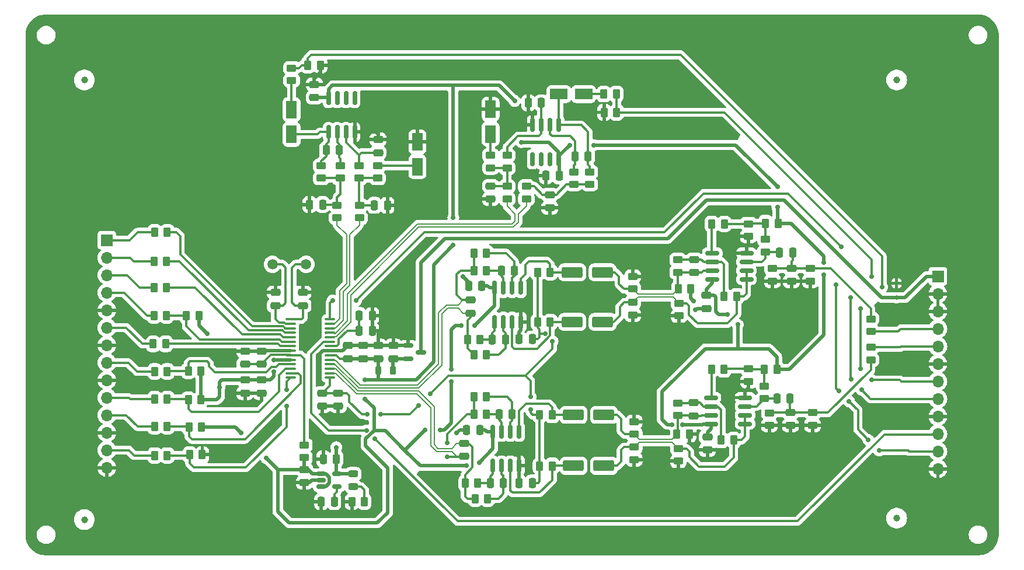
<source format=gtl>
G04 #@! TF.GenerationSoftware,KiCad,Pcbnew,8.0.4-8.0.4-0~ubuntu22.04.1*
G04 #@! TF.CreationDate,2024-08-18T20:01:01-04:00*
G04 #@! TF.ProjectId,CS4272-CZZ_Breakout_Board,43533432-3732-42d4-935a-5a5f42726561,rev?*
G04 #@! TF.SameCoordinates,Original*
G04 #@! TF.FileFunction,Copper,L1,Top*
G04 #@! TF.FilePolarity,Positive*
%FSLAX46Y46*%
G04 Gerber Fmt 4.6, Leading zero omitted, Abs format (unit mm)*
G04 Created by KiCad (PCBNEW 8.0.4-8.0.4-0~ubuntu22.04.1) date 2024-08-18 20:01:01*
%MOMM*%
%LPD*%
G01*
G04 APERTURE LIST*
G04 Aperture macros list*
%AMRoundRect*
0 Rectangle with rounded corners*
0 $1 Rounding radius*
0 $2 $3 $4 $5 $6 $7 $8 $9 X,Y pos of 4 corners*
0 Add a 4 corners polygon primitive as box body*
4,1,4,$2,$3,$4,$5,$6,$7,$8,$9,$2,$3,0*
0 Add four circle primitives for the rounded corners*
1,1,$1+$1,$2,$3*
1,1,$1+$1,$4,$5*
1,1,$1+$1,$6,$7*
1,1,$1+$1,$8,$9*
0 Add four rect primitives between the rounded corners*
20,1,$1+$1,$2,$3,$4,$5,0*
20,1,$1+$1,$4,$5,$6,$7,0*
20,1,$1+$1,$6,$7,$8,$9,0*
20,1,$1+$1,$8,$9,$2,$3,0*%
G04 Aperture macros list end*
G04 #@! TA.AperFunction,SMDPad,CuDef*
%ADD10RoundRect,0.250000X0.250000X0.475000X-0.250000X0.475000X-0.250000X-0.475000X0.250000X-0.475000X0*%
G04 #@! TD*
G04 #@! TA.AperFunction,SMDPad,CuDef*
%ADD11RoundRect,0.150000X0.150000X-0.825000X0.150000X0.825000X-0.150000X0.825000X-0.150000X-0.825000X0*%
G04 #@! TD*
G04 #@! TA.AperFunction,SMDPad,CuDef*
%ADD12RoundRect,0.250000X0.475000X-0.250000X0.475000X0.250000X-0.475000X0.250000X-0.475000X-0.250000X0*%
G04 #@! TD*
G04 #@! TA.AperFunction,SMDPad,CuDef*
%ADD13RoundRect,0.250000X0.450000X-0.262500X0.450000X0.262500X-0.450000X0.262500X-0.450000X-0.262500X0*%
G04 #@! TD*
G04 #@! TA.AperFunction,SMDPad,CuDef*
%ADD14RoundRect,0.250000X-0.262500X-0.450000X0.262500X-0.450000X0.262500X0.450000X-0.262500X0.450000X0*%
G04 #@! TD*
G04 #@! TA.AperFunction,SMDPad,CuDef*
%ADD15RoundRect,0.112500X-0.112500X0.187500X-0.112500X-0.187500X0.112500X-0.187500X0.112500X0.187500X0*%
G04 #@! TD*
G04 #@! TA.AperFunction,SMDPad,CuDef*
%ADD16RoundRect,0.250000X-0.475000X0.250000X-0.475000X-0.250000X0.475000X-0.250000X0.475000X0.250000X0*%
G04 #@! TD*
G04 #@! TA.AperFunction,SMDPad,CuDef*
%ADD17RoundRect,0.250000X-1.250000X-0.550000X1.250000X-0.550000X1.250000X0.550000X-1.250000X0.550000X0*%
G04 #@! TD*
G04 #@! TA.AperFunction,SMDPad,CuDef*
%ADD18RoundRect,0.250000X0.550000X-1.050000X0.550000X1.050000X-0.550000X1.050000X-0.550000X-1.050000X0*%
G04 #@! TD*
G04 #@! TA.AperFunction,SMDPad,CuDef*
%ADD19C,1.000000*%
G04 #@! TD*
G04 #@! TA.AperFunction,SMDPad,CuDef*
%ADD20RoundRect,0.100000X-0.637500X-0.100000X0.637500X-0.100000X0.637500X0.100000X-0.637500X0.100000X0*%
G04 #@! TD*
G04 #@! TA.AperFunction,SMDPad,CuDef*
%ADD21RoundRect,0.150000X-0.150000X0.825000X-0.150000X-0.825000X0.150000X-0.825000X0.150000X0.825000X0*%
G04 #@! TD*
G04 #@! TA.AperFunction,SMDPad,CuDef*
%ADD22RoundRect,0.250000X0.262500X0.450000X-0.262500X0.450000X-0.262500X-0.450000X0.262500X-0.450000X0*%
G04 #@! TD*
G04 #@! TA.AperFunction,ComponentPad*
%ADD23R,1.700000X1.700000*%
G04 #@! TD*
G04 #@! TA.AperFunction,ComponentPad*
%ADD24O,1.700000X1.700000*%
G04 #@! TD*
G04 #@! TA.AperFunction,SMDPad,CuDef*
%ADD25RoundRect,0.150000X-0.587500X-0.150000X0.587500X-0.150000X0.587500X0.150000X-0.587500X0.150000X0*%
G04 #@! TD*
G04 #@! TA.AperFunction,SMDPad,CuDef*
%ADD26RoundRect,0.250000X-0.450000X0.262500X-0.450000X-0.262500X0.450000X-0.262500X0.450000X0.262500X0*%
G04 #@! TD*
G04 #@! TA.AperFunction,SMDPad,CuDef*
%ADD27RoundRect,0.150000X0.825000X0.150000X-0.825000X0.150000X-0.825000X-0.150000X0.825000X-0.150000X0*%
G04 #@! TD*
G04 #@! TA.AperFunction,SMDPad,CuDef*
%ADD28RoundRect,0.250000X-0.250000X-0.475000X0.250000X-0.475000X0.250000X0.475000X-0.250000X0.475000X0*%
G04 #@! TD*
G04 #@! TA.AperFunction,SMDPad,CuDef*
%ADD29RoundRect,0.243750X0.456250X-0.243750X0.456250X0.243750X-0.456250X0.243750X-0.456250X-0.243750X0*%
G04 #@! TD*
G04 #@! TA.AperFunction,SMDPad,CuDef*
%ADD30RoundRect,0.150000X-0.512500X-0.150000X0.512500X-0.150000X0.512500X0.150000X-0.512500X0.150000X0*%
G04 #@! TD*
G04 #@! TA.AperFunction,SMDPad,CuDef*
%ADD31RoundRect,0.218750X0.218750X0.381250X-0.218750X0.381250X-0.218750X-0.381250X0.218750X-0.381250X0*%
G04 #@! TD*
G04 #@! TA.AperFunction,ComponentPad*
%ADD32C,1.500000*%
G04 #@! TD*
G04 #@! TA.AperFunction,SMDPad,CuDef*
%ADD33RoundRect,0.250000X-1.050000X-0.550000X1.050000X-0.550000X1.050000X0.550000X-1.050000X0.550000X0*%
G04 #@! TD*
G04 #@! TA.AperFunction,ViaPad*
%ADD34C,0.700000*%
G04 #@! TD*
G04 #@! TA.AperFunction,Conductor*
%ADD35C,0.500000*%
G04 #@! TD*
G04 #@! TA.AperFunction,Conductor*
%ADD36C,0.300000*%
G04 #@! TD*
G04 #@! TA.AperFunction,Conductor*
%ADD37C,0.200000*%
G04 #@! TD*
G04 APERTURE END LIST*
D10*
X150075000Y-98500000D03*
X148175000Y-98500000D03*
D11*
X123120000Y-78425000D03*
X124390000Y-78425000D03*
X125660000Y-78425000D03*
X126930000Y-78425000D03*
X126930000Y-73475000D03*
X125660000Y-73475000D03*
X124390000Y-73475000D03*
X123120000Y-73475000D03*
D10*
X129475000Y-107250000D03*
X127575000Y-107250000D03*
X190075000Y-117107500D03*
X188175000Y-117107500D03*
D12*
X130325000Y-111300000D03*
X130325000Y-109400000D03*
D13*
X187520000Y-100050000D03*
X187520000Y-98225000D03*
D12*
X142825000Y-125500000D03*
X142825000Y-123600000D03*
D14*
X144212500Y-96000000D03*
X146037500Y-96000000D03*
X180070000Y-123107500D03*
X181895000Y-123107500D03*
D15*
X205500000Y-100350000D03*
X205500000Y-102450000D03*
D10*
X145070000Y-121610000D03*
X143170000Y-121610000D03*
D16*
X143725000Y-102800000D03*
X143725000Y-104700000D03*
D14*
X153457500Y-105975000D03*
X155282500Y-105975000D03*
D17*
X158670000Y-119460000D03*
X163070000Y-119460000D03*
D16*
X111025000Y-114400000D03*
X111025000Y-116300000D03*
D13*
X193325000Y-120962500D03*
X193325000Y-119137500D03*
D11*
X146965000Y-126835000D03*
X148235000Y-126835000D03*
X149505000Y-126835000D03*
X150775000Y-126835000D03*
X150775000Y-121885000D03*
X149505000Y-121885000D03*
X148235000Y-121885000D03*
X146965000Y-121885000D03*
D14*
X97825000Y-97162500D03*
X99650000Y-97162500D03*
D18*
X117775000Y-78750000D03*
X117775000Y-75150000D03*
D19*
X205525000Y-70850000D03*
D16*
X113425000Y-114400000D03*
X113425000Y-116300000D03*
D20*
X117625000Y-105600000D03*
X117625000Y-106250000D03*
X117625000Y-106900000D03*
X117625000Y-107550000D03*
X117625000Y-108200000D03*
X117625000Y-108850000D03*
X117625000Y-109500000D03*
X117625000Y-110150000D03*
X117625000Y-110800000D03*
X117625000Y-111450000D03*
X117625000Y-112100000D03*
X117625000Y-112750000D03*
X117625000Y-113400000D03*
X117625000Y-114050000D03*
X123350000Y-114050000D03*
X123350000Y-113400000D03*
X123350000Y-112750000D03*
X123350000Y-112100000D03*
X123350000Y-111450000D03*
X123350000Y-110800000D03*
X123350000Y-110150000D03*
X123350000Y-109500000D03*
X123350000Y-108850000D03*
X123350000Y-108200000D03*
X123350000Y-107550000D03*
X123350000Y-106900000D03*
X123350000Y-106250000D03*
X123350000Y-105600000D03*
D13*
X193020000Y-100050000D03*
X193020000Y-98225000D03*
D14*
X143300000Y-108500000D03*
X145125000Y-108500000D03*
D21*
X156535000Y-77400000D03*
X155265000Y-77400000D03*
X153995000Y-77400000D03*
X152725000Y-77400000D03*
X152725000Y-82350000D03*
X153995000Y-82350000D03*
X155265000Y-82350000D03*
X156535000Y-82350000D03*
D13*
X146625000Y-83600000D03*
X146625000Y-81775000D03*
D22*
X175682500Y-101175000D03*
X173857500Y-101175000D03*
D14*
X97912500Y-125350000D03*
X99737500Y-125350000D03*
D13*
X149025000Y-88112500D03*
X149025000Y-86287500D03*
D14*
X97912500Y-92950000D03*
X99737500Y-92950000D03*
D13*
X173825000Y-119562500D03*
X173825000Y-117737500D03*
X201780000Y-107352500D03*
X201780000Y-105527500D03*
X117775000Y-70950000D03*
X117775000Y-69125000D03*
X167470000Y-122260000D03*
X167470000Y-120435000D03*
D10*
X129475000Y-105050000D03*
X127575000Y-105050000D03*
X148775000Y-108500000D03*
X146875000Y-108500000D03*
D13*
X127545000Y-85112500D03*
X127545000Y-83287500D03*
X167470000Y-125960000D03*
X167470000Y-124135000D03*
D10*
X145375000Y-100750000D03*
X143475000Y-100750000D03*
D23*
X211506250Y-99347500D03*
D24*
X211506250Y-101887500D03*
X211506250Y-104427500D03*
X211506250Y-106967500D03*
X211506250Y-109507500D03*
X211506250Y-112047500D03*
X211506250Y-114587500D03*
X211506250Y-117127500D03*
X211506250Y-119667500D03*
X211506250Y-122207500D03*
X211506250Y-124747500D03*
X211506250Y-127287500D03*
D14*
X97712500Y-109150000D03*
X99537500Y-109150000D03*
D13*
X122055000Y-85112500D03*
X122055000Y-83287500D03*
D22*
X104625000Y-113105000D03*
X102800000Y-113105000D03*
D12*
X130325000Y-81400000D03*
X130325000Y-79500000D03*
D19*
X87725000Y-134650000D03*
D10*
X148475000Y-129360000D03*
X146575000Y-129360000D03*
D13*
X184070000Y-114607500D03*
X184070000Y-112782500D03*
X158725000Y-86025000D03*
X158725000Y-84200000D03*
D10*
X131675000Y-89050000D03*
X129775000Y-89050000D03*
X190445000Y-95887500D03*
X188545000Y-95887500D03*
D16*
X122225000Y-116300000D03*
X122225000Y-118200000D03*
D13*
X167270000Y-101175000D03*
X167270000Y-99350000D03*
X186320000Y-117107500D03*
X186320000Y-115282500D03*
D16*
X124525000Y-116300000D03*
X124525000Y-118200000D03*
D14*
X144382500Y-131610000D03*
X146207500Y-131610000D03*
D10*
X152675000Y-129350000D03*
X150775000Y-129350000D03*
D16*
X190270000Y-98187500D03*
X190270000Y-100087500D03*
D13*
X124375000Y-90862500D03*
X124375000Y-89037500D03*
D16*
X177925000Y-102100000D03*
X177925000Y-104000000D03*
D12*
X115425000Y-103600000D03*
X115425000Y-101700000D03*
D14*
X144207500Y-119360000D03*
X146032500Y-119360000D03*
D25*
X134687500Y-109400000D03*
X134687500Y-111300000D03*
X136562500Y-110350000D03*
D12*
X121075000Y-73400000D03*
X121075000Y-71500000D03*
D17*
X158470000Y-98775000D03*
X162870000Y-98775000D03*
D19*
X87725000Y-70850000D03*
D26*
X119625000Y-123837500D03*
X119625000Y-125662500D03*
D27*
X183545000Y-120762500D03*
X183545000Y-119492500D03*
X183545000Y-118222500D03*
X183545000Y-116952500D03*
X178595000Y-116952500D03*
X178595000Y-118222500D03*
X178595000Y-119492500D03*
X178595000Y-120762500D03*
D28*
X158875000Y-81950000D03*
X160775000Y-81950000D03*
D29*
X126725000Y-129887500D03*
X126725000Y-128012500D03*
D14*
X97812500Y-100950000D03*
X99637500Y-100950000D03*
D22*
X155282500Y-98775000D03*
X153457500Y-98775000D03*
D16*
X190125000Y-119100000D03*
X190125000Y-121000000D03*
D22*
X155582500Y-119460000D03*
X153757500Y-119460000D03*
X175482500Y-122260000D03*
X173657500Y-122260000D03*
D10*
X124675000Y-81050000D03*
X122775000Y-81050000D03*
D28*
X120375000Y-88950000D03*
X122275000Y-88950000D03*
D12*
X146625000Y-88137500D03*
X146625000Y-86237500D03*
D13*
X130275000Y-85112500D03*
X130275000Y-83287500D03*
D14*
X178695000Y-91752500D03*
X180520000Y-91752500D03*
X97812500Y-105050000D03*
X99637500Y-105050000D03*
D16*
X178070000Y-122657500D03*
X178070000Y-124557500D03*
D22*
X128337500Y-132050000D03*
X126512500Y-132050000D03*
D12*
X128125000Y-111300000D03*
X128125000Y-109400000D03*
D14*
X180512500Y-102250000D03*
X182337500Y-102250000D03*
X186482500Y-91637500D03*
X188307500Y-91637500D03*
D27*
X183745000Y-99792500D03*
X183745000Y-98522500D03*
X183745000Y-97252500D03*
X183745000Y-95982500D03*
X178795000Y-95982500D03*
X178795000Y-97252500D03*
X178795000Y-98522500D03*
X178795000Y-99792500D03*
D10*
X123975000Y-132050000D03*
X122075000Y-132050000D03*
D12*
X176080000Y-119590000D03*
X176080000Y-117690000D03*
D13*
X161025000Y-86025000D03*
X161025000Y-84200000D03*
D16*
X113425000Y-110200000D03*
X113425000Y-112100000D03*
D30*
X122050000Y-128000000D03*
X122050000Y-128950000D03*
X122050000Y-129900000D03*
X124325000Y-129900000D03*
X124325000Y-128000000D03*
D22*
X121937500Y-68700000D03*
X120112500Y-68700000D03*
X104712500Y-121240000D03*
X102887500Y-121240000D03*
D13*
X173970000Y-105087500D03*
X173970000Y-103262500D03*
D14*
X97912500Y-117150000D03*
X99737500Y-117150000D03*
D13*
X173770000Y-98765000D03*
X173770000Y-96940000D03*
D10*
X149775000Y-119360000D03*
X147875000Y-119360000D03*
D14*
X144207500Y-116860000D03*
X146032500Y-116860000D03*
X144212500Y-98500000D03*
X146037500Y-98500000D03*
D31*
X132487500Y-113050000D03*
X130362500Y-113050000D03*
D19*
X205525000Y-134450000D03*
D12*
X132525000Y-111300000D03*
X132525000Y-109400000D03*
D13*
X167270000Y-104975000D03*
X167270000Y-103150000D03*
D14*
X97912500Y-113150000D03*
X99737500Y-113150000D03*
D16*
X119625000Y-127400000D03*
X119625000Y-129300000D03*
D14*
X163062500Y-72900000D03*
X164887500Y-72900000D03*
D18*
X136025000Y-83450000D03*
X136025000Y-79850000D03*
D14*
X97912500Y-121150000D03*
X99737500Y-121150000D03*
D22*
X104625000Y-117240000D03*
X102800000Y-117240000D03*
D23*
X91000000Y-94100000D03*
D24*
X91000000Y-96640000D03*
X91000000Y-99180000D03*
X91000000Y-101720000D03*
X91000000Y-104260000D03*
X91000000Y-106800000D03*
X91000000Y-109340000D03*
X91000000Y-111880000D03*
X91000000Y-114420000D03*
X91000000Y-116960000D03*
X91000000Y-119500000D03*
X91000000Y-122040000D03*
X91000000Y-124580000D03*
X91000000Y-127120000D03*
D12*
X176195000Y-98802500D03*
X176195000Y-96902500D03*
D14*
X103000000Y-125240000D03*
X104825000Y-125240000D03*
D17*
X158670000Y-126847500D03*
X163070000Y-126847500D03*
D18*
X146625000Y-78687500D03*
X146625000Y-75087500D03*
D14*
X153757500Y-126860000D03*
X155582500Y-126860000D03*
D13*
X186520000Y-95800000D03*
X186520000Y-93975000D03*
D14*
X144212500Y-110750000D03*
X146037500Y-110750000D03*
D10*
X152675000Y-108450000D03*
X150775000Y-108450000D03*
D14*
X178657500Y-112857500D03*
X180482500Y-112857500D03*
X186332500Y-112857500D03*
X188157500Y-112857500D03*
D12*
X119425000Y-103600000D03*
X119425000Y-101700000D03*
X155225000Y-89400000D03*
X155225000Y-87500000D03*
D10*
X154000000Y-74175000D03*
X152100000Y-74175000D03*
D32*
X119875000Y-97600000D03*
X114995000Y-97600000D03*
D14*
X142957500Y-129360000D03*
X144782500Y-129360000D03*
D33*
X156525000Y-72900000D03*
X160125000Y-72900000D03*
D13*
X151825000Y-88112500D03*
X151825000Y-86287500D03*
X173870000Y-126172500D03*
X173870000Y-124347500D03*
X124825000Y-85112500D03*
X124825000Y-83287500D03*
D16*
X111025000Y-110200000D03*
X111025000Y-112100000D03*
D10*
X124275000Y-125850000D03*
X122375000Y-125850000D03*
D26*
X201780000Y-109640000D03*
X201780000Y-111465000D03*
D11*
X147220000Y-105975000D03*
X148490000Y-105975000D03*
X149760000Y-105975000D03*
X151030000Y-105975000D03*
X151030000Y-101025000D03*
X149760000Y-101025000D03*
X148490000Y-101025000D03*
X147220000Y-101025000D03*
D14*
X163100000Y-75550000D03*
X164925000Y-75550000D03*
D22*
X104337500Y-105050000D03*
X102512500Y-105050000D03*
D10*
X156575000Y-84750000D03*
X154675000Y-84750000D03*
D13*
X149025000Y-83612500D03*
X149025000Y-81787500D03*
X127625000Y-90862500D03*
X127625000Y-89037500D03*
X187070000Y-120985000D03*
X187070000Y-119160000D03*
X184020000Y-93550000D03*
X184020000Y-91725000D03*
D12*
X125925000Y-111300000D03*
X125925000Y-109400000D03*
D17*
X158470000Y-105975000D03*
X162870000Y-105975000D03*
D34*
X144975000Y-126350000D03*
X161625000Y-80300000D03*
X188225000Y-89300000D03*
X182475000Y-106350000D03*
X150125000Y-73900000D03*
X128425000Y-117175000D03*
X110475000Y-122100000D03*
X158125000Y-80300000D03*
X139325000Y-121650000D03*
X194975000Y-99100000D03*
X140975000Y-114650000D03*
X142350000Y-106500000D03*
X114100000Y-125725000D03*
X141225000Y-90850000D03*
X137125000Y-121650000D03*
X180975000Y-104850000D03*
X128425000Y-114350000D03*
X144325000Y-106500000D03*
X141225000Y-94850000D03*
X151125000Y-79900000D03*
X140975000Y-112850000D03*
X172970000Y-120850000D03*
X143125000Y-126850000D03*
X188225000Y-86350000D03*
X194975000Y-97350000D03*
X174475000Y-120850000D03*
X156925000Y-123050000D03*
X95400000Y-127200000D03*
X113100000Y-91200000D03*
X155225000Y-90950000D03*
X132825000Y-75550000D03*
X115325000Y-120650000D03*
X109900000Y-130550000D03*
X165150000Y-83675000D03*
X173975000Y-106850000D03*
X125775000Y-120025000D03*
X180375000Y-124975000D03*
X169150000Y-105025000D03*
X156625000Y-102250000D03*
X187050000Y-105625000D03*
X141725000Y-122050000D03*
X126525000Y-133850000D03*
X121625000Y-110850000D03*
X131800000Y-87300000D03*
X144625000Y-88650000D03*
X146625000Y-72850000D03*
X142625000Y-99350000D03*
X169150000Y-99275000D03*
X120325000Y-87150000D03*
X176095000Y-102940000D03*
X121200000Y-101700000D03*
X119425000Y-71450000D03*
X136025000Y-77550000D03*
X133025000Y-100650000D03*
X153125000Y-84800000D03*
X95400000Y-123100000D03*
X150470000Y-103975000D03*
X122375000Y-123775000D03*
X128425000Y-79450000D03*
X150170000Y-124960000D03*
X185425000Y-120950000D03*
X192525000Y-81175000D03*
X206900000Y-126550000D03*
X160800000Y-102300000D03*
X207200000Y-112100000D03*
X95400000Y-115000000D03*
X134225000Y-107650000D03*
X195225000Y-120950000D03*
X123625000Y-68750000D03*
X169425000Y-86950000D03*
X176325000Y-104250000D03*
X173875000Y-128000000D03*
X95600000Y-106000000D03*
X207200000Y-104800000D03*
X137625000Y-87950000D03*
X185575000Y-127175000D03*
X207200000Y-99600000D03*
X169350000Y-125950000D03*
X106525000Y-125150000D03*
X164750000Y-112425000D03*
X117700000Y-129325000D03*
X121025000Y-105650000D03*
X182170000Y-115222501D03*
X181900000Y-94275000D03*
X169625000Y-120425000D03*
X163100000Y-77300000D03*
X113600000Y-101700000D03*
X122050000Y-133825000D03*
X129425000Y-103250000D03*
X109200000Y-111200000D03*
X207000000Y-119800000D03*
X170925000Y-71450000D03*
X161025000Y-123050000D03*
X112300000Y-117800000D03*
X150925000Y-72250000D03*
X95500000Y-110700000D03*
X124275000Y-124150000D03*
X107325000Y-115500000D03*
X105525000Y-107650000D03*
X115225000Y-111450000D03*
X115225000Y-113200000D03*
X152425000Y-116800000D03*
X137925000Y-116400000D03*
X152425000Y-118700000D03*
X130725000Y-119400000D03*
X154525000Y-107650000D03*
X136225000Y-118100000D03*
X155625000Y-108750000D03*
X128725000Y-119400000D03*
X140325000Y-123550000D03*
X140325000Y-125550000D03*
X128625000Y-121700000D03*
X129825000Y-122900000D03*
X117025000Y-115800000D03*
X117025000Y-118200000D03*
X202975000Y-124650000D03*
X196725000Y-100600000D03*
X123725000Y-102850000D03*
X127125000Y-102850000D03*
X198625000Y-117500000D03*
X197125000Y-116000000D03*
X201425000Y-123100000D03*
X197525000Y-95100000D03*
X200325000Y-112800000D03*
X201925000Y-114400000D03*
X200325000Y-104000000D03*
X203425000Y-100900000D03*
X201925000Y-99400000D03*
X200425000Y-115800000D03*
X198825000Y-102400000D03*
X198925000Y-114300000D03*
D35*
X142350000Y-106500000D02*
X141525000Y-106500000D01*
X146225000Y-100750000D02*
X146500000Y-101025000D01*
X130362500Y-113050000D02*
X130362500Y-111337500D01*
X147220000Y-103580000D02*
X147220000Y-101025000D01*
X115775000Y-133500000D02*
X115775000Y-127400000D01*
X144325000Y-106475000D02*
X147220000Y-103580000D01*
X178070000Y-122005000D02*
X178070000Y-122657500D01*
X140975000Y-120600000D02*
X140975000Y-114650000D01*
X123120000Y-73475000D02*
X123120000Y-72227500D01*
X138425000Y-97650000D02*
X141225000Y-94850000D01*
X130362500Y-111337500D02*
X130325000Y-111300000D01*
X146095000Y-121885000D02*
X146965000Y-121885000D01*
X186975000Y-109850000D02*
X188157500Y-111032500D01*
D36*
X123350000Y-110800000D02*
X124275000Y-110800000D01*
D35*
X178595000Y-121480000D02*
X178070000Y-122005000D01*
X171475000Y-120100000D02*
X171475000Y-116100000D01*
X180975000Y-104850000D02*
X179725000Y-104850000D01*
X138425000Y-111750000D02*
X138425000Y-97650000D01*
X178795000Y-99792500D02*
X178795000Y-100352500D01*
X179725000Y-104850000D02*
X179325000Y-104450000D01*
X161625000Y-80300000D02*
X182175000Y-80300000D01*
X172225000Y-120850000D02*
X171475000Y-120100000D01*
X177325000Y-120850000D02*
X177412500Y-120762500D01*
X141525000Y-106500000D02*
X140975000Y-107050000D01*
X156535000Y-82350000D02*
X156535000Y-81890000D01*
X119625000Y-127400000D02*
X119625000Y-125662500D01*
X139925000Y-121650000D02*
X140975000Y-120600000D01*
X122050000Y-129900000D02*
X122712499Y-129900000D01*
X121075000Y-73400000D02*
X123045000Y-73400000D01*
X120175000Y-127400000D02*
X120775000Y-128000000D01*
X131356371Y-121731371D02*
X129725000Y-121731371D01*
D36*
X124775000Y-111300000D02*
X125925000Y-111300000D01*
D35*
X145375000Y-100750000D02*
X146225000Y-100750000D01*
X172970000Y-120850000D02*
X172225000Y-120850000D01*
X178795000Y-100352500D02*
X177925000Y-101222500D01*
X147875000Y-71650000D02*
X150125000Y-73900000D01*
X140975000Y-107050000D02*
X140975000Y-112850000D01*
X137125000Y-121650000D02*
X134200000Y-124575000D01*
X130325000Y-111300000D02*
X128125000Y-111300000D01*
X188157500Y-111032500D02*
X188157500Y-112857500D01*
X145070000Y-121610000D02*
X145820000Y-121610000D01*
X156575000Y-84750000D02*
X156575000Y-82390000D01*
X128125000Y-111300000D02*
X125925000Y-111300000D01*
X122712499Y-128000000D02*
X122050000Y-128000000D01*
X146500000Y-101025000D02*
X147220000Y-101025000D01*
X141225000Y-71650000D02*
X141225000Y-90850000D01*
X131725000Y-127150000D02*
X131725000Y-133650000D01*
X151125000Y-79900000D02*
X155059999Y-79900000D01*
X115775000Y-127400000D02*
X114100000Y-125725000D01*
X182475000Y-109850000D02*
X182475000Y-106350000D01*
D36*
X124275000Y-110800000D02*
X124775000Y-111300000D01*
D35*
X146965000Y-124360000D02*
X144975000Y-126350000D01*
X128525000Y-123950000D02*
X131725000Y-127150000D01*
X122712499Y-129900000D02*
X123225000Y-129387499D01*
X146965000Y-121885000D02*
X146965000Y-124360000D01*
X129725000Y-118475000D02*
X129725000Y-121731371D01*
X128425000Y-114350000D02*
X135825000Y-114350000D01*
X188225000Y-89300000D02*
X188225000Y-91555000D01*
X135825000Y-114350000D02*
X138425000Y-111750000D01*
X189967500Y-112857500D02*
X188157500Y-112857500D01*
X171475000Y-116100000D02*
X177725000Y-109850000D01*
X123225000Y-128512501D02*
X122712499Y-128000000D01*
X194975000Y-99100000D02*
X194975000Y-107850000D01*
X119625000Y-127400000D02*
X115775000Y-127400000D01*
X130225000Y-135150000D02*
X117425000Y-135150000D01*
X194975000Y-96401472D02*
X194975000Y-97350000D01*
X177925000Y-101222500D02*
X177925000Y-102100000D01*
X145820000Y-121610000D02*
X146095000Y-121885000D01*
X155059999Y-79900000D02*
X156535000Y-81375001D01*
X104712500Y-121240000D02*
X109615000Y-121240000D01*
X182175000Y-80300000D02*
X188225000Y-86350000D01*
X129725000Y-121731371D02*
X128525000Y-122931371D01*
X134200000Y-124575000D02*
X131356371Y-121731371D01*
X139925000Y-121650000D02*
X139325000Y-121650000D01*
X179325000Y-102350000D02*
X179075000Y-102100000D01*
X178595000Y-120762500D02*
X178595000Y-121480000D01*
X174475000Y-120850000D02*
X177325000Y-120850000D01*
X123697500Y-71650000D02*
X141225000Y-71650000D01*
X130362500Y-113050000D02*
X130362500Y-114287500D01*
X194975000Y-107850000D02*
X189967500Y-112857500D01*
X123120000Y-72227500D02*
X123697500Y-71650000D01*
X128425000Y-117175000D02*
X129725000Y-118475000D01*
X156535000Y-81375001D02*
X156535000Y-82350000D01*
X182475000Y-109850000D02*
X186975000Y-109850000D01*
X128525000Y-122931371D02*
X128525000Y-123950000D01*
X179075000Y-102100000D02*
X177925000Y-102100000D01*
X119625000Y-127400000D02*
X120175000Y-127400000D01*
X117425000Y-135150000D02*
X115775000Y-133500000D01*
X123225000Y-129387499D02*
X123225000Y-128512501D01*
X177725000Y-109850000D02*
X182475000Y-109850000D01*
X143125000Y-126850000D02*
X136475000Y-126850000D01*
X136475000Y-126850000D02*
X134200000Y-124575000D01*
X144325000Y-106500000D02*
X144325000Y-106475000D01*
X141225000Y-71650000D02*
X147875000Y-71650000D01*
X190211028Y-91637500D02*
X194975000Y-96401472D01*
X156575000Y-82390000D02*
X156535000Y-82350000D01*
X109615000Y-121240000D02*
X110475000Y-122100000D01*
X123045000Y-73400000D02*
X123120000Y-73475000D01*
X156535000Y-81890000D02*
X158125000Y-80300000D01*
X188307500Y-91637500D02*
X190211028Y-91637500D01*
X131725000Y-133650000D02*
X130225000Y-135150000D01*
X188225000Y-91555000D02*
X188307500Y-91637500D01*
X177412500Y-120762500D02*
X178595000Y-120762500D01*
X120775000Y-128000000D02*
X122050000Y-128000000D01*
X179325000Y-104450000D02*
X179325000Y-102350000D01*
X182785001Y-114607500D02*
X182170000Y-115222501D01*
X125925000Y-109400000D02*
X128125000Y-109400000D01*
X132525000Y-109400000D02*
X134687500Y-109400000D01*
X124525000Y-118200000D02*
X122225000Y-118200000D01*
X184070000Y-114607500D02*
X182785001Y-114607500D01*
X152100000Y-75325000D02*
X152725000Y-75950000D01*
X130125000Y-107250000D02*
X129475000Y-107250000D01*
X113475000Y-110150000D02*
X117625000Y-110150000D01*
X184020000Y-94627500D02*
X183745000Y-94902500D01*
X120375000Y-129300000D02*
X120725000Y-128950000D01*
X111025000Y-110200000D02*
X113425000Y-110200000D01*
X130325000Y-109400000D02*
X130325000Y-107450000D01*
X151030000Y-105975000D02*
X151030000Y-104535000D01*
X130000000Y-78425000D02*
X126930000Y-78425000D01*
X125175000Y-110150000D02*
X125925000Y-109400000D01*
X150775000Y-126835000D02*
X150775000Y-125565000D01*
D36*
X113500000Y-110300000D02*
X113425000Y-110375000D01*
D35*
X177925000Y-104000000D02*
X176575000Y-104000000D01*
X122325000Y-110150000D02*
X121625000Y-110850000D01*
X152725000Y-75950000D02*
X152725000Y-77400000D01*
X175682500Y-102527500D02*
X176095000Y-102940000D01*
X150775000Y-125565000D02*
X150170000Y-124960000D01*
X119625000Y-129300000D02*
X120375000Y-129300000D01*
X130325000Y-79500000D02*
X130325000Y-78750000D01*
X121937500Y-69787500D02*
X121075000Y-70650000D01*
X123350000Y-110150000D02*
X122325000Y-110150000D01*
X123350000Y-110150000D02*
X125175000Y-110150000D01*
X184070000Y-114607500D02*
X184070000Y-115547500D01*
X150775000Y-129350000D02*
X150775000Y-126835000D01*
X190270000Y-100087500D02*
X192982500Y-100087500D01*
X143475000Y-100750000D02*
X143475000Y-100200000D01*
X111025000Y-116300000D02*
X113425000Y-116300000D01*
X176575000Y-104000000D02*
X176325000Y-104250000D01*
X130325000Y-109400000D02*
X132525000Y-109400000D01*
X193287500Y-121000000D02*
X193325000Y-120962500D01*
X192982500Y-100087500D02*
X193020000Y-100050000D01*
X150775000Y-107400000D02*
X150775000Y-108450000D01*
X184020000Y-93550000D02*
X184020000Y-94627500D01*
X121937500Y-68700000D02*
X121937500Y-69787500D01*
X190125000Y-121000000D02*
X193287500Y-121000000D01*
X130325000Y-107450000D02*
X130125000Y-107250000D01*
X130325000Y-78750000D02*
X130000000Y-78425000D01*
X187520000Y-100050000D02*
X190232500Y-100050000D01*
X142165000Y-121610000D02*
X141725000Y-122050000D01*
X113425000Y-110200000D02*
X113475000Y-110150000D01*
X129475000Y-105050000D02*
X129475000Y-107250000D01*
X183745000Y-94902500D02*
X183745000Y-95982500D01*
X128125000Y-109400000D02*
X130325000Y-109400000D01*
X187070000Y-120985000D02*
X190110000Y-120985000D01*
X190232500Y-100050000D02*
X190270000Y-100087500D01*
X121075000Y-70650000D02*
X121075000Y-71500000D01*
X143170000Y-121610000D02*
X142165000Y-121610000D01*
X183545000Y-116072500D02*
X183545000Y-116952500D01*
X175682500Y-101175000D02*
X175682500Y-102527500D01*
X143475000Y-100200000D02*
X142625000Y-99350000D01*
X120725000Y-128950000D02*
X122050000Y-128950000D01*
X184070000Y-115547500D02*
X183545000Y-116072500D01*
X151030000Y-104535000D02*
X150470000Y-103975000D01*
X152100000Y-74175000D02*
X152100000Y-75325000D01*
X151030000Y-105975000D02*
X151030000Y-107145000D01*
X151030000Y-107145000D02*
X150775000Y-107400000D01*
X190110000Y-120985000D02*
X190125000Y-121000000D01*
D36*
X114775000Y-110750000D02*
X117575000Y-110750000D01*
X113425000Y-112100000D02*
X114775000Y-110750000D01*
X119125000Y-110800000D02*
X119625000Y-111300000D01*
X111025000Y-112100000D02*
X113425000Y-112100000D01*
X119625000Y-111300000D02*
X119625000Y-123837500D01*
X117625000Y-110800000D02*
X119125000Y-110800000D01*
X117575000Y-110750000D02*
X117625000Y-110800000D01*
D35*
X132487500Y-111337500D02*
X132525000Y-111300000D01*
X132487500Y-113050000D02*
X132487500Y-111337500D01*
X132525000Y-111300000D02*
X134687500Y-111300000D01*
X104625000Y-113105000D02*
X104625000Y-117240000D01*
X124275000Y-125850000D02*
X124275000Y-127950000D01*
X111025000Y-114400000D02*
X113425000Y-114400000D01*
X104337500Y-105050000D02*
X104337500Y-106462500D01*
X117625000Y-111450000D02*
X115225000Y-111450000D01*
X107325000Y-114750000D02*
X107325000Y-115500000D01*
D36*
X124300000Y-127975000D02*
X124325000Y-128000000D01*
D35*
X114675000Y-114400000D02*
X115225000Y-113850000D01*
X107325000Y-116850000D02*
X107325000Y-115500000D01*
X104625000Y-117240000D02*
X106935000Y-117240000D01*
X113425000Y-114400000D02*
X114675000Y-114400000D01*
X106935000Y-117240000D02*
X107325000Y-116850000D01*
X124275000Y-127950000D02*
X124325000Y-128000000D01*
X126725000Y-128012500D02*
X124337500Y-128012500D01*
X104337500Y-106462500D02*
X105525000Y-107650000D01*
X124275000Y-124150000D02*
X124275000Y-125850000D01*
X107675000Y-114400000D02*
X107325000Y-114750000D01*
X115225000Y-113850000D02*
X115225000Y-113200000D01*
X124337500Y-128012500D02*
X124325000Y-128000000D01*
X111025000Y-114400000D02*
X107675000Y-114400000D01*
D36*
X126125000Y-117550000D02*
X126125000Y-116650000D01*
X137925000Y-116400000D02*
X140525000Y-113800000D01*
X151725000Y-113800000D02*
X152425000Y-114500000D01*
X128725000Y-119400000D02*
X127975000Y-119400000D01*
X153457500Y-98775000D02*
X153457500Y-105975000D01*
X155625000Y-109900000D02*
X151725000Y-113800000D01*
X125775000Y-116300000D02*
X124525000Y-116300000D01*
X153757500Y-129117500D02*
X153525000Y-129350000D01*
X126125000Y-116650000D02*
X125775000Y-116300000D01*
X127975000Y-119400000D02*
X126125000Y-117550000D01*
X154525000Y-107650000D02*
X153725000Y-107650000D01*
X152735000Y-119460000D02*
X153757500Y-119460000D01*
X123350000Y-115175000D02*
X123350000Y-114050000D01*
X152425000Y-119150000D02*
X152735000Y-119460000D01*
X130725000Y-119400000D02*
X134925000Y-119400000D01*
X153725000Y-107650000D02*
X153725000Y-108150000D01*
X153757500Y-126860000D02*
X153757500Y-129117500D01*
X153457500Y-106782500D02*
X153725000Y-107050000D01*
X152425000Y-118700000D02*
X152425000Y-119150000D01*
X153457500Y-105975000D02*
X153457500Y-106782500D01*
X153725000Y-107050000D02*
X153725000Y-107650000D01*
X153425000Y-108450000D02*
X152675000Y-108450000D01*
X155625000Y-108750000D02*
X155625000Y-109900000D01*
X122225000Y-116300000D02*
X123350000Y-115175000D01*
X153757500Y-119460000D02*
X153757500Y-126860000D01*
X153525000Y-129350000D02*
X152675000Y-129350000D01*
X152425000Y-114500000D02*
X152425000Y-116800000D01*
X124525000Y-116300000D02*
X122225000Y-116300000D01*
X153725000Y-108150000D02*
X153425000Y-108450000D01*
X140525000Y-113800000D02*
X151725000Y-113800000D01*
X134925000Y-119400000D02*
X136225000Y-118100000D01*
X127575000Y-105050000D02*
X127575000Y-107250000D01*
X124355592Y-109500000D02*
X124625000Y-109230592D01*
X124625000Y-108450000D02*
X125825000Y-107250000D01*
X124625000Y-109230592D02*
X124625000Y-108450000D01*
X125825000Y-107250000D02*
X127575000Y-107250000D01*
X123350000Y-109500000D02*
X124355592Y-109500000D01*
X123975000Y-132050000D02*
X123975000Y-131000000D01*
X124325000Y-130650000D02*
X124325000Y-129900000D01*
X123975000Y-131000000D02*
X124325000Y-130650000D01*
X116525000Y-103600000D02*
X116925000Y-103200000D01*
X115425000Y-105600000D02*
X115425000Y-103600000D01*
X117625000Y-106250000D02*
X116887501Y-106250000D01*
X115425000Y-103600000D02*
X116525000Y-103600000D01*
X116737501Y-106100000D02*
X115925000Y-106100000D01*
X115925000Y-106100000D02*
X115425000Y-105600000D01*
X116425000Y-97600000D02*
X114995000Y-97600000D01*
X116925000Y-103200000D02*
X116925000Y-98100000D01*
X116887501Y-106250000D02*
X116737501Y-106100000D01*
X116925000Y-98100000D02*
X116425000Y-97600000D01*
X117825000Y-103150000D02*
X117825000Y-98100000D01*
X117825000Y-98100000D02*
X118325000Y-97600000D01*
X119425000Y-105400000D02*
X119225000Y-105600000D01*
X119225000Y-105600000D02*
X117625000Y-105600000D01*
X118325000Y-97600000D02*
X119875000Y-97600000D01*
X119425000Y-103600000D02*
X118275000Y-103600000D01*
X119425000Y-103600000D02*
X119425000Y-105400000D01*
X118275000Y-103600000D02*
X117825000Y-103150000D01*
X146575000Y-128400000D02*
X146965000Y-128010000D01*
X146575000Y-129360000D02*
X146575000Y-128400000D01*
X144782500Y-129360000D02*
X146575000Y-129360000D01*
X146965000Y-128010000D02*
X146965000Y-126835000D01*
X148475000Y-130900000D02*
X148475000Y-129360000D01*
X148235000Y-128050000D02*
X148475000Y-128290000D01*
X148235000Y-126835000D02*
X148235000Y-128050000D01*
X147765000Y-131610000D02*
X148475000Y-130900000D01*
X146207500Y-131610000D02*
X147765000Y-131610000D01*
X148475000Y-128290000D02*
X148475000Y-129360000D01*
X176870000Y-126960000D02*
X175470000Y-125560000D01*
D37*
X168182499Y-123422501D02*
X172945001Y-123422501D01*
D36*
X180570000Y-126960000D02*
X176870000Y-126960000D01*
X183545000Y-119492500D02*
X183545000Y-120762500D01*
X183010000Y-123107500D02*
X181895000Y-123107500D01*
X181895000Y-123107500D02*
X181895000Y-125635000D01*
X163070000Y-126847500D02*
X164982500Y-126847500D01*
D37*
X172945001Y-123422501D02*
X173870000Y-124347500D01*
D36*
X183545000Y-122572500D02*
X183010000Y-123107500D01*
D37*
X167470000Y-124135000D02*
X168182499Y-123422501D01*
D36*
X175470000Y-125560000D02*
X175470000Y-124760000D01*
X175470000Y-124760000D02*
X175057500Y-124347500D01*
X183545000Y-120762500D02*
X183545000Y-122572500D01*
X181895000Y-125635000D02*
X180570000Y-126960000D01*
X165570000Y-124560000D02*
X165995000Y-124135000D01*
X165570000Y-126260000D02*
X165570000Y-124560000D01*
X165995000Y-124135000D02*
X167470000Y-124135000D01*
X164982500Y-126847500D02*
X165570000Y-126260000D01*
X173832500Y-124310000D02*
X173870000Y-124347500D01*
X175057500Y-124347500D02*
X173870000Y-124347500D01*
X149505000Y-126835000D02*
X149505000Y-130430000D01*
X158670000Y-126847500D02*
X155595000Y-126847500D01*
X155595000Y-126847500D02*
X155582500Y-126860000D01*
X149825000Y-130750000D02*
X153725000Y-130750000D01*
X155582500Y-128892500D02*
X155582500Y-126860000D01*
X149505000Y-130430000D02*
X149825000Y-130750000D01*
X153725000Y-130750000D02*
X155582500Y-128892500D01*
D37*
X135981780Y-116424980D02*
X138000000Y-118443200D01*
D36*
X142775000Y-125550000D02*
X142825000Y-125500000D01*
X140325000Y-122250000D02*
X143215000Y-119360000D01*
D37*
X127179726Y-116424980D02*
X135981780Y-116424980D01*
D36*
X140325000Y-125550000D02*
X142775000Y-125550000D01*
D37*
X138000000Y-123943573D02*
X138831427Y-124775000D01*
X124154746Y-113400000D02*
X127179726Y-116424980D01*
D36*
X143215000Y-119360000D02*
X144207500Y-119360000D01*
D37*
X138831427Y-124775000D02*
X141012499Y-124775000D01*
X138000000Y-118443200D02*
X138000000Y-123943573D01*
X141737499Y-125500000D02*
X142825000Y-125500000D01*
X123350000Y-113400000D02*
X124154746Y-113400000D01*
D36*
X140325000Y-122250000D02*
X140325000Y-123550000D01*
X144207500Y-116860000D02*
X144207500Y-119360000D01*
D37*
X141356250Y-125118750D02*
X141737499Y-125500000D01*
X141012499Y-124775000D02*
X141356250Y-125118750D01*
D36*
X142870000Y-129272500D02*
X142957500Y-129360000D01*
D37*
X136168200Y-115975000D02*
X138450000Y-118256800D01*
X139017827Y-124325000D02*
X141012499Y-124325000D01*
D36*
X144025000Y-124137500D02*
X144025000Y-127100000D01*
D37*
X141012499Y-124325000D02*
X141737499Y-123600000D01*
D36*
X142957500Y-129360000D02*
X142957500Y-131282500D01*
D37*
X123350000Y-112750000D02*
X124141114Y-112750000D01*
D36*
X144025000Y-127100000D02*
X142957500Y-128167500D01*
D37*
X127366114Y-115975000D02*
X136168200Y-115975000D01*
X124141114Y-112750000D02*
X127366114Y-115975000D01*
X138450000Y-118256800D02*
X138450000Y-123757173D01*
D36*
X142825000Y-123725000D02*
X143612500Y-123725000D01*
D37*
X138450000Y-123757173D02*
X139017827Y-124325000D01*
X141737499Y-123600000D02*
X142825000Y-123600000D01*
D36*
X143285000Y-131610000D02*
X144382500Y-131610000D01*
X142957500Y-131282500D02*
X143285000Y-131610000D01*
X143612500Y-123725000D02*
X144025000Y-124137500D01*
X142957500Y-128167500D02*
X142957500Y-129360000D01*
X149035000Y-116860000D02*
X149775000Y-117600000D01*
X146032500Y-116860000D02*
X149035000Y-116860000D01*
X149775000Y-119360000D02*
X149775000Y-120255000D01*
X149505000Y-120525000D02*
X149505000Y-121885000D01*
X149775000Y-120255000D02*
X149505000Y-120525000D01*
X149775000Y-117600000D02*
X149775000Y-119360000D01*
X147875000Y-119360000D02*
X147875000Y-120165000D01*
X147875000Y-120165000D02*
X148235000Y-120525000D01*
X147875000Y-119360000D02*
X146032500Y-119360000D01*
X148235000Y-120525000D02*
X148235000Y-121885000D01*
X155070000Y-117860000D02*
X155582500Y-118372500D01*
X150775000Y-118855000D02*
X151770000Y-117860000D01*
X151770000Y-117860000D02*
X155070000Y-117860000D01*
X158670000Y-119460000D02*
X155582500Y-119460000D01*
X150775000Y-121885000D02*
X150775000Y-118855000D01*
X155582500Y-118372500D02*
X155582500Y-119460000D01*
X173825000Y-119562500D02*
X176052500Y-119562500D01*
X163070000Y-119460000D02*
X164970000Y-119460000D01*
X164970000Y-119460000D02*
X165570000Y-120060000D01*
X166070000Y-122260000D02*
X167470000Y-122260000D01*
X177185000Y-119590000D02*
X177282500Y-119492500D01*
X173775000Y-122142500D02*
X173657500Y-122260000D01*
X173775000Y-119612500D02*
X173775000Y-122142500D01*
D37*
X167470000Y-122260000D02*
X168182499Y-122972499D01*
D36*
X165570000Y-120060000D02*
X165570000Y-121760000D01*
X176052500Y-119562500D02*
X176080000Y-119590000D01*
X176080000Y-119590000D02*
X177185000Y-119590000D01*
X177282500Y-119492500D02*
X178595000Y-119492500D01*
D37*
X172945001Y-122972499D02*
X173657500Y-122260000D01*
X168182499Y-122972499D02*
X172945001Y-122972499D01*
D36*
X165570000Y-121760000D02*
X166070000Y-122260000D01*
X173825000Y-119562500D02*
X173775000Y-119612500D01*
X157650000Y-86025000D02*
X156175000Y-87500000D01*
X156175000Y-87500000D02*
X155225000Y-87500000D01*
X152962500Y-86287500D02*
X154175000Y-87500000D01*
X161025000Y-86025000D02*
X158725000Y-86025000D01*
X154175000Y-87500000D02*
X155225000Y-87500000D01*
X158725000Y-86025000D02*
X157650000Y-86025000D01*
X151825000Y-86287500D02*
X152962500Y-86287500D01*
X160775000Y-81950000D02*
X160775000Y-83100000D01*
X159775000Y-77400000D02*
X160775000Y-78400000D01*
X160775000Y-78400000D02*
X160775000Y-81950000D01*
X156535000Y-77400000D02*
X156535000Y-72910000D01*
X160775000Y-83100000D02*
X161025000Y-83350000D01*
X156535000Y-77400000D02*
X159775000Y-77400000D01*
X156535000Y-72910000D02*
X156525000Y-72900000D01*
X161025000Y-83350000D02*
X161025000Y-84200000D01*
X158725000Y-83250000D02*
X158875000Y-83100000D01*
X158875000Y-79700000D02*
X158875000Y-81950000D01*
X155265000Y-77400000D02*
X155265000Y-78690000D01*
X158875000Y-83100000D02*
X158875000Y-81950000D01*
X158175000Y-79000000D02*
X158875000Y-79700000D01*
X155575000Y-79000000D02*
X158175000Y-79000000D01*
X155265000Y-78690000D02*
X155575000Y-79000000D01*
X158725000Y-84200000D02*
X158725000Y-83250000D01*
X160125000Y-72900000D02*
X163062500Y-72900000D01*
X153995000Y-77400000D02*
X153995000Y-78680000D01*
X149025000Y-80600000D02*
X149025000Y-81787500D01*
X150625000Y-79000000D02*
X149025000Y-80600000D01*
X153675000Y-79000000D02*
X150625000Y-79000000D01*
X153995000Y-78680000D02*
X153675000Y-79000000D01*
X154000000Y-74175000D02*
X154000000Y-77395000D01*
X154000000Y-77395000D02*
X153995000Y-77400000D01*
X146625000Y-86237500D02*
X148975000Y-86237500D01*
X149025000Y-86287500D02*
X149025000Y-83612500D01*
X149025000Y-83612500D02*
X146637500Y-83612500D01*
X148975000Y-86237500D02*
X149025000Y-86287500D01*
X148900000Y-86412500D02*
X149025000Y-86287500D01*
X146637500Y-83612500D02*
X146625000Y-83600000D01*
X146625000Y-81775000D02*
X146625000Y-78687500D01*
X146875000Y-108500000D02*
X146875000Y-107600000D01*
X147220000Y-107255000D02*
X147220000Y-105975000D01*
X145125000Y-108500000D02*
X146875000Y-108500000D01*
X146875000Y-107600000D02*
X147220000Y-107255000D01*
X148775000Y-108500000D02*
X148775000Y-107580000D01*
X148775000Y-107580000D02*
X148490000Y-107295000D01*
X146037500Y-110750000D02*
X147795000Y-110750000D01*
X148775000Y-109770000D02*
X148775000Y-108500000D01*
X147795000Y-110750000D02*
X148775000Y-109770000D01*
X148490000Y-107295000D02*
X148490000Y-105975000D01*
X158470000Y-105975000D02*
X155282500Y-105975000D01*
X153370000Y-109875000D02*
X155282500Y-107962500D01*
X149760000Y-105975000D02*
X149760000Y-109565000D01*
X150070000Y-109875000D02*
X153370000Y-109875000D01*
X149760000Y-109565000D02*
X150070000Y-109875000D01*
X155282500Y-107962500D02*
X155282500Y-105975000D01*
X176670000Y-106175000D02*
X180970000Y-106175000D01*
X183745000Y-99792500D02*
X183745000Y-101830000D01*
D37*
X173095001Y-102387501D02*
X173970000Y-103262500D01*
D36*
X175057500Y-103262500D02*
X175425000Y-103630000D01*
X165370000Y-103775000D02*
X165995000Y-103150000D01*
X182337500Y-104807500D02*
X182337500Y-102250000D01*
X164470000Y-105975000D02*
X165370000Y-105075000D01*
D37*
X167270000Y-103150000D02*
X168032499Y-102387501D01*
D36*
X183325000Y-102250000D02*
X182337500Y-102250000D01*
X173970000Y-103262500D02*
X175057500Y-103262500D01*
D37*
X168032499Y-102387501D02*
X173095001Y-102387501D01*
D36*
X165995000Y-103150000D02*
X167270000Y-103150000D01*
X183745000Y-101830000D02*
X183325000Y-102250000D01*
X165370000Y-105075000D02*
X165370000Y-103775000D01*
X180970000Y-106175000D02*
X182337500Y-104807500D01*
X183745000Y-98522500D02*
X183745000Y-99792500D01*
X162870000Y-105975000D02*
X164470000Y-105975000D01*
X175425000Y-103630000D02*
X175425000Y-104930000D01*
X175425000Y-104930000D02*
X176670000Y-106175000D01*
D37*
X142637499Y-104700000D02*
X143725000Y-104700000D01*
D36*
X143300000Y-108500000D02*
X143300000Y-105775000D01*
X143270000Y-108470000D02*
X143300000Y-108500000D01*
D37*
X123956801Y-112000001D02*
X127531800Y-115575000D01*
X139550000Y-104843200D02*
X140418200Y-103975000D01*
X141912499Y-103975000D02*
X142637499Y-104700000D01*
X140418200Y-103975000D02*
X141912499Y-103975000D01*
X139550000Y-112243200D02*
X139550000Y-104843200D01*
X123449999Y-112000001D02*
X123956801Y-112000001D01*
X127531800Y-115575000D02*
X136218200Y-115575000D01*
D36*
X143300000Y-109837500D02*
X144212500Y-110750000D01*
X143300000Y-105775000D02*
X143725000Y-105350000D01*
X143300000Y-108500000D02*
X143300000Y-109837500D01*
D37*
X136218200Y-115575000D02*
X139550000Y-112243200D01*
D36*
X143725000Y-105350000D02*
X143725000Y-104700000D01*
D37*
X123350000Y-112100000D02*
X123449999Y-112000001D01*
X140231800Y-103525000D02*
X141912499Y-103525000D01*
X124143199Y-111549999D02*
X127718200Y-115125000D01*
D36*
X143725000Y-102800000D02*
X142475000Y-102800000D01*
D37*
X136031800Y-115125000D02*
X139100000Y-112056800D01*
X139100000Y-112056800D02*
X139100000Y-104656800D01*
X123449999Y-111549999D02*
X124143199Y-111549999D01*
X127718200Y-115125000D02*
X136031800Y-115125000D01*
X139100000Y-104656800D02*
X140231800Y-103525000D01*
D36*
X141725000Y-102050000D02*
X141725000Y-99050000D01*
D37*
X141912499Y-103525000D02*
X142637499Y-102800000D01*
D36*
X141725000Y-99050000D02*
X142275000Y-98500000D01*
X142275000Y-98500000D02*
X144212500Y-98500000D01*
X144212500Y-96000000D02*
X144212500Y-98500000D01*
X142475000Y-102800000D02*
X141725000Y-102050000D01*
D37*
X142637499Y-102800000D02*
X143725000Y-102800000D01*
X123350000Y-111450000D02*
X123449999Y-111549999D01*
D36*
X148490000Y-99595000D02*
X148490000Y-101025000D01*
X146037500Y-98500000D02*
X148175000Y-98500000D01*
X148175000Y-98500000D02*
X148175000Y-99280000D01*
X148175000Y-99280000D02*
X148490000Y-99595000D01*
X151030000Y-99745000D02*
X151030000Y-101025000D01*
X155282500Y-97587500D02*
X154870000Y-97175000D01*
X151725000Y-97650000D02*
X151725000Y-99050000D01*
X155282500Y-98775000D02*
X155282500Y-97587500D01*
X158470000Y-98775000D02*
X155282500Y-98775000D01*
X154870000Y-97175000D02*
X152200000Y-97175000D01*
X151725000Y-99050000D02*
X151030000Y-99745000D01*
X152200000Y-97175000D02*
X151725000Y-97650000D01*
X177245000Y-98802500D02*
X177525000Y-98522500D01*
D37*
X173095001Y-101937499D02*
X173857500Y-101175000D01*
D36*
X177525000Y-98522500D02*
X178795000Y-98522500D01*
D37*
X168032499Y-101937499D02*
X173095001Y-101937499D01*
D36*
X173770000Y-101087500D02*
X173857500Y-101175000D01*
X165270000Y-99375000D02*
X165270000Y-100475000D01*
X176195000Y-98802500D02*
X177245000Y-98802500D01*
D37*
X167270000Y-101175000D02*
X168032499Y-101937499D01*
D36*
X165270000Y-100475000D02*
X165970000Y-101175000D01*
X165970000Y-101175000D02*
X167270000Y-101175000D01*
X173807500Y-98802500D02*
X173770000Y-98765000D01*
X164670000Y-98775000D02*
X165270000Y-99375000D01*
X173770000Y-98765000D02*
X173770000Y-101087500D01*
X176195000Y-98802500D02*
X173807500Y-98802500D01*
X162870000Y-98775000D02*
X164670000Y-98775000D01*
X150075000Y-99270000D02*
X149760000Y-99585000D01*
X150075000Y-97180000D02*
X148895000Y-96000000D01*
X148895000Y-96000000D02*
X146037500Y-96000000D01*
X150075000Y-98500000D02*
X150075000Y-97180000D01*
X150075000Y-98500000D02*
X150075000Y-99270000D01*
X149760000Y-99585000D02*
X149760000Y-101025000D01*
X124825000Y-85112500D02*
X124825000Y-87450000D01*
X122055000Y-85112500D02*
X124825000Y-85112500D01*
X124375000Y-87900000D02*
X124375000Y-89037500D01*
X124287500Y-88950000D02*
X124375000Y-89037500D01*
X124825000Y-87450000D02*
X124375000Y-87900000D01*
X124545000Y-88867500D02*
X124375000Y-89037500D01*
X122275000Y-88950000D02*
X124287500Y-88950000D01*
X124825000Y-82250000D02*
X124825000Y-83287500D01*
X124390000Y-79915000D02*
X124390000Y-78425000D01*
X124675000Y-82100000D02*
X124825000Y-82250000D01*
X124675000Y-81050000D02*
X124675000Y-80200000D01*
X124675000Y-80200000D02*
X124390000Y-79915000D01*
X124675000Y-81050000D02*
X124675000Y-82100000D01*
X123095000Y-78450000D02*
X123120000Y-78425000D01*
X123120000Y-79855000D02*
X123120000Y-78425000D01*
X122775000Y-80200000D02*
X123120000Y-79855000D01*
X122775000Y-81050000D02*
X122775000Y-81930000D01*
X121850000Y-78425000D02*
X123120000Y-78425000D01*
X122055000Y-82650000D02*
X122055000Y-83287500D01*
X122775000Y-81930000D02*
X122055000Y-82650000D01*
X121525000Y-78750000D02*
X121850000Y-78425000D01*
X117775000Y-78750000D02*
X121525000Y-78750000D01*
X122775000Y-81050000D02*
X122775000Y-80200000D01*
X117775000Y-70950000D02*
X117775000Y-75150000D01*
X127915000Y-81400000D02*
X130325000Y-81400000D01*
X127545000Y-81770000D02*
X127915000Y-81400000D01*
X127545000Y-81770000D02*
X127545000Y-83287500D01*
X125660000Y-78425000D02*
X125660000Y-79885000D01*
X125660000Y-79885000D02*
X127545000Y-81770000D01*
X127545000Y-88957500D02*
X127625000Y-89037500D01*
X127545000Y-85112500D02*
X127545000Y-88957500D01*
X129775000Y-89050000D02*
X127637500Y-89050000D01*
X127637500Y-89050000D02*
X127625000Y-89037500D01*
X127545000Y-85112500D02*
X130275000Y-85112500D01*
X135862500Y-83287500D02*
X136025000Y-83450000D01*
X130275000Y-83287500D02*
X135862500Y-83287500D01*
X186320000Y-117107500D02*
X185205000Y-118222500D01*
X186320000Y-117107500D02*
X188175000Y-117107500D01*
X185205000Y-118222500D02*
X183545000Y-118222500D01*
X190075000Y-117107500D02*
X190075000Y-119050000D01*
X193137500Y-119137500D02*
X193100000Y-119100000D01*
X201780000Y-111465000D02*
X201780000Y-112945000D01*
X193325000Y-119137500D02*
X193137500Y-119137500D01*
X193100000Y-119100000D02*
X190125000Y-119100000D01*
X190125000Y-119100000D02*
X187130000Y-119100000D01*
X187130000Y-119100000D02*
X187070000Y-119160000D01*
X190075000Y-119050000D02*
X190125000Y-119100000D01*
X195587500Y-119137500D02*
X193325000Y-119137500D01*
X201780000Y-112945000D02*
X195587500Y-119137500D01*
X173825000Y-117737500D02*
X176032500Y-117737500D01*
X180070000Y-118722501D02*
X179569999Y-118222500D01*
X180070000Y-123107500D02*
X180070000Y-118722501D01*
X179569999Y-118222500D02*
X178595000Y-118222500D01*
X176965000Y-117690000D02*
X177497500Y-118222500D01*
X176080000Y-117690000D02*
X176965000Y-117690000D01*
X176032500Y-117737500D02*
X176080000Y-117690000D01*
X177497500Y-118222500D02*
X178595000Y-118222500D01*
X193020000Y-98225000D02*
X190307500Y-98225000D01*
X190445000Y-97030000D02*
X190445000Y-95887500D01*
X190307500Y-98225000D02*
X190270000Y-98187500D01*
X201780000Y-105527500D02*
X201780000Y-104055000D01*
X190270000Y-98187500D02*
X190232500Y-98225000D01*
X193095000Y-98300000D02*
X193020000Y-98225000D01*
X201780000Y-104055000D02*
X195950000Y-98225000D01*
X195950000Y-98225000D02*
X193020000Y-98225000D01*
X190232500Y-98225000D02*
X187520000Y-98225000D01*
X190270000Y-97205000D02*
X190445000Y-97030000D01*
X190270000Y-98187500D02*
X190270000Y-97205000D01*
X186520000Y-95800000D02*
X188457500Y-95800000D01*
X186520000Y-95800000D02*
X186520000Y-96727500D01*
X188457500Y-95800000D02*
X188545000Y-95887500D01*
X186607500Y-95887500D02*
X186520000Y-95800000D01*
X186520000Y-96727500D02*
X185995000Y-97252500D01*
X185995000Y-97252500D02*
X183745000Y-97252500D01*
X176195000Y-96902500D02*
X177211250Y-96902500D01*
X177561250Y-97252500D02*
X178795000Y-97252500D01*
X180127500Y-97252500D02*
X180512500Y-97637500D01*
X176157500Y-96940000D02*
X176195000Y-96902500D01*
X173770000Y-96940000D02*
X176157500Y-96940000D01*
X178795000Y-97252500D02*
X180127500Y-97252500D01*
X180512500Y-97637500D02*
X180512500Y-102250000D01*
X177211250Y-96902500D02*
X177561250Y-97252500D01*
X128337500Y-130362500D02*
X127862500Y-129887500D01*
X127862500Y-129887500D02*
X126725000Y-129887500D01*
X128337500Y-132050000D02*
X128337500Y-130362500D01*
D35*
X203375000Y-102450000D02*
X205500000Y-102450000D01*
X136562500Y-110350000D02*
X136562500Y-97312500D01*
X177925000Y-88300000D02*
X189225000Y-88300000D01*
X205500000Y-102450000D02*
X206750000Y-102450000D01*
X189225000Y-88300000D02*
X203375000Y-102450000D01*
X140025000Y-93850000D02*
X172375000Y-93850000D01*
X172375000Y-93850000D02*
X177925000Y-88300000D01*
X136562500Y-97312500D02*
X140025000Y-93850000D01*
X209852500Y-99347500D02*
X211506250Y-99347500D01*
X206750000Y-102450000D02*
X209852500Y-99347500D01*
D37*
X123449999Y-106800001D02*
X124143199Y-106800001D01*
X124143199Y-106800001D02*
X125250000Y-105693200D01*
X127625000Y-91912501D02*
X127625000Y-90862500D01*
X126225000Y-100618200D02*
X126225000Y-93312501D01*
X125250000Y-105693200D02*
X125250000Y-101593200D01*
X122812500Y-106900000D02*
X122712500Y-106800000D01*
X123350000Y-106900000D02*
X123449999Y-106800001D01*
X126225000Y-93312501D02*
X127625000Y-91912501D01*
X125250000Y-101593200D02*
X126225000Y-100618200D01*
D36*
X102512500Y-106587500D02*
X102512500Y-105050000D01*
X102512500Y-105050000D02*
X99637500Y-105050000D01*
X104425000Y-108500000D02*
X102512500Y-106587500D01*
X117625000Y-108850000D02*
X116375000Y-108850000D01*
X116025000Y-108500000D02*
X104425000Y-108500000D01*
X116375000Y-108850000D02*
X116025000Y-108500000D01*
X105825000Y-112000000D02*
X105525000Y-111700000D01*
X114125000Y-113250000D02*
X106625000Y-113250000D01*
X99782500Y-113105000D02*
X99737500Y-113150000D01*
X105825000Y-112450000D02*
X105825000Y-112000000D01*
X117625000Y-112100000D02*
X115925000Y-112100000D01*
X102800000Y-113105000D02*
X99782500Y-113105000D01*
X114875000Y-112500000D02*
X114125000Y-113250000D01*
X106625000Y-113250000D02*
X105825000Y-112450000D01*
X115525000Y-112500000D02*
X114875000Y-112500000D01*
X102800000Y-111925000D02*
X102800000Y-113105000D01*
X115925000Y-112100000D02*
X115525000Y-112500000D01*
X102742500Y-113162500D02*
X102800000Y-113105000D01*
X103025000Y-111700000D02*
X102800000Y-111925000D01*
X105525000Y-111700000D02*
X103025000Y-111700000D01*
X115775000Y-109150000D02*
X99537500Y-109150000D01*
X117625000Y-109500000D02*
X116125000Y-109500000D01*
X116125000Y-109500000D02*
X115775000Y-109150000D01*
X123125000Y-121700000D02*
X120625000Y-119200000D01*
X141825000Y-134900000D02*
X191125000Y-134900000D01*
X128625000Y-121700000D02*
X123125000Y-121700000D01*
X122385050Y-108850000D02*
X123350000Y-108850000D01*
X191125000Y-134900000D02*
X203732500Y-122292500D01*
X203732500Y-122292500D02*
X205225000Y-122292500D01*
X129825000Y-122900000D02*
X141825000Y-134900000D01*
X120625000Y-110610050D02*
X122385050Y-108850000D01*
X211421250Y-122292500D02*
X211506250Y-122207500D01*
X205225000Y-122292500D02*
X211421250Y-122292500D01*
X120625000Y-119200000D02*
X120625000Y-110610050D01*
X102887500Y-121240000D02*
X102887500Y-122562500D01*
X119125000Y-113800000D02*
X118725000Y-113400000D01*
X102797500Y-121150000D02*
X102887500Y-121240000D01*
X118725000Y-113400000D02*
X117625000Y-113400000D01*
X111025000Y-123000000D02*
X119125000Y-114900000D01*
X99737500Y-121150000D02*
X102797500Y-121150000D01*
X119125000Y-114900000D02*
X119125000Y-113800000D01*
X102887500Y-122562500D02*
X103325000Y-123000000D01*
X103325000Y-123000000D02*
X111025000Y-123000000D01*
D37*
X122812500Y-108200000D02*
X122712500Y-108100000D01*
X149918200Y-92225000D02*
X150650000Y-91493200D01*
X126350000Y-105993200D02*
X126350000Y-102093200D01*
X123987500Y-108100000D02*
X124243200Y-108100000D01*
X123887500Y-108200000D02*
X123987500Y-108100000D01*
X150650000Y-91493200D02*
X150650000Y-90337501D01*
X123350000Y-108200000D02*
X123887500Y-108200000D01*
X150650000Y-90337501D02*
X151825000Y-89162501D01*
X151825000Y-89162501D02*
X151825000Y-88112500D01*
X126350000Y-102093200D02*
X136218200Y-92225000D01*
X136218200Y-92225000D02*
X149918200Y-92225000D01*
X124243200Y-108100000D02*
X126350000Y-105993200D01*
D36*
X110625000Y-107800000D02*
X116125000Y-107800000D01*
X116125000Y-107800000D02*
X116525000Y-108200000D01*
X103775000Y-100950000D02*
X110625000Y-107800000D01*
X116525000Y-108200000D02*
X117625000Y-108200000D01*
X99637500Y-100950000D02*
X103775000Y-100950000D01*
X102710000Y-117150000D02*
X102800000Y-117240000D01*
X102800000Y-117240000D02*
X102800000Y-118575000D01*
X113025000Y-119000000D02*
X115925000Y-116100000D01*
X115925000Y-113723332D02*
X116898332Y-112750000D01*
X116898332Y-112750000D02*
X117625000Y-112750000D01*
X99737500Y-117150000D02*
X102710000Y-117150000D01*
X115925000Y-116100000D02*
X115925000Y-113723332D01*
X102800000Y-118575000D02*
X103225000Y-119000000D01*
X103225000Y-119000000D02*
X113025000Y-119000000D01*
D37*
X123887500Y-107550000D02*
X123987500Y-107650000D01*
X123350000Y-107550000D02*
X123887500Y-107550000D01*
X149731800Y-91775000D02*
X150200000Y-91306800D01*
X150200000Y-90337501D02*
X149025000Y-89162501D01*
X124056800Y-107650000D02*
X125900000Y-105806800D01*
X125900000Y-101906800D02*
X136031800Y-91775000D01*
X125900000Y-105806800D02*
X125900000Y-101906800D01*
X150200000Y-91306800D02*
X150200000Y-90337501D01*
X149025000Y-89162501D02*
X149025000Y-88112500D01*
X122812500Y-107550000D02*
X122712500Y-107650000D01*
X123987500Y-107650000D02*
X124056800Y-107650000D01*
X136031800Y-91775000D02*
X149731800Y-91775000D01*
D36*
X117025000Y-114650000D02*
X117625000Y-114050000D01*
X103000000Y-126475000D02*
X103625000Y-127100000D01*
X117025000Y-115800000D02*
X117025000Y-114650000D01*
X111125000Y-127100000D02*
X117025000Y-121200000D01*
X103000000Y-125240000D02*
X103000000Y-126475000D01*
X103000000Y-125240000D02*
X102890000Y-125350000D01*
X103625000Y-127100000D02*
X111125000Y-127100000D01*
X102890000Y-125350000D02*
X99737500Y-125350000D01*
X117025000Y-121200000D02*
X117025000Y-118200000D01*
X127125000Y-102850000D02*
X137025000Y-92950000D01*
X202975000Y-124650000D02*
X202982500Y-124642500D01*
X196725000Y-115600000D02*
X197125000Y-116000000D01*
X202975000Y-124650000D02*
X207202500Y-124650000D01*
X196725000Y-100600000D02*
X196725000Y-115600000D01*
X123350000Y-103225000D02*
X123725000Y-102850000D01*
X198625000Y-117500000D02*
X199925000Y-118800000D01*
X207202500Y-124650000D02*
X207300000Y-124747500D01*
X189775000Y-87350000D02*
X197525000Y-95100000D01*
X207300000Y-124747500D02*
X211506250Y-124747500D01*
X177475000Y-87350000D02*
X189775000Y-87350000D01*
X137025000Y-92950000D02*
X171875000Y-92950000D01*
X171875000Y-92950000D02*
X177475000Y-87350000D01*
X199925000Y-121600000D02*
X201425000Y-123100000D01*
X199925000Y-118800000D02*
X199925000Y-121600000D01*
X123350000Y-105600000D02*
X123350000Y-103225000D01*
X99737500Y-92950000D02*
X101075000Y-92950000D01*
X101075000Y-92950000D02*
X101625000Y-93500000D01*
X101625000Y-96200000D02*
X112025000Y-106600000D01*
X116846319Y-106900000D02*
X117625000Y-106900000D01*
X116680394Y-106750000D02*
X116696319Y-106750000D01*
X116696319Y-106750000D02*
X116846319Y-106900000D01*
X116530394Y-106600000D02*
X116680394Y-106750000D01*
X101625000Y-93500000D02*
X101625000Y-96200000D01*
X112025000Y-106600000D02*
X116530394Y-106600000D01*
X111525000Y-107200000D02*
X116439213Y-107200000D01*
X116789213Y-107550000D02*
X117625000Y-107550000D01*
X116439213Y-107200000D02*
X116789213Y-107550000D01*
X101487500Y-97162500D02*
X111525000Y-107200000D01*
X99650000Y-97162500D02*
X101487500Y-97162500D01*
D37*
X124375000Y-91912501D02*
X124375000Y-90862500D01*
X125775000Y-93312501D02*
X124375000Y-91912501D01*
X123350000Y-106250000D02*
X123449999Y-106349999D01*
X125775000Y-100431800D02*
X125775000Y-93312501D01*
X123956801Y-106349999D02*
X124800000Y-105506800D01*
X124800000Y-101406800D02*
X125775000Y-100431800D01*
X123449999Y-106349999D02*
X123956801Y-106349999D01*
X122812500Y-106250000D02*
X122712500Y-106350000D01*
X124800000Y-105506800D02*
X124800000Y-101406800D01*
D36*
X178657500Y-116890000D02*
X178595000Y-116952500D01*
X178657500Y-112857500D02*
X178657500Y-116890000D01*
X178695000Y-91752500D02*
X178695000Y-95882500D01*
X178695000Y-95882500D02*
X178795000Y-95982500D01*
X93930000Y-99180000D02*
X91000000Y-99180000D01*
X95700000Y-100950000D02*
X93930000Y-99180000D01*
X97812500Y-100950000D02*
X95700000Y-100950000D01*
X95450000Y-92950000D02*
X94300000Y-94100000D01*
X94300000Y-94100000D02*
X91000000Y-94100000D01*
X97912500Y-92950000D02*
X95450000Y-92950000D01*
X93800000Y-106800000D02*
X91000000Y-106800000D01*
X96150000Y-109150000D02*
X93800000Y-106800000D01*
X97712500Y-109150000D02*
X96150000Y-109150000D01*
X94950000Y-125350000D02*
X94180000Y-124580000D01*
X94180000Y-124580000D02*
X91000000Y-124580000D01*
X97912500Y-125350000D02*
X94950000Y-125350000D01*
X97812500Y-105050000D02*
X96850000Y-105050000D01*
X96850000Y-105050000D02*
X93520000Y-101720000D01*
X93520000Y-101720000D02*
X91000000Y-101720000D01*
X97912500Y-121150000D02*
X95450000Y-121150000D01*
X93800000Y-119500000D02*
X91000000Y-119500000D01*
X95450000Y-121150000D02*
X93800000Y-119500000D01*
X97912500Y-113150000D02*
X95350000Y-113150000D01*
X95350000Y-113150000D02*
X94080000Y-111880000D01*
X94080000Y-111880000D02*
X91000000Y-111880000D01*
X94350000Y-117150000D02*
X94160000Y-116960000D01*
X94160000Y-116960000D02*
X91000000Y-116960000D01*
X97912500Y-117150000D02*
X94350000Y-117150000D01*
X206010000Y-109640000D02*
X206142500Y-109507500D01*
X201780000Y-109640000D02*
X206010000Y-109640000D01*
X206142500Y-109507500D02*
X211506250Y-109507500D01*
X120112500Y-67712500D02*
X120112500Y-68700000D01*
X174175000Y-67200000D02*
X120625000Y-67200000D01*
X117775000Y-69125000D02*
X118800000Y-69125000D01*
X206187500Y-114587500D02*
X205987500Y-114387500D01*
X120625000Y-67200000D02*
X120112500Y-67712500D01*
X201975000Y-114350000D02*
X201925000Y-114400000D01*
X203425000Y-96450000D02*
X174175000Y-67200000D01*
X118800000Y-69125000D02*
X119225000Y-68700000D01*
X119225000Y-68700000D02*
X120112500Y-68700000D01*
X211506250Y-114587500D02*
X206187500Y-114587500D01*
X205987500Y-114387500D02*
X201937500Y-114387500D01*
X203425000Y-100900000D02*
X203425000Y-96450000D01*
X200325000Y-112800000D02*
X200325000Y-104000000D01*
X201937500Y-114387500D02*
X201925000Y-114400000D01*
X205747500Y-107352500D02*
X206132500Y-106967500D01*
X201780000Y-107352500D02*
X205747500Y-107352500D01*
X206132500Y-106967500D02*
X211506250Y-106967500D01*
X211506250Y-117127500D02*
X201752500Y-117127500D01*
X198825000Y-114200000D02*
X198825000Y-102400000D01*
X164925000Y-72937500D02*
X164887500Y-72900000D01*
X201925000Y-99400000D02*
X201925000Y-96900000D01*
X201925000Y-96900000D02*
X180575000Y-75550000D01*
X201752500Y-117127500D02*
X200425000Y-115800000D01*
X198925000Y-114300000D02*
X198825000Y-114200000D01*
X164925000Y-75550000D02*
X164925000Y-72937500D01*
X180575000Y-75550000D02*
X164925000Y-75550000D01*
X180557500Y-112782500D02*
X180482500Y-112857500D01*
X186332500Y-112857500D02*
X186332500Y-115270000D01*
X184145000Y-112857500D02*
X184070000Y-112782500D01*
X186332500Y-115270000D02*
X186320000Y-115282500D01*
X186332500Y-112857500D02*
X184145000Y-112857500D01*
X184070000Y-112782500D02*
X180557500Y-112782500D01*
X183992500Y-91752500D02*
X184020000Y-91725000D01*
X184107500Y-91637500D02*
X184020000Y-91725000D01*
X186482500Y-91637500D02*
X186482500Y-93937500D01*
X180520000Y-91752500D02*
X183992500Y-91752500D01*
X186482500Y-91637500D02*
X184107500Y-91637500D01*
X186482500Y-93937500D02*
X186520000Y-93975000D01*
X94862500Y-97162500D02*
X94340000Y-96640000D01*
X94340000Y-96640000D02*
X91000000Y-96640000D01*
X97825000Y-97162500D02*
X94862500Y-97162500D01*
G04 #@! TA.AperFunction,Conductor*
G36*
X120480703Y-119976095D02*
G01*
X120487181Y-119982127D01*
X122710325Y-122205272D01*
X122710328Y-122205274D01*
X122710331Y-122205277D01*
X122809544Y-122271567D01*
X122809546Y-122271570D01*
X122816873Y-122276465D01*
X122816874Y-122276466D01*
X122933484Y-122324767D01*
X122935256Y-122325501D01*
X122935260Y-122325501D01*
X122935261Y-122325502D01*
X123060928Y-122350500D01*
X123060931Y-122350500D01*
X127778520Y-122350500D01*
X127845559Y-122370185D01*
X127891314Y-122422989D01*
X127901258Y-122492147D01*
X127881622Y-122543391D01*
X127859914Y-122575878D01*
X127803343Y-122712453D01*
X127803340Y-122712463D01*
X127774500Y-122857450D01*
X127774500Y-122857453D01*
X127774500Y-124023918D01*
X127774500Y-124023920D01*
X127774499Y-124023920D01*
X127803340Y-124168907D01*
X127803343Y-124168917D01*
X127859913Y-124305490D01*
X127859916Y-124305495D01*
X127879212Y-124334375D01*
X127942046Y-124428414D01*
X127942052Y-124428421D01*
X130938181Y-127424548D01*
X130971666Y-127485871D01*
X130974500Y-127512229D01*
X130974500Y-133287770D01*
X130954815Y-133354809D01*
X130938181Y-133375451D01*
X129950451Y-134363181D01*
X129889128Y-134396666D01*
X129862770Y-134399500D01*
X117787229Y-134399500D01*
X117720190Y-134379815D01*
X117699548Y-134363181D01*
X116561819Y-133225451D01*
X116528334Y-133164128D01*
X116525500Y-133137770D01*
X116525500Y-132574986D01*
X121075001Y-132574986D01*
X121085494Y-132677697D01*
X121140641Y-132844119D01*
X121140643Y-132844124D01*
X121232684Y-132993345D01*
X121356654Y-133117315D01*
X121505875Y-133209356D01*
X121505880Y-133209358D01*
X121672302Y-133264505D01*
X121672309Y-133264506D01*
X121775019Y-133274999D01*
X121824999Y-133274998D01*
X121825000Y-133274998D01*
X121825000Y-132300000D01*
X121075001Y-132300000D01*
X121075001Y-132574986D01*
X116525500Y-132574986D01*
X116525500Y-129599986D01*
X118400001Y-129599986D01*
X118410494Y-129702697D01*
X118465641Y-129869119D01*
X118465643Y-129869124D01*
X118557684Y-130018345D01*
X118681654Y-130142315D01*
X118830875Y-130234356D01*
X118830880Y-130234358D01*
X118997302Y-130289505D01*
X118997309Y-130289506D01*
X119100019Y-130299999D01*
X119374999Y-130299999D01*
X119375000Y-130299998D01*
X119375000Y-129550000D01*
X118400001Y-129550000D01*
X118400001Y-129599986D01*
X116525500Y-129599986D01*
X116525500Y-128274500D01*
X116545185Y-128207461D01*
X116597989Y-128161706D01*
X116649500Y-128150500D01*
X118537770Y-128150500D01*
X118604809Y-128170185D01*
X118625451Y-128186819D01*
X118681344Y-128242712D01*
X118684628Y-128244737D01*
X118684653Y-128244753D01*
X118686445Y-128246746D01*
X118687011Y-128247193D01*
X118686934Y-128247289D01*
X118731379Y-128296699D01*
X118742603Y-128365661D01*
X118714761Y-128429744D01*
X118684665Y-128455826D01*
X118681660Y-128457679D01*
X118681655Y-128457683D01*
X118557684Y-128581654D01*
X118465643Y-128730875D01*
X118465641Y-128730880D01*
X118410494Y-128897302D01*
X118410493Y-128897309D01*
X118400000Y-129000013D01*
X118400000Y-129050000D01*
X119751000Y-129050000D01*
X119818039Y-129069685D01*
X119863794Y-129122489D01*
X119875000Y-129174000D01*
X119875000Y-130299999D01*
X120149972Y-130299999D01*
X120149986Y-130299998D01*
X120252697Y-130289505D01*
X120419119Y-130234358D01*
X120419124Y-130234356D01*
X120568342Y-130142317D01*
X120675502Y-130035157D01*
X120736825Y-130001672D01*
X120806517Y-130006656D01*
X120862451Y-130048527D01*
X120886603Y-130113283D01*
X120886809Y-130113267D01*
X120886865Y-130113984D01*
X120886868Y-130113991D01*
X120886873Y-130114089D01*
X120889901Y-130152567D01*
X120889902Y-130152573D01*
X120935754Y-130310393D01*
X120935755Y-130310396D01*
X120935756Y-130310398D01*
X121019418Y-130451864D01*
X121019423Y-130451870D01*
X121135629Y-130568076D01*
X121135633Y-130568079D01*
X121135635Y-130568081D01*
X121277102Y-130651744D01*
X121329176Y-130666873D01*
X121427630Y-130695477D01*
X121486516Y-130733083D01*
X121515722Y-130796555D01*
X121505976Y-130865742D01*
X121460372Y-130918677D01*
X121458132Y-130920091D01*
X121356659Y-130982680D01*
X121356655Y-130982683D01*
X121232684Y-131106654D01*
X121140643Y-131255875D01*
X121140641Y-131255880D01*
X121085494Y-131422302D01*
X121085493Y-131422309D01*
X121075000Y-131525013D01*
X121075000Y-131800000D01*
X122201000Y-131800000D01*
X122268039Y-131819685D01*
X122313794Y-131872489D01*
X122325000Y-131924000D01*
X122325000Y-133274999D01*
X122374972Y-133274999D01*
X122374986Y-133274998D01*
X122477697Y-133264505D01*
X122644119Y-133209358D01*
X122644124Y-133209356D01*
X122793345Y-133117315D01*
X122917318Y-132993342D01*
X122919165Y-132990348D01*
X122920969Y-132988724D01*
X122921798Y-132987677D01*
X122921976Y-132987818D01*
X122971110Y-132943621D01*
X123040073Y-132932396D01*
X123104156Y-132960236D01*
X123130243Y-132990341D01*
X123132288Y-132993656D01*
X123256344Y-133117712D01*
X123405666Y-133209814D01*
X123572203Y-133264999D01*
X123674991Y-133275500D01*
X124275008Y-133275499D01*
X124275016Y-133275498D01*
X124275019Y-133275498D01*
X124331302Y-133269748D01*
X124377797Y-133264999D01*
X124544334Y-133209814D01*
X124693656Y-133117712D01*
X124817712Y-132993656D01*
X124909814Y-132844334D01*
X124964999Y-132677797D01*
X124975500Y-132575009D01*
X124975500Y-132549986D01*
X125500001Y-132549986D01*
X125510494Y-132652697D01*
X125565641Y-132819119D01*
X125565643Y-132819124D01*
X125657684Y-132968345D01*
X125781654Y-133092315D01*
X125930875Y-133184356D01*
X125930880Y-133184358D01*
X126097302Y-133239505D01*
X126097309Y-133239506D01*
X126200019Y-133249999D01*
X126262499Y-133249998D01*
X126262500Y-133249998D01*
X126262500Y-132300000D01*
X125500001Y-132300000D01*
X125500001Y-132549986D01*
X124975500Y-132549986D01*
X124975499Y-131524992D01*
X124967552Y-131447200D01*
X124964999Y-131422203D01*
X124964998Y-131422200D01*
X124949523Y-131375500D01*
X124909814Y-131255666D01*
X124852179Y-131162224D01*
X124833740Y-131094834D01*
X124854615Y-131028242D01*
X124901465Y-130958127D01*
X124950501Y-130839744D01*
X124966456Y-130759533D01*
X124998840Y-130697623D01*
X125053477Y-130664649D01*
X125097898Y-130651744D01*
X125239365Y-130568081D01*
X125355581Y-130451865D01*
X125367757Y-130431275D01*
X125418823Y-130383593D01*
X125487564Y-130371087D01*
X125552154Y-130397731D01*
X125586871Y-130441992D01*
X125589637Y-130447925D01*
X125680971Y-130595999D01*
X125680974Y-130596003D01*
X125803997Y-130719026D01*
X125855715Y-130750926D01*
X125902439Y-130802873D01*
X125913660Y-130871836D01*
X125885817Y-130935918D01*
X125855715Y-130962002D01*
X125781656Y-131007682D01*
X125657684Y-131131654D01*
X125565643Y-131280875D01*
X125565641Y-131280880D01*
X125510494Y-131447302D01*
X125510493Y-131447309D01*
X125500000Y-131550013D01*
X125500000Y-131800000D01*
X126638500Y-131800000D01*
X126705539Y-131819685D01*
X126751294Y-131872489D01*
X126762500Y-131924000D01*
X126762500Y-133249999D01*
X126824972Y-133249999D01*
X126824986Y-133249998D01*
X126927697Y-133239505D01*
X127094119Y-133184358D01*
X127094124Y-133184356D01*
X127243342Y-133092317D01*
X127336964Y-132998695D01*
X127398287Y-132965210D01*
X127467979Y-132970194D01*
X127512327Y-132998695D01*
X127606344Y-133092712D01*
X127755666Y-133184814D01*
X127922203Y-133239999D01*
X128024991Y-133250500D01*
X128650008Y-133250499D01*
X128650016Y-133250498D01*
X128650019Y-133250498D01*
X128706302Y-133244748D01*
X128752797Y-133239999D01*
X128919334Y-133184814D01*
X129068656Y-133092712D01*
X129192712Y-132968656D01*
X129284814Y-132819334D01*
X129339999Y-132652797D01*
X129350500Y-132550009D01*
X129350499Y-131549992D01*
X129347947Y-131525013D01*
X129339999Y-131447203D01*
X129339998Y-131447200D01*
X129324523Y-131400500D01*
X129284814Y-131280666D01*
X129192712Y-131131344D01*
X129068656Y-131007288D01*
X129046900Y-130993868D01*
X129000177Y-130941918D01*
X128988000Y-130888331D01*
X128988000Y-130298428D01*
X128963002Y-130172761D01*
X128963001Y-130172760D01*
X128963001Y-130172756D01*
X128913965Y-130054373D01*
X128884650Y-130010500D01*
X128842776Y-129947830D01*
X128842774Y-129947828D01*
X128842772Y-129947825D01*
X128277173Y-129382226D01*
X128243830Y-129359947D01*
X128170627Y-129311035D01*
X128161303Y-129307173D01*
X128052244Y-129261999D01*
X128052238Y-129261997D01*
X127926571Y-129237000D01*
X127926569Y-129237000D01*
X127874009Y-129237000D01*
X127806970Y-129217315D01*
X127774302Y-129184035D01*
X127773507Y-129184664D01*
X127769025Y-129178996D01*
X127646004Y-129055975D01*
X127646003Y-129055974D01*
X127645301Y-129055541D01*
X127644921Y-129055118D01*
X127640336Y-129051493D01*
X127640955Y-129050709D01*
X127598575Y-129003598D01*
X127587349Y-128934636D01*
X127615188Y-128870552D01*
X127640455Y-128848657D01*
X127640336Y-128848507D01*
X127643687Y-128845856D01*
X127645299Y-128844459D01*
X127646003Y-128844026D01*
X127769026Y-128721003D01*
X127860362Y-128572925D01*
X127915087Y-128407775D01*
X127925500Y-128305848D01*
X127925500Y-127719152D01*
X127915087Y-127617225D01*
X127860362Y-127452075D01*
X127860358Y-127452069D01*
X127860357Y-127452066D01*
X127769028Y-127304000D01*
X127769025Y-127303996D01*
X127646003Y-127180974D01*
X127645999Y-127180971D01*
X127497933Y-127089642D01*
X127497927Y-127089639D01*
X127497925Y-127089638D01*
X127483928Y-127085000D01*
X127332776Y-127034913D01*
X127230855Y-127024500D01*
X127230848Y-127024500D01*
X126219152Y-127024500D01*
X126219144Y-127024500D01*
X126117223Y-127034913D01*
X125952077Y-127089637D01*
X125952066Y-127089642D01*
X125804000Y-127180971D01*
X125803996Y-127180974D01*
X125759290Y-127225681D01*
X125697967Y-127259166D01*
X125671609Y-127262000D01*
X125155060Y-127262000D01*
X125106207Y-127248637D01*
X125105035Y-127251345D01*
X125100231Y-127249265D01*
X125096184Y-127245896D01*
X125091949Y-127244738D01*
X125091193Y-127244291D01*
X125092203Y-127242582D01*
X125046532Y-127204564D01*
X125025524Y-127137927D01*
X125025500Y-127135473D01*
X125025500Y-126937230D01*
X125045185Y-126870191D01*
X125061819Y-126849549D01*
X125087361Y-126824007D01*
X125117712Y-126793656D01*
X125209814Y-126644334D01*
X125264999Y-126477797D01*
X125275500Y-126375009D01*
X125275499Y-125324992D01*
X125272702Y-125297615D01*
X125264999Y-125222203D01*
X125264998Y-125222200D01*
X125248586Y-125172672D01*
X125209814Y-125055666D01*
X125117712Y-124906344D01*
X125061819Y-124850451D01*
X125028334Y-124789128D01*
X125025500Y-124762770D01*
X125025500Y-124584320D01*
X125042112Y-124522322D01*
X125056250Y-124497835D01*
X125111497Y-124327803D01*
X125130185Y-124150000D01*
X125111497Y-123972197D01*
X125076508Y-123864512D01*
X125056252Y-123802170D01*
X125056249Y-123802164D01*
X124966859Y-123647335D01*
X124903047Y-123576465D01*
X124847235Y-123514478D01*
X124847232Y-123514476D01*
X124847231Y-123514475D01*
X124847230Y-123514474D01*
X124702593Y-123409388D01*
X124539267Y-123336671D01*
X124539265Y-123336670D01*
X124379502Y-123302712D01*
X124364391Y-123299500D01*
X124185609Y-123299500D01*
X124170498Y-123302712D01*
X124010733Y-123336670D01*
X124010728Y-123336672D01*
X123847408Y-123409387D01*
X123702768Y-123514475D01*
X123583140Y-123647336D01*
X123493750Y-123802164D01*
X123493747Y-123802170D01*
X123438504Y-123972192D01*
X123438503Y-123972194D01*
X123419815Y-124150000D01*
X123438503Y-124327805D01*
X123438504Y-124327807D01*
X123493747Y-124497829D01*
X123493748Y-124497830D01*
X123493750Y-124497835D01*
X123507887Y-124522322D01*
X123524500Y-124584320D01*
X123524500Y-124762770D01*
X123504815Y-124829809D01*
X123488181Y-124850451D01*
X123432288Y-124906343D01*
X123432283Y-124906349D01*
X123430241Y-124909661D01*
X123428247Y-124911453D01*
X123427807Y-124912011D01*
X123427711Y-124911935D01*
X123378291Y-124956383D01*
X123309328Y-124967602D01*
X123245247Y-124939755D01*
X123219168Y-124909656D01*
X123217319Y-124906659D01*
X123217316Y-124906655D01*
X123093345Y-124782684D01*
X122944124Y-124690643D01*
X122944119Y-124690641D01*
X122777697Y-124635494D01*
X122777690Y-124635493D01*
X122674986Y-124625000D01*
X122625000Y-124625000D01*
X122625000Y-125976000D01*
X122605315Y-126043039D01*
X122552511Y-126088794D01*
X122501000Y-126100000D01*
X121375001Y-126100000D01*
X121375001Y-126374986D01*
X121385494Y-126477697D01*
X121440641Y-126644119D01*
X121440643Y-126644124D01*
X121532684Y-126793345D01*
X121656654Y-126917315D01*
X121742006Y-126969961D01*
X121788730Y-127021909D01*
X121799953Y-127090872D01*
X121772109Y-127154954D01*
X121714040Y-127193810D01*
X121676909Y-127199500D01*
X121471798Y-127199500D01*
X121434932Y-127202401D01*
X121434926Y-127202402D01*
X121289767Y-127244576D01*
X121255172Y-127249500D01*
X121137229Y-127249500D01*
X121070190Y-127229815D01*
X121049548Y-127213181D01*
X120863965Y-127027597D01*
X120833941Y-126978922D01*
X120784814Y-126830666D01*
X120692712Y-126681344D01*
X120624048Y-126612680D01*
X120590564Y-126551356D01*
X120595549Y-126481665D01*
X120624048Y-126437319D01*
X120667712Y-126393656D01*
X120759814Y-126244334D01*
X120814999Y-126077797D01*
X120825500Y-125975009D01*
X120825499Y-125349992D01*
X120823924Y-125334577D01*
X120822947Y-125325013D01*
X121375000Y-125325013D01*
X121375000Y-125600000D01*
X122125000Y-125600000D01*
X122125000Y-124625000D01*
X122124999Y-124624999D01*
X122075029Y-124625000D01*
X122075011Y-124625001D01*
X121972302Y-124635494D01*
X121805880Y-124690641D01*
X121805875Y-124690643D01*
X121656654Y-124782684D01*
X121532684Y-124906654D01*
X121440643Y-125055875D01*
X121440641Y-125055880D01*
X121385494Y-125222302D01*
X121385493Y-125222309D01*
X121375000Y-125325013D01*
X120822947Y-125325013D01*
X120814999Y-125247203D01*
X120814998Y-125247200D01*
X120806759Y-125222336D01*
X120759814Y-125080666D01*
X120667712Y-124931344D01*
X120574049Y-124837681D01*
X120540564Y-124776358D01*
X120545548Y-124706666D01*
X120574049Y-124662319D01*
X120611369Y-124624999D01*
X120667712Y-124568656D01*
X120759814Y-124419334D01*
X120814999Y-124252797D01*
X120825500Y-124150009D01*
X120825499Y-123524992D01*
X120823916Y-123509499D01*
X120814999Y-123422203D01*
X120814998Y-123422200D01*
X120810753Y-123409389D01*
X120759814Y-123255666D01*
X120667712Y-123106344D01*
X120543656Y-122982288D01*
X120428212Y-122911082D01*
X120394336Y-122890187D01*
X120394335Y-122890186D01*
X120394334Y-122890186D01*
X120379680Y-122885330D01*
X120360494Y-122878972D01*
X120303050Y-122839199D01*
X120276228Y-122774683D01*
X120275500Y-122761267D01*
X120275500Y-120069808D01*
X120295185Y-120002769D01*
X120347989Y-119957014D01*
X120417147Y-119947070D01*
X120480703Y-119976095D01*
G37*
G04 #@! TD.AperFunction*
G04 #@! TA.AperFunction,Conductor*
G36*
X187325362Y-89070185D02*
G01*
X187371117Y-89122989D01*
X187381643Y-89187459D01*
X187379616Y-89206752D01*
X187369815Y-89300000D01*
X187388503Y-89477805D01*
X187388504Y-89477807D01*
X187443747Y-89647829D01*
X187443748Y-89647830D01*
X187443750Y-89647835D01*
X187457887Y-89672322D01*
X187474500Y-89734320D01*
X187474500Y-90556270D01*
X187454815Y-90623309D01*
X187402011Y-90669064D01*
X187332853Y-90679008D01*
X187269297Y-90649983D01*
X187262819Y-90643951D01*
X187213657Y-90594789D01*
X187213656Y-90594788D01*
X187064334Y-90502686D01*
X186897797Y-90447501D01*
X186897795Y-90447500D01*
X186795010Y-90437000D01*
X186169998Y-90437000D01*
X186169980Y-90437001D01*
X186067203Y-90447500D01*
X186067200Y-90447501D01*
X185900668Y-90502685D01*
X185900663Y-90502687D01*
X185751342Y-90594789D01*
X185627289Y-90718842D01*
X185535187Y-90868163D01*
X185535184Y-90868171D01*
X185523972Y-90902006D01*
X185484199Y-90959450D01*
X185419683Y-90986272D01*
X185406267Y-90987000D01*
X185107230Y-90987000D01*
X185040191Y-90967315D01*
X185019549Y-90950681D01*
X184938657Y-90869789D01*
X184938656Y-90869788D01*
X184789334Y-90777686D01*
X184622797Y-90722501D01*
X184622795Y-90722500D01*
X184520010Y-90712000D01*
X183519998Y-90712000D01*
X183519980Y-90712001D01*
X183417203Y-90722500D01*
X183417200Y-90722501D01*
X183250668Y-90777685D01*
X183250663Y-90777687D01*
X183101342Y-90869789D01*
X182977289Y-90993842D01*
X182977288Y-90993844D01*
X182955289Y-91029511D01*
X182946909Y-91043097D01*
X182894961Y-91089821D01*
X182841370Y-91102000D01*
X181596233Y-91102000D01*
X181529194Y-91082315D01*
X181483439Y-91029511D01*
X181478528Y-91017006D01*
X181470852Y-90993844D01*
X181467314Y-90983166D01*
X181375212Y-90833844D01*
X181251156Y-90709788D01*
X181134115Y-90637597D01*
X181101836Y-90617687D01*
X181101831Y-90617685D01*
X181082381Y-90611240D01*
X180935297Y-90562501D01*
X180935295Y-90562500D01*
X180832510Y-90552000D01*
X180207498Y-90552000D01*
X180207480Y-90552001D01*
X180104703Y-90562500D01*
X180104700Y-90562501D01*
X179938168Y-90617685D01*
X179938163Y-90617687D01*
X179788842Y-90709789D01*
X179695181Y-90803451D01*
X179633858Y-90836936D01*
X179564166Y-90831952D01*
X179519819Y-90803451D01*
X179426157Y-90709789D01*
X179426156Y-90709788D01*
X179309115Y-90637597D01*
X179276836Y-90617687D01*
X179276831Y-90617685D01*
X179257381Y-90611240D01*
X179110297Y-90562501D01*
X179110295Y-90562500D01*
X179007510Y-90552000D01*
X178382498Y-90552000D01*
X178382480Y-90552001D01*
X178279703Y-90562500D01*
X178279700Y-90562501D01*
X178113168Y-90617685D01*
X178113163Y-90617687D01*
X177963842Y-90709789D01*
X177839789Y-90833842D01*
X177747687Y-90983163D01*
X177747685Y-90983168D01*
X177732895Y-91027803D01*
X177692501Y-91149703D01*
X177692501Y-91149704D01*
X177692500Y-91149704D01*
X177682000Y-91252483D01*
X177682000Y-92252501D01*
X177682001Y-92252519D01*
X177692500Y-92355296D01*
X177692501Y-92355299D01*
X177747684Y-92521828D01*
X177747686Y-92521834D01*
X177839788Y-92671156D01*
X177963844Y-92795212D01*
X177985594Y-92808627D01*
X178032320Y-92860573D01*
X178044500Y-92914167D01*
X178044500Y-95058000D01*
X178024815Y-95125039D01*
X177972011Y-95170794D01*
X177920500Y-95182000D01*
X177904298Y-95182000D01*
X177867432Y-95184901D01*
X177867426Y-95184902D01*
X177709606Y-95230754D01*
X177709603Y-95230755D01*
X177568137Y-95314417D01*
X177568129Y-95314423D01*
X177451923Y-95430629D01*
X177451917Y-95430637D01*
X177368255Y-95572103D01*
X177368254Y-95572106D01*
X177322402Y-95729926D01*
X177322401Y-95729932D01*
X177319500Y-95766798D01*
X177319500Y-95949159D01*
X177299815Y-96016198D01*
X177247011Y-96061953D01*
X177177853Y-96071897D01*
X177130404Y-96054698D01*
X176989340Y-95967689D01*
X176989335Y-95967687D01*
X176989334Y-95967686D01*
X176822797Y-95912501D01*
X176822795Y-95912500D01*
X176720010Y-95902000D01*
X175669998Y-95902000D01*
X175669980Y-95902001D01*
X175567203Y-95912500D01*
X175567200Y-95912501D01*
X175400668Y-95967685D01*
X175400663Y-95967687D01*
X175251342Y-96059789D01*
X175127289Y-96183842D01*
X175098451Y-96230597D01*
X175046503Y-96277321D01*
X174992912Y-96289500D01*
X174931668Y-96289500D01*
X174864629Y-96269815D01*
X174826130Y-96230597D01*
X174812714Y-96208847D01*
X174812711Y-96208843D01*
X174688657Y-96084789D01*
X174688656Y-96084788D01*
X174574699Y-96014499D01*
X174539336Y-95992687D01*
X174539331Y-95992685D01*
X174529719Y-95989500D01*
X174372797Y-95937501D01*
X174372795Y-95937500D01*
X174270010Y-95927000D01*
X173269998Y-95927000D01*
X173269980Y-95927001D01*
X173167203Y-95937500D01*
X173167200Y-95937501D01*
X173000668Y-95992685D01*
X173000663Y-95992687D01*
X172851342Y-96084789D01*
X172727289Y-96208842D01*
X172635187Y-96358163D01*
X172635185Y-96358168D01*
X172617178Y-96412509D01*
X172580001Y-96524703D01*
X172580001Y-96524704D01*
X172580000Y-96524704D01*
X172569500Y-96627483D01*
X172569500Y-97252501D01*
X172569501Y-97252519D01*
X172580000Y-97355296D01*
X172580001Y-97355299D01*
X172635185Y-97521831D01*
X172635187Y-97521836D01*
X172656472Y-97556344D01*
X172725204Y-97667778D01*
X172727289Y-97671157D01*
X172820951Y-97764819D01*
X172854436Y-97826142D01*
X172849452Y-97895834D01*
X172820951Y-97940181D01*
X172727289Y-98033842D01*
X172635187Y-98183163D01*
X172635185Y-98183168D01*
X172611326Y-98255171D01*
X172580001Y-98349703D01*
X172580001Y-98349704D01*
X172580000Y-98349704D01*
X172569500Y-98452483D01*
X172569500Y-99077501D01*
X172569501Y-99077519D01*
X172580000Y-99180296D01*
X172580001Y-99180299D01*
X172635185Y-99346831D01*
X172635187Y-99346836D01*
X172648953Y-99369154D01*
X172727288Y-99496156D01*
X172851344Y-99620212D01*
X173000666Y-99712314D01*
X173034500Y-99723525D01*
X173091947Y-99763296D01*
X173118772Y-99827811D01*
X173119500Y-99841232D01*
X173119500Y-100087770D01*
X173099815Y-100154809D01*
X173083181Y-100175451D01*
X173002289Y-100256342D01*
X172910187Y-100405663D01*
X172910185Y-100405668D01*
X172890462Y-100465190D01*
X172855001Y-100572203D01*
X172855001Y-100572204D01*
X172855000Y-100572204D01*
X172844500Y-100674983D01*
X172844500Y-100674991D01*
X172844500Y-101002226D01*
X172844501Y-101212999D01*
X172824817Y-101280038D01*
X172772013Y-101325793D01*
X172720501Y-101336999D01*
X168594500Y-101336999D01*
X168527461Y-101317314D01*
X168481706Y-101264510D01*
X168470500Y-101212999D01*
X168470499Y-100862498D01*
X168470498Y-100862480D01*
X168459999Y-100759703D01*
X168459998Y-100759700D01*
X168459592Y-100758474D01*
X168404814Y-100593166D01*
X168312712Y-100443844D01*
X168218694Y-100349826D01*
X168185210Y-100288504D01*
X168190194Y-100218812D01*
X168218695Y-100174464D01*
X168312317Y-100080842D01*
X168404356Y-99931624D01*
X168404358Y-99931619D01*
X168459505Y-99765197D01*
X168459506Y-99765190D01*
X168469999Y-99662486D01*
X168470000Y-99662473D01*
X168470000Y-99600000D01*
X167144000Y-99600000D01*
X167076961Y-99580315D01*
X167031206Y-99527511D01*
X167020000Y-99476000D01*
X167020000Y-99100000D01*
X167520000Y-99100000D01*
X168469999Y-99100000D01*
X168469999Y-99037528D01*
X168469998Y-99037513D01*
X168459505Y-98934802D01*
X168404358Y-98768380D01*
X168404356Y-98768375D01*
X168312315Y-98619154D01*
X168188345Y-98495184D01*
X168039124Y-98403143D01*
X168039119Y-98403141D01*
X167872697Y-98347994D01*
X167872690Y-98347993D01*
X167769986Y-98337500D01*
X167520000Y-98337500D01*
X167520000Y-99100000D01*
X167020000Y-99100000D01*
X167020000Y-98337500D01*
X166770029Y-98337500D01*
X166770012Y-98337501D01*
X166667302Y-98347994D01*
X166500880Y-98403141D01*
X166500875Y-98403143D01*
X166351654Y-98495184D01*
X166227684Y-98619154D01*
X166135643Y-98768375D01*
X166135641Y-98768380D01*
X166080494Y-98934802D01*
X166080493Y-98934809D01*
X166072774Y-99010360D01*
X166046377Y-99075051D01*
X165989196Y-99115202D01*
X165919385Y-99118064D01*
X165859108Y-99082730D01*
X165846314Y-99066646D01*
X165775279Y-98960335D01*
X165775278Y-98960334D01*
X165775276Y-98960331D01*
X165684669Y-98869724D01*
X165539445Y-98724500D01*
X165084674Y-98269727D01*
X165084673Y-98269726D01*
X165082263Y-98268116D01*
X165021685Y-98227639D01*
X164978125Y-98198533D01*
X164936637Y-98181349D01*
X164882234Y-98137508D01*
X164860732Y-98079385D01*
X164859999Y-98072203D01*
X164804814Y-97905666D01*
X164712712Y-97756344D01*
X164588656Y-97632288D01*
X164489086Y-97570873D01*
X164439336Y-97540187D01*
X164439331Y-97540185D01*
X164402523Y-97527988D01*
X164272797Y-97485001D01*
X164272795Y-97485000D01*
X164170010Y-97474500D01*
X161569998Y-97474500D01*
X161569981Y-97474501D01*
X161467203Y-97485000D01*
X161467200Y-97485001D01*
X161300668Y-97540185D01*
X161300663Y-97540187D01*
X161151342Y-97632289D01*
X161027289Y-97756342D01*
X160935187Y-97905663D01*
X160935185Y-97905668D01*
X160915454Y-97965212D01*
X160880001Y-98072203D01*
X160880001Y-98072204D01*
X160880000Y-98072204D01*
X160869500Y-98174983D01*
X160869500Y-99375001D01*
X160869501Y-99375018D01*
X160880000Y-99477796D01*
X160880001Y-99477799D01*
X160919139Y-99595907D01*
X160935186Y-99644334D01*
X161027288Y-99793656D01*
X161151344Y-99917712D01*
X161300666Y-100009814D01*
X161467203Y-100064999D01*
X161569991Y-100075500D01*
X164170008Y-100075499D01*
X164272797Y-100064999D01*
X164439334Y-100009814D01*
X164439340Y-100009809D01*
X164443097Y-100008059D01*
X164445924Y-100007629D01*
X164446189Y-100007542D01*
X164446203Y-100007587D01*
X164512175Y-99997568D01*
X164575958Y-100026089D01*
X164614197Y-100084567D01*
X164619500Y-100120442D01*
X164619500Y-100539069D01*
X164619500Y-100539071D01*
X164619499Y-100539071D01*
X164639487Y-100639549D01*
X164639487Y-100639550D01*
X164644496Y-100664737D01*
X164644498Y-100664742D01*
X164693352Y-100782684D01*
X164693535Y-100783127D01*
X164764723Y-100889669D01*
X164764726Y-100889673D01*
X165555324Y-101680271D01*
X165555331Y-101680277D01*
X165651457Y-101744506D01*
X165651456Y-101744506D01*
X165651461Y-101744508D01*
X165661873Y-101751465D01*
X165780256Y-101800501D01*
X165780260Y-101800501D01*
X165780261Y-101800502D01*
X165905928Y-101825500D01*
X165905931Y-101825500D01*
X166108332Y-101825500D01*
X166175371Y-101845185D01*
X166213870Y-101884403D01*
X166227285Y-101906152D01*
X166227288Y-101906156D01*
X166351344Y-102030212D01*
X166394712Y-102056961D01*
X166441436Y-102108909D01*
X166452659Y-102177872D01*
X166424815Y-102241954D01*
X166394713Y-102268037D01*
X166367301Y-102284946D01*
X166351342Y-102294789D01*
X166227288Y-102418843D01*
X166227285Y-102418847D01*
X166213870Y-102440597D01*
X166161922Y-102487322D01*
X166108332Y-102499500D01*
X165930929Y-102499500D01*
X165808189Y-102523914D01*
X165808190Y-102523915D01*
X165805263Y-102524497D01*
X165805253Y-102524500D01*
X165686870Y-102573535D01*
X165580331Y-102644722D01*
X165580324Y-102644728D01*
X164864726Y-103360326D01*
X164858706Y-103369336D01*
X164811320Y-103440256D01*
X164804476Y-103450499D01*
X164793533Y-103466876D01*
X164744499Y-103585255D01*
X164744497Y-103585261D01*
X164719500Y-103710928D01*
X164719500Y-104690818D01*
X164699815Y-104757857D01*
X164647011Y-104803612D01*
X164577853Y-104813556D01*
X164530404Y-104796357D01*
X164439340Y-104740190D01*
X164439334Y-104740186D01*
X164272797Y-104685001D01*
X164272795Y-104685000D01*
X164170010Y-104674500D01*
X161569998Y-104674500D01*
X161569981Y-104674501D01*
X161467203Y-104685000D01*
X161467200Y-104685001D01*
X161300668Y-104740185D01*
X161300663Y-104740187D01*
X161151342Y-104832289D01*
X161027289Y-104956342D01*
X160935187Y-105105663D01*
X160935185Y-105105668D01*
X160910382Y-105180520D01*
X160880001Y-105272203D01*
X160880001Y-105272204D01*
X160880000Y-105272204D01*
X160869500Y-105374983D01*
X160869500Y-106575001D01*
X160869501Y-106575018D01*
X160880000Y-106677796D01*
X160880001Y-106677799D01*
X160915299Y-106784320D01*
X160935186Y-106844334D01*
X161027288Y-106993656D01*
X161151344Y-107117712D01*
X161300666Y-107209814D01*
X161467203Y-107264999D01*
X161569991Y-107275500D01*
X164170008Y-107275499D01*
X164272797Y-107264999D01*
X164439334Y-107209814D01*
X164588656Y-107117712D01*
X164712712Y-106993656D01*
X164804814Y-106844334D01*
X164859999Y-106677797D01*
X164870500Y-106575009D01*
X164870499Y-106545810D01*
X164890181Y-106478773D01*
X164906818Y-106458128D01*
X165875273Y-105489672D01*
X165875272Y-105489672D01*
X165875276Y-105489669D01*
X165891801Y-105464937D01*
X165893508Y-105462383D01*
X165947120Y-105417577D01*
X166016444Y-105408868D01*
X166079472Y-105439022D01*
X166114317Y-105492267D01*
X166135642Y-105556621D01*
X166135643Y-105556624D01*
X166227684Y-105705845D01*
X166351654Y-105829815D01*
X166500875Y-105921856D01*
X166500880Y-105921858D01*
X166667302Y-105977005D01*
X166667309Y-105977006D01*
X166770019Y-105987499D01*
X167019999Y-105987499D01*
X167520000Y-105987499D01*
X167769972Y-105987499D01*
X167769986Y-105987498D01*
X167872697Y-105977005D01*
X168039119Y-105921858D01*
X168039124Y-105921856D01*
X168188345Y-105829815D01*
X168312315Y-105705845D01*
X168404356Y-105556624D01*
X168404358Y-105556619D01*
X168456261Y-105399986D01*
X172770001Y-105399986D01*
X172780494Y-105502697D01*
X172835641Y-105669119D01*
X172835643Y-105669124D01*
X172927684Y-105818345D01*
X173051654Y-105942315D01*
X173200875Y-106034356D01*
X173200880Y-106034358D01*
X173367302Y-106089505D01*
X173367309Y-106089506D01*
X173470019Y-106099999D01*
X173719999Y-106099999D01*
X173720000Y-106099998D01*
X173720000Y-105337500D01*
X172770001Y-105337500D01*
X172770001Y-105399986D01*
X168456261Y-105399986D01*
X168459505Y-105390197D01*
X168459506Y-105390190D01*
X168469999Y-105287486D01*
X168470000Y-105287473D01*
X168470000Y-105225000D01*
X167520000Y-105225000D01*
X167520000Y-105987499D01*
X167019999Y-105987499D01*
X167020000Y-105987498D01*
X167020000Y-104849000D01*
X167039685Y-104781961D01*
X167092489Y-104736206D01*
X167144000Y-104725000D01*
X168469999Y-104725000D01*
X168469999Y-104662528D01*
X168469998Y-104662513D01*
X168459505Y-104559802D01*
X168404358Y-104393380D01*
X168404356Y-104393375D01*
X168312315Y-104244154D01*
X168218695Y-104150534D01*
X168185210Y-104089211D01*
X168190194Y-104019519D01*
X168218691Y-103975176D01*
X168312712Y-103881156D01*
X168404814Y-103731834D01*
X168459999Y-103565297D01*
X168470500Y-103462509D01*
X168470499Y-103112000D01*
X168490183Y-103044962D01*
X168542987Y-102999207D01*
X168594499Y-102988001D01*
X172645500Y-102988001D01*
X172712539Y-103007686D01*
X172758294Y-103060490D01*
X172769500Y-103112001D01*
X172769500Y-103575001D01*
X172769501Y-103575019D01*
X172780000Y-103677796D01*
X172780001Y-103677799D01*
X172828614Y-103824500D01*
X172835186Y-103844334D01*
X172925607Y-103990931D01*
X172927289Y-103993657D01*
X173021304Y-104087672D01*
X173054789Y-104148995D01*
X173049805Y-104218687D01*
X173021305Y-104263034D01*
X172927682Y-104356657D01*
X172835643Y-104505875D01*
X172835641Y-104505880D01*
X172780494Y-104672302D01*
X172780493Y-104672309D01*
X172770000Y-104775013D01*
X172770000Y-104837500D01*
X174096000Y-104837500D01*
X174163039Y-104857185D01*
X174208794Y-104909989D01*
X174220000Y-104961500D01*
X174220000Y-106099999D01*
X174469972Y-106099999D01*
X174469986Y-106099998D01*
X174572697Y-106089505D01*
X174739119Y-106034358D01*
X174739124Y-106034356D01*
X174888345Y-105942315D01*
X175012316Y-105818344D01*
X175012317Y-105818342D01*
X175075369Y-105716120D01*
X175127317Y-105669395D01*
X175196279Y-105658172D01*
X175260362Y-105686016D01*
X175268589Y-105693535D01*
X176255325Y-106680272D01*
X176255326Y-106680273D01*
X176255329Y-106680275D01*
X176255331Y-106680277D01*
X176351201Y-106744334D01*
X176351200Y-106744334D01*
X176351202Y-106744335D01*
X176361873Y-106751465D01*
X176361874Y-106751465D01*
X176361875Y-106751466D01*
X176384021Y-106760639D01*
X176480256Y-106800501D01*
X176480260Y-106800501D01*
X176480261Y-106800502D01*
X176605928Y-106825500D01*
X176605931Y-106825500D01*
X181034071Y-106825500D01*
X181123010Y-106807808D01*
X181159744Y-106800501D01*
X181278127Y-106751465D01*
X181288794Y-106744336D01*
X181288800Y-106744335D01*
X181288799Y-106744334D01*
X181297074Y-106738805D01*
X181384669Y-106680277D01*
X181470563Y-106594382D01*
X181531885Y-106560898D01*
X181601577Y-106565882D01*
X181657511Y-106607753D01*
X181676175Y-106643746D01*
X181693747Y-106697828D01*
X181693748Y-106697829D01*
X181693750Y-106697835D01*
X181707887Y-106722322D01*
X181724500Y-106784320D01*
X181724500Y-108975500D01*
X181704815Y-109042539D01*
X181652011Y-109088294D01*
X181600500Y-109099500D01*
X177651080Y-109099500D01*
X177506092Y-109128340D01*
X177506082Y-109128343D01*
X177369508Y-109184914D01*
X177325874Y-109214069D01*
X177246581Y-109267049D01*
X177246578Y-109267052D01*
X170892047Y-115621584D01*
X170892043Y-115621589D01*
X170849898Y-115684667D01*
X170849897Y-115684669D01*
X170809914Y-115744507D01*
X170753343Y-115881082D01*
X170753340Y-115881092D01*
X170724500Y-116026079D01*
X170724500Y-116026082D01*
X170724500Y-120173918D01*
X170724500Y-120173920D01*
X170724499Y-120173920D01*
X170753340Y-120318907D01*
X170753343Y-120318917D01*
X170809913Y-120455490D01*
X170809914Y-120455492D01*
X170835982Y-120494505D01*
X170835983Y-120494507D01*
X170892045Y-120578414D01*
X170892049Y-120578418D01*
X171642049Y-121328416D01*
X171703369Y-121389736D01*
X171746585Y-121432952D01*
X171869498Y-121515080D01*
X171869511Y-121515087D01*
X172006082Y-121571656D01*
X172006087Y-121571658D01*
X172006091Y-121571658D01*
X172006092Y-121571659D01*
X172151079Y-121600500D01*
X172151082Y-121600500D01*
X172523480Y-121600500D01*
X172590519Y-121620185D01*
X172636274Y-121672989D01*
X172646838Y-121737102D01*
X172644500Y-121759981D01*
X172644500Y-121759991D01*
X172644500Y-122065776D01*
X172644501Y-122247999D01*
X172624817Y-122315038D01*
X172572013Y-122360793D01*
X172520501Y-122371999D01*
X168794500Y-122371999D01*
X168727461Y-122352314D01*
X168681706Y-122299510D01*
X168670500Y-122247999D01*
X168670499Y-121947499D01*
X168670498Y-121947480D01*
X168659999Y-121844703D01*
X168659998Y-121844700D01*
X168654481Y-121828050D01*
X168604814Y-121678166D01*
X168512712Y-121528844D01*
X168418695Y-121434827D01*
X168385210Y-121373504D01*
X168390194Y-121303812D01*
X168418695Y-121259464D01*
X168512317Y-121165842D01*
X168604356Y-121016624D01*
X168604358Y-121016619D01*
X168659505Y-120850197D01*
X168659506Y-120850190D01*
X168669999Y-120747486D01*
X168670000Y-120747473D01*
X168670000Y-120685000D01*
X167344000Y-120685000D01*
X167276961Y-120665315D01*
X167231206Y-120612511D01*
X167220000Y-120561000D01*
X167220000Y-120185000D01*
X167720000Y-120185000D01*
X168669999Y-120185000D01*
X168669999Y-120122528D01*
X168669998Y-120122513D01*
X168659505Y-120019802D01*
X168604358Y-119853380D01*
X168604356Y-119853375D01*
X168512315Y-119704154D01*
X168388345Y-119580184D01*
X168239124Y-119488143D01*
X168239119Y-119488141D01*
X168072697Y-119432994D01*
X168072690Y-119432993D01*
X167969986Y-119422500D01*
X167720000Y-119422500D01*
X167720000Y-120185000D01*
X167220000Y-120185000D01*
X167220000Y-119422500D01*
X166970029Y-119422500D01*
X166970012Y-119422501D01*
X166867302Y-119432994D01*
X166700880Y-119488141D01*
X166700875Y-119488143D01*
X166551654Y-119580184D01*
X166427682Y-119704156D01*
X166374921Y-119789695D01*
X166322973Y-119836419D01*
X166254010Y-119847640D01*
X166189928Y-119819796D01*
X166154821Y-119772047D01*
X166151074Y-119763002D01*
X166146465Y-119751873D01*
X166146463Y-119751870D01*
X166146461Y-119751866D01*
X166075277Y-119645332D01*
X166031619Y-119601674D01*
X165984669Y-119554724D01*
X165841625Y-119411680D01*
X165384674Y-118954727D01*
X165384673Y-118954726D01*
X165384669Y-118954723D01*
X165278127Y-118883535D01*
X165277132Y-118883123D01*
X165159744Y-118834499D01*
X165159734Y-118834496D01*
X165151183Y-118832795D01*
X165089273Y-118800408D01*
X165057673Y-118750183D01*
X165029445Y-118664998D01*
X165004814Y-118590666D01*
X164912712Y-118441344D01*
X164788656Y-118317288D01*
X164670318Y-118244297D01*
X164639336Y-118225187D01*
X164639331Y-118225185D01*
X164615309Y-118217225D01*
X164472797Y-118170001D01*
X164472795Y-118170000D01*
X164370010Y-118159500D01*
X161769998Y-118159500D01*
X161769981Y-118159501D01*
X161667203Y-118170000D01*
X161667200Y-118170001D01*
X161500668Y-118225185D01*
X161500663Y-118225187D01*
X161351342Y-118317289D01*
X161227289Y-118441342D01*
X161135187Y-118590663D01*
X161135185Y-118590668D01*
X161112414Y-118659387D01*
X161080001Y-118757203D01*
X161080001Y-118757204D01*
X161080000Y-118757204D01*
X161069500Y-118859983D01*
X161069500Y-120060001D01*
X161069501Y-120060018D01*
X161080000Y-120162796D01*
X161080001Y-120162799D01*
X161135185Y-120329331D01*
X161135187Y-120329336D01*
X161144897Y-120345078D01*
X161227288Y-120478656D01*
X161351344Y-120602712D01*
X161500666Y-120694814D01*
X161667203Y-120749999D01*
X161769991Y-120760500D01*
X164370008Y-120760499D01*
X164472797Y-120749999D01*
X164639334Y-120694814D01*
X164730404Y-120638641D01*
X164797796Y-120620202D01*
X164864459Y-120641125D01*
X164909229Y-120694767D01*
X164919500Y-120744181D01*
X164919500Y-121824069D01*
X164919500Y-121824071D01*
X164919499Y-121824071D01*
X164940786Y-121931079D01*
X164944051Y-121947492D01*
X164944499Y-121949744D01*
X164993535Y-122068127D01*
X165055191Y-122160403D01*
X165064726Y-122174673D01*
X165655325Y-122765272D01*
X165655332Y-122765278D01*
X165744711Y-122824998D01*
X165744712Y-122824998D01*
X165744713Y-122824999D01*
X165761873Y-122836465D01*
X165880256Y-122885501D01*
X165880260Y-122885501D01*
X165880261Y-122885502D01*
X166005928Y-122910500D01*
X166005931Y-122910500D01*
X166134069Y-122910500D01*
X166308332Y-122910500D01*
X166375371Y-122930185D01*
X166413870Y-122969403D01*
X166427285Y-122991152D01*
X166427288Y-122991156D01*
X166545951Y-123109819D01*
X166579436Y-123171142D01*
X166574452Y-123240834D01*
X166545951Y-123285181D01*
X166427288Y-123403843D01*
X166427285Y-123403847D01*
X166413870Y-123425597D01*
X166361922Y-123472322D01*
X166308332Y-123484500D01*
X165930929Y-123484500D01*
X165805261Y-123509497D01*
X165805255Y-123509499D01*
X165738129Y-123537304D01*
X165686874Y-123558534D01*
X165580326Y-123629726D01*
X165064726Y-124145326D01*
X165044660Y-124175358D01*
X165029743Y-124197684D01*
X165004589Y-124235330D01*
X165004587Y-124235333D01*
X164993536Y-124251870D01*
X164993533Y-124251875D01*
X164944499Y-124370255D01*
X164944497Y-124370261D01*
X164919500Y-124495928D01*
X164919500Y-125563318D01*
X164899815Y-125630357D01*
X164847011Y-125676112D01*
X164777853Y-125686056D01*
X164730404Y-125668857D01*
X164648752Y-125618495D01*
X164639334Y-125612686D01*
X164472797Y-125557501D01*
X164472795Y-125557500D01*
X164370010Y-125547000D01*
X161769998Y-125547000D01*
X161769981Y-125547001D01*
X161667203Y-125557500D01*
X161667200Y-125557501D01*
X161500668Y-125612685D01*
X161500663Y-125612687D01*
X161351342Y-125704789D01*
X161227289Y-125828842D01*
X161135187Y-125978163D01*
X161135185Y-125978168D01*
X161114595Y-126040305D01*
X161080001Y-126144703D01*
X161080001Y-126144704D01*
X161080000Y-126144704D01*
X161069500Y-126247483D01*
X161069500Y-127447501D01*
X161069501Y-127447518D01*
X161080000Y-127550296D01*
X161080001Y-127550299D01*
X161106190Y-127629331D01*
X161135186Y-127716834D01*
X161227288Y-127866156D01*
X161351344Y-127990212D01*
X161500666Y-128082314D01*
X161667203Y-128137499D01*
X161769991Y-128148000D01*
X164370008Y-128147999D01*
X164472797Y-128137499D01*
X164639334Y-128082314D01*
X164788656Y-127990212D01*
X164912712Y-127866156D01*
X165004814Y-127716834D01*
X165056791Y-127559975D01*
X165096562Y-127502533D01*
X165150304Y-127477365D01*
X165172244Y-127473001D01*
X165290627Y-127423965D01*
X165294018Y-127421699D01*
X165300977Y-127417050D01*
X165300979Y-127417049D01*
X165396347Y-127353326D01*
X165397169Y-127352777D01*
X166075276Y-126674670D01*
X166105247Y-126629815D01*
X166146062Y-126568731D01*
X166199674Y-126523925D01*
X166268999Y-126515218D01*
X166332026Y-126545372D01*
X166354703Y-126572524D01*
X166427684Y-126690845D01*
X166551654Y-126814815D01*
X166700875Y-126906856D01*
X166700880Y-126906858D01*
X166867302Y-126962005D01*
X166867309Y-126962006D01*
X166970019Y-126972499D01*
X167219999Y-126972499D01*
X167720000Y-126972499D01*
X167969972Y-126972499D01*
X167969986Y-126972498D01*
X168072697Y-126962005D01*
X168239119Y-126906858D01*
X168239124Y-126906856D01*
X168388345Y-126814815D01*
X168512315Y-126690845D01*
X168604356Y-126541624D01*
X168604358Y-126541619D01*
X168623124Y-126484986D01*
X172670001Y-126484986D01*
X172680494Y-126587697D01*
X172735641Y-126754119D01*
X172735643Y-126754124D01*
X172827684Y-126903345D01*
X172951654Y-127027315D01*
X173100875Y-127119356D01*
X173100880Y-127119358D01*
X173267302Y-127174505D01*
X173267309Y-127174506D01*
X173370019Y-127184999D01*
X173619999Y-127184999D01*
X173620000Y-127184998D01*
X173620000Y-126422500D01*
X172670001Y-126422500D01*
X172670001Y-126484986D01*
X168623124Y-126484986D01*
X168659505Y-126375197D01*
X168659506Y-126375190D01*
X168669999Y-126272486D01*
X168670000Y-126272473D01*
X168670000Y-126210000D01*
X167720000Y-126210000D01*
X167720000Y-126972499D01*
X167219999Y-126972499D01*
X167220000Y-126972498D01*
X167220000Y-125834000D01*
X167239685Y-125766961D01*
X167292489Y-125721206D01*
X167344000Y-125710000D01*
X168669999Y-125710000D01*
X168669999Y-125647528D01*
X168669998Y-125647513D01*
X168659505Y-125544802D01*
X168604358Y-125378380D01*
X168604356Y-125378375D01*
X168512315Y-125229154D01*
X168418695Y-125135534D01*
X168385210Y-125074211D01*
X168390194Y-125004519D01*
X168418691Y-124960176D01*
X168512712Y-124866156D01*
X168604814Y-124716834D01*
X168659999Y-124550297D01*
X168670500Y-124447509D01*
X168670499Y-124147000D01*
X168690183Y-124079962D01*
X168742987Y-124034207D01*
X168794499Y-124023001D01*
X172545500Y-124023001D01*
X172612539Y-124042686D01*
X172658294Y-124095490D01*
X172669500Y-124147001D01*
X172669500Y-124660001D01*
X172669501Y-124660019D01*
X172680000Y-124762796D01*
X172680001Y-124762799D01*
X172735185Y-124929331D01*
X172735187Y-124929336D01*
X172768234Y-124982913D01*
X172824546Y-125074211D01*
X172827289Y-125078657D01*
X172921304Y-125172672D01*
X172954789Y-125233995D01*
X172949805Y-125303687D01*
X172921305Y-125348034D01*
X172827682Y-125441657D01*
X172735643Y-125590875D01*
X172735641Y-125590880D01*
X172680494Y-125757302D01*
X172680493Y-125757309D01*
X172670000Y-125860013D01*
X172670000Y-125922500D01*
X173996000Y-125922500D01*
X174063039Y-125942185D01*
X174108794Y-125994989D01*
X174120000Y-126046500D01*
X174120000Y-127184999D01*
X174369972Y-127184999D01*
X174369986Y-127184998D01*
X174472697Y-127174505D01*
X174639119Y-127119358D01*
X174639124Y-127119356D01*
X174788345Y-127027315D01*
X174912315Y-126903345D01*
X175004356Y-126754124D01*
X175004358Y-126754119D01*
X175059505Y-126587697D01*
X175059506Y-126587690D01*
X175069999Y-126484986D01*
X175069999Y-126379308D01*
X175089683Y-126312268D01*
X175142487Y-126266513D01*
X175211645Y-126256569D01*
X175275201Y-126285593D01*
X175281680Y-126291626D01*
X176455325Y-127465272D01*
X176455332Y-127465278D01*
X176539602Y-127521585D01*
X176539603Y-127521585D01*
X176561872Y-127536464D01*
X176561875Y-127536466D01*
X176588692Y-127547574D01*
X176680256Y-127585501D01*
X176680260Y-127585501D01*
X176680261Y-127585502D01*
X176805928Y-127610500D01*
X176805931Y-127610500D01*
X180634071Y-127610500D01*
X180724820Y-127592448D01*
X180759744Y-127585501D01*
X180878127Y-127536465D01*
X180900397Y-127521585D01*
X180900398Y-127521585D01*
X180973110Y-127473000D01*
X180984669Y-127465277D01*
X182400277Y-126049669D01*
X182471465Y-125943127D01*
X182520501Y-125824744D01*
X182520501Y-125824740D01*
X182520503Y-125824737D01*
X182528209Y-125785996D01*
X182528209Y-125785995D01*
X182545500Y-125699071D01*
X182545500Y-124269167D01*
X182565185Y-124202128D01*
X182604405Y-124163627D01*
X182626156Y-124150212D01*
X182750212Y-124026156D01*
X182842314Y-123876834D01*
X182853528Y-123842994D01*
X182893301Y-123785550D01*
X182957817Y-123758728D01*
X182971233Y-123758000D01*
X183074071Y-123758000D01*
X183187075Y-123735521D01*
X183199744Y-123733001D01*
X183318127Y-123683965D01*
X183329352Y-123676465D01*
X183424669Y-123612777D01*
X184050276Y-122987170D01*
X184121465Y-122880627D01*
X184170501Y-122762244D01*
X184171487Y-122757288D01*
X184175676Y-122736228D01*
X184195500Y-122636571D01*
X184195500Y-121687000D01*
X184215185Y-121619961D01*
X184267989Y-121574206D01*
X184319500Y-121563000D01*
X184435686Y-121563000D01*
X184435694Y-121563000D01*
X184472569Y-121560098D01*
X184472571Y-121560097D01*
X184472573Y-121560097D01*
X184527551Y-121544124D01*
X184630398Y-121514244D01*
X184771865Y-121430581D01*
X184888081Y-121314365D01*
X184898063Y-121297486D01*
X185870001Y-121297486D01*
X185880494Y-121400197D01*
X185935641Y-121566619D01*
X185935643Y-121566624D01*
X186027684Y-121715845D01*
X186151654Y-121839815D01*
X186300875Y-121931856D01*
X186300880Y-121931858D01*
X186467302Y-121987005D01*
X186467309Y-121987006D01*
X186570019Y-121997499D01*
X186819999Y-121997499D01*
X187320000Y-121997499D01*
X187569972Y-121997499D01*
X187569986Y-121997498D01*
X187672697Y-121987005D01*
X187839119Y-121931858D01*
X187839124Y-121931856D01*
X187988345Y-121839815D01*
X188112315Y-121715845D01*
X188204356Y-121566624D01*
X188204358Y-121566619D01*
X188259505Y-121400197D01*
X188259506Y-121400190D01*
X188269744Y-121299986D01*
X188900001Y-121299986D01*
X188910494Y-121402697D01*
X188965641Y-121569119D01*
X188965643Y-121569124D01*
X189057684Y-121718345D01*
X189181654Y-121842315D01*
X189330875Y-121934356D01*
X189330880Y-121934358D01*
X189497302Y-121989505D01*
X189497309Y-121989506D01*
X189600019Y-121999999D01*
X189874999Y-121999999D01*
X190375000Y-121999999D01*
X190649972Y-121999999D01*
X190649986Y-121999998D01*
X190752697Y-121989505D01*
X190919119Y-121934358D01*
X190919124Y-121934356D01*
X191068345Y-121842315D01*
X191192315Y-121718345D01*
X191284356Y-121569124D01*
X191284358Y-121569119D01*
X191339505Y-121402697D01*
X191339506Y-121402690D01*
X191349999Y-121299986D01*
X191350000Y-121299973D01*
X191350000Y-121274986D01*
X192125001Y-121274986D01*
X192135494Y-121377697D01*
X192190641Y-121544119D01*
X192190643Y-121544124D01*
X192282684Y-121693345D01*
X192406654Y-121817315D01*
X192555875Y-121909356D01*
X192555880Y-121909358D01*
X192722302Y-121964505D01*
X192722309Y-121964506D01*
X192825019Y-121974999D01*
X193074999Y-121974999D01*
X193575000Y-121974999D01*
X193824972Y-121974999D01*
X193824986Y-121974998D01*
X193927697Y-121964505D01*
X194094119Y-121909358D01*
X194094124Y-121909356D01*
X194243345Y-121817315D01*
X194367315Y-121693345D01*
X194459356Y-121544124D01*
X194459358Y-121544119D01*
X194514505Y-121377697D01*
X194514506Y-121377690D01*
X194524999Y-121274986D01*
X194525000Y-121274973D01*
X194525000Y-121212500D01*
X193575000Y-121212500D01*
X193575000Y-121974999D01*
X193074999Y-121974999D01*
X193075000Y-121974998D01*
X193075000Y-121212500D01*
X192125001Y-121212500D01*
X192125001Y-121274986D01*
X191350000Y-121274986D01*
X191350000Y-121250000D01*
X190375000Y-121250000D01*
X190375000Y-121999999D01*
X189874999Y-121999999D01*
X189875000Y-121999998D01*
X189875000Y-121250000D01*
X188900001Y-121250000D01*
X188900001Y-121299986D01*
X188269744Y-121299986D01*
X188269999Y-121297486D01*
X188270000Y-121297473D01*
X188270000Y-121235000D01*
X187320000Y-121235000D01*
X187320000Y-121997499D01*
X186819999Y-121997499D01*
X186820000Y-121997498D01*
X186820000Y-121235000D01*
X185870001Y-121235000D01*
X185870001Y-121297486D01*
X184898063Y-121297486D01*
X184971744Y-121172898D01*
X185007653Y-121049298D01*
X185017597Y-121015073D01*
X185017598Y-121015067D01*
X185017645Y-121014474D01*
X185020500Y-120978194D01*
X185020500Y-120546806D01*
X185017598Y-120509931D01*
X185015500Y-120502710D01*
X184976826Y-120369594D01*
X184971744Y-120352102D01*
X184888081Y-120210635D01*
X184888078Y-120210632D01*
X184883298Y-120204469D01*
X184885750Y-120202566D01*
X184859155Y-120153921D01*
X184864104Y-120084226D01*
X184884940Y-120051804D01*
X184883298Y-120050531D01*
X184888075Y-120044370D01*
X184888081Y-120044365D01*
X184971744Y-119902898D01*
X185014865Y-119754476D01*
X185017597Y-119745073D01*
X185017598Y-119745067D01*
X185017852Y-119741836D01*
X185020500Y-119708194D01*
X185020500Y-119276806D01*
X185017598Y-119239931D01*
X185015599Y-119233050D01*
X184971746Y-119082107D01*
X184971744Y-119082103D01*
X184971744Y-119082102D01*
X184958743Y-119060118D01*
X184941561Y-118992398D01*
X184963720Y-118926135D01*
X185018186Y-118882372D01*
X185065476Y-118873000D01*
X185269071Y-118873000D01*
X185360951Y-118854723D01*
X185394744Y-118848001D01*
X185513127Y-118798965D01*
X185530780Y-118787170D01*
X185530781Y-118787170D01*
X185607470Y-118735928D01*
X185619669Y-118727777D01*
X185665084Y-118682360D01*
X185726405Y-118648875D01*
X185796097Y-118653858D01*
X185852032Y-118695729D01*
X185876450Y-118761192D01*
X185876124Y-118782642D01*
X185869500Y-118847478D01*
X185869500Y-119472501D01*
X185869501Y-119472519D01*
X185880000Y-119575296D01*
X185880001Y-119575299D01*
X185935185Y-119741831D01*
X185935187Y-119741836D01*
X185948043Y-119762679D01*
X186018566Y-119877016D01*
X186027289Y-119891157D01*
X186121304Y-119985172D01*
X186154789Y-120046495D01*
X186149805Y-120116187D01*
X186121305Y-120160534D01*
X186027682Y-120254157D01*
X185935643Y-120403375D01*
X185935641Y-120403380D01*
X185880494Y-120569802D01*
X185880493Y-120569809D01*
X185870000Y-120672513D01*
X185870000Y-120735000D01*
X188269999Y-120735000D01*
X188269999Y-120672528D01*
X188269998Y-120672513D01*
X188259505Y-120569802D01*
X188204358Y-120403380D01*
X188204356Y-120403375D01*
X188112315Y-120254154D01*
X188018695Y-120160534D01*
X187985210Y-120099211D01*
X187990194Y-120029519D01*
X188018691Y-119985176D01*
X188112712Y-119891156D01*
X188163138Y-119809402D01*
X188215085Y-119762679D01*
X188268676Y-119750500D01*
X188946042Y-119750500D01*
X189013081Y-119770185D01*
X189051580Y-119809402D01*
X189057288Y-119818656D01*
X189181344Y-119942712D01*
X189184628Y-119944737D01*
X189184653Y-119944753D01*
X189186445Y-119946746D01*
X189187011Y-119947193D01*
X189186934Y-119947289D01*
X189231379Y-119996699D01*
X189242603Y-120065661D01*
X189214761Y-120129744D01*
X189184665Y-120155826D01*
X189181660Y-120157679D01*
X189181655Y-120157683D01*
X189057684Y-120281654D01*
X188965643Y-120430875D01*
X188965641Y-120430880D01*
X188910494Y-120597302D01*
X188910493Y-120597309D01*
X188900000Y-120700013D01*
X188900000Y-120750000D01*
X191349999Y-120750000D01*
X191349999Y-120700028D01*
X191349998Y-120700013D01*
X191339505Y-120597302D01*
X191284358Y-120430880D01*
X191284356Y-120430875D01*
X191192315Y-120281654D01*
X191068344Y-120157683D01*
X191068341Y-120157681D01*
X191065339Y-120155829D01*
X191063713Y-120154021D01*
X191062677Y-120153202D01*
X191062817Y-120153024D01*
X191018617Y-120103880D01*
X191007397Y-120034917D01*
X191035243Y-119970836D01*
X191065344Y-119944754D01*
X191068656Y-119942712D01*
X191192712Y-119818656D01*
X191198420Y-119809402D01*
X191250368Y-119762678D01*
X191303958Y-119750500D01*
X192140202Y-119750500D01*
X192207241Y-119770185D01*
X192245739Y-119809401D01*
X192270038Y-119848795D01*
X192282289Y-119868657D01*
X192376304Y-119962672D01*
X192409789Y-120023995D01*
X192404805Y-120093687D01*
X192376305Y-120138034D01*
X192282682Y-120231657D01*
X192190643Y-120380875D01*
X192190641Y-120380880D01*
X192135494Y-120547302D01*
X192135493Y-120547309D01*
X192125000Y-120650013D01*
X192125000Y-120712500D01*
X194524999Y-120712500D01*
X194524999Y-120650028D01*
X194524998Y-120650013D01*
X194514505Y-120547302D01*
X194459358Y-120380880D01*
X194459356Y-120380875D01*
X194367315Y-120231654D01*
X194273695Y-120138034D01*
X194240210Y-120076711D01*
X194245194Y-120007019D01*
X194273691Y-119962676D01*
X194367712Y-119868656D01*
X194372747Y-119860493D01*
X194381130Y-119846903D01*
X194433078Y-119800178D01*
X194486668Y-119788000D01*
X195651571Y-119788000D01*
X195739816Y-119770446D01*
X195777244Y-119763001D01*
X195895627Y-119713965D01*
X195909790Y-119704502D01*
X195915780Y-119700500D01*
X195973242Y-119662104D01*
X196002169Y-119642777D01*
X197712412Y-117932532D01*
X197773733Y-117899049D01*
X197843424Y-117904033D01*
X197899358Y-117945904D01*
X197907474Y-117958208D01*
X197930735Y-117998498D01*
X197933141Y-118002665D01*
X198052764Y-118135521D01*
X198052767Y-118135523D01*
X198052770Y-118135526D01*
X198197407Y-118240612D01*
X198360733Y-118313329D01*
X198360735Y-118313329D01*
X198360736Y-118313330D01*
X198417275Y-118325347D01*
X198525010Y-118348247D01*
X198586490Y-118381438D01*
X198586909Y-118381855D01*
X199238181Y-119033127D01*
X199271666Y-119094450D01*
X199274500Y-119120808D01*
X199274500Y-121664069D01*
X199290544Y-121744724D01*
X199296666Y-121775500D01*
X199299499Y-121789744D01*
X199348068Y-121907001D01*
X199348535Y-121908127D01*
X199416727Y-122010185D01*
X199419726Y-122014673D01*
X199419727Y-122014674D01*
X200546371Y-123141317D01*
X200579856Y-123202640D01*
X200582010Y-123216031D01*
X200588503Y-123277803D01*
X200588504Y-123277805D01*
X200588504Y-123277807D01*
X200643747Y-123447829D01*
X200643750Y-123447835D01*
X200733141Y-123602665D01*
X200757507Y-123629726D01*
X200852764Y-123735521D01*
X200852767Y-123735523D01*
X200852770Y-123735526D01*
X200944490Y-123802165D01*
X200997407Y-123840612D01*
X201017354Y-123849493D01*
X201070591Y-123894743D01*
X201090912Y-123961592D01*
X201071867Y-124028816D01*
X201054599Y-124050453D01*
X190891873Y-134213181D01*
X190830550Y-134246666D01*
X190804192Y-134249500D01*
X142145808Y-134249500D01*
X142078769Y-134229815D01*
X142058127Y-134213181D01*
X135976337Y-128131391D01*
X135942852Y-128070068D01*
X135947836Y-128000376D01*
X135963115Y-127971637D01*
X135999714Y-127920398D01*
X136203171Y-127635557D01*
X136258154Y-127592448D01*
X136327717Y-127585907D01*
X136327972Y-127585957D01*
X136383915Y-127597085D01*
X136401081Y-127600500D01*
X136401082Y-127600500D01*
X136401083Y-127600500D01*
X136548918Y-127600500D01*
X142322020Y-127600500D01*
X142389059Y-127620185D01*
X142434814Y-127672989D01*
X142444758Y-127742147D01*
X142425124Y-127793388D01*
X142414660Y-127809049D01*
X142410628Y-127815084D01*
X142395831Y-127837228D01*
X142381035Y-127859372D01*
X142381033Y-127859375D01*
X142331999Y-127977755D01*
X142331997Y-127977761D01*
X142307000Y-128103428D01*
X142307000Y-128198331D01*
X142287315Y-128265370D01*
X142248100Y-128303868D01*
X142226343Y-128317288D01*
X142102289Y-128441342D01*
X142010187Y-128590663D01*
X142010185Y-128590668D01*
X141994259Y-128638731D01*
X141955001Y-128757203D01*
X141955001Y-128757204D01*
X141955000Y-128757204D01*
X141944500Y-128859983D01*
X141944500Y-129860001D01*
X141944501Y-129860019D01*
X141955000Y-129962796D01*
X141955001Y-129962799D01*
X142005102Y-130113991D01*
X142010186Y-130129334D01*
X142102288Y-130278656D01*
X142226344Y-130402712D01*
X142248094Y-130416127D01*
X142294820Y-130468073D01*
X142307000Y-130521667D01*
X142307000Y-131346569D01*
X142321658Y-131420256D01*
X142327018Y-131447203D01*
X142331999Y-131472244D01*
X142381034Y-131590625D01*
X142452226Y-131697173D01*
X142870326Y-132115273D01*
X142870329Y-132115275D01*
X142870331Y-132115277D01*
X142976873Y-132186465D01*
X143095256Y-132235501D01*
X143095260Y-132235501D01*
X143095261Y-132235502D01*
X143220928Y-132260500D01*
X143220931Y-132260500D01*
X143306267Y-132260500D01*
X143373306Y-132280185D01*
X143419061Y-132332989D01*
X143423972Y-132345494D01*
X143435186Y-132379334D01*
X143527288Y-132528656D01*
X143651344Y-132652712D01*
X143800666Y-132744814D01*
X143967203Y-132799999D01*
X144069991Y-132810500D01*
X144695008Y-132810499D01*
X144695016Y-132810498D01*
X144695019Y-132810498D01*
X144751302Y-132804748D01*
X144797797Y-132799999D01*
X144964334Y-132744814D01*
X145113656Y-132652712D01*
X145207319Y-132559049D01*
X145268642Y-132525564D01*
X145338334Y-132530548D01*
X145382681Y-132559049D01*
X145476344Y-132652712D01*
X145625666Y-132744814D01*
X145792203Y-132799999D01*
X145894991Y-132810500D01*
X146520008Y-132810499D01*
X146520016Y-132810498D01*
X146520019Y-132810498D01*
X146576302Y-132804748D01*
X146622797Y-132799999D01*
X146789334Y-132744814D01*
X146938656Y-132652712D01*
X147062712Y-132528656D01*
X147154814Y-132379334D01*
X147166028Y-132345494D01*
X147205801Y-132288050D01*
X147270317Y-132261228D01*
X147283733Y-132260500D01*
X147829071Y-132260500D01*
X147913615Y-132243682D01*
X147954744Y-132235501D01*
X148073127Y-132186465D01*
X148179669Y-132115277D01*
X148980277Y-131314669D01*
X149051466Y-131208126D01*
X149071746Y-131159162D01*
X149115586Y-131104761D01*
X149181879Y-131082695D01*
X149249579Y-131099973D01*
X149273988Y-131118935D01*
X149410327Y-131255274D01*
X149410330Y-131255276D01*
X149480068Y-131301873D01*
X149516873Y-131326465D01*
X149635256Y-131375501D01*
X149635260Y-131375501D01*
X149635261Y-131375502D01*
X149760928Y-131400500D01*
X149760931Y-131400500D01*
X153789071Y-131400500D01*
X153873615Y-131383682D01*
X153914744Y-131375501D01*
X154033127Y-131326465D01*
X154069932Y-131301873D01*
X154139669Y-131255277D01*
X156087777Y-129307169D01*
X156158965Y-129200627D01*
X156175687Y-129160256D01*
X156208001Y-129082244D01*
X156224358Y-129000013D01*
X156233000Y-128956571D01*
X156233000Y-128021667D01*
X156252685Y-127954628D01*
X156291905Y-127916127D01*
X156313656Y-127902712D01*
X156437712Y-127778656D01*
X156504951Y-127669642D01*
X156556897Y-127622919D01*
X156625860Y-127611696D01*
X156689942Y-127639539D01*
X156728193Y-127695733D01*
X156735186Y-127716834D01*
X156827288Y-127866156D01*
X156951344Y-127990212D01*
X157100666Y-128082314D01*
X157267203Y-128137499D01*
X157369991Y-128148000D01*
X159970008Y-128147999D01*
X160072797Y-128137499D01*
X160239334Y-128082314D01*
X160388656Y-127990212D01*
X160512712Y-127866156D01*
X160604814Y-127716834D01*
X160659999Y-127550297D01*
X160670500Y-127447509D01*
X160670499Y-126247492D01*
X160670176Y-126244334D01*
X160659999Y-126144703D01*
X160659998Y-126144700D01*
X160651593Y-126119336D01*
X160604814Y-125978166D01*
X160512712Y-125828844D01*
X160388656Y-125704788D01*
X160295798Y-125647513D01*
X160239336Y-125612687D01*
X160239331Y-125612685D01*
X160237862Y-125612198D01*
X160072797Y-125557501D01*
X160072795Y-125557500D01*
X159970010Y-125547000D01*
X157369998Y-125547000D01*
X157369981Y-125547001D01*
X157267203Y-125557500D01*
X157267200Y-125557501D01*
X157100668Y-125612685D01*
X157100663Y-125612687D01*
X156951342Y-125704789D01*
X156827289Y-125828842D01*
X156735187Y-125978163D01*
X156735182Y-125978174D01*
X156722805Y-126015527D01*
X156683032Y-126072972D01*
X156618516Y-126099794D01*
X156549740Y-126087478D01*
X156499561Y-126041618D01*
X156474648Y-126001228D01*
X156437712Y-125941344D01*
X156313656Y-125817288D01*
X156188308Y-125739973D01*
X156164336Y-125725187D01*
X156164331Y-125725185D01*
X156152323Y-125721206D01*
X155997797Y-125670001D01*
X155997795Y-125670000D01*
X155895010Y-125659500D01*
X155269998Y-125659500D01*
X155269980Y-125659501D01*
X155167203Y-125670000D01*
X155167200Y-125670001D01*
X155000668Y-125725185D01*
X155000663Y-125725187D01*
X154851342Y-125817289D01*
X154757681Y-125910951D01*
X154696358Y-125944436D01*
X154626666Y-125939452D01*
X154582319Y-125910951D01*
X154488656Y-125817288D01*
X154466900Y-125803868D01*
X154420177Y-125751918D01*
X154408000Y-125698331D01*
X154408000Y-120621667D01*
X154427685Y-120554628D01*
X154466905Y-120516127D01*
X154488656Y-120502712D01*
X154582319Y-120409049D01*
X154643642Y-120375564D01*
X154713334Y-120380548D01*
X154757681Y-120409049D01*
X154851344Y-120502712D01*
X155000666Y-120594814D01*
X155167203Y-120649999D01*
X155269991Y-120660500D01*
X155895008Y-120660499D01*
X155895016Y-120660498D01*
X155895019Y-120660498D01*
X155951302Y-120654748D01*
X155997797Y-120649999D01*
X156164334Y-120594814D01*
X156313656Y-120502712D01*
X156437712Y-120378656D01*
X156502257Y-120274011D01*
X156554202Y-120227288D01*
X156623165Y-120216065D01*
X156687247Y-120243908D01*
X156725499Y-120300102D01*
X156735184Y-120329329D01*
X156735187Y-120329336D01*
X156744897Y-120345078D01*
X156827288Y-120478656D01*
X156951344Y-120602712D01*
X157100666Y-120694814D01*
X157267203Y-120749999D01*
X157369991Y-120760500D01*
X159970008Y-120760499D01*
X160072797Y-120749999D01*
X160239334Y-120694814D01*
X160388656Y-120602712D01*
X160512712Y-120478656D01*
X160604814Y-120329334D01*
X160659999Y-120162797D01*
X160670500Y-120060009D01*
X160670499Y-118859992D01*
X160670244Y-118857500D01*
X160659999Y-118757203D01*
X160659998Y-118757200D01*
X160657777Y-118750497D01*
X160604814Y-118590666D01*
X160512712Y-118441344D01*
X160388656Y-118317288D01*
X160270318Y-118244297D01*
X160239336Y-118225187D01*
X160239331Y-118225185D01*
X160215309Y-118217225D01*
X160072797Y-118170001D01*
X160072795Y-118170000D01*
X159970010Y-118159500D01*
X157369998Y-118159500D01*
X157369981Y-118159501D01*
X157267203Y-118170000D01*
X157267200Y-118170001D01*
X157100668Y-118225185D01*
X157100663Y-118225187D01*
X156951342Y-118317289D01*
X156827289Y-118441342D01*
X156735187Y-118590663D01*
X156735185Y-118590668D01*
X156725499Y-118619898D01*
X156685724Y-118677341D01*
X156621208Y-118704162D01*
X156552432Y-118691845D01*
X156502255Y-118645986D01*
X156494182Y-118632898D01*
X156437712Y-118541344D01*
X156313656Y-118417288D01*
X156313655Y-118417287D01*
X156291481Y-118403610D01*
X156244757Y-118351661D01*
X156234338Y-118314376D01*
X156234189Y-118314406D01*
X156233798Y-118312441D01*
X156233175Y-118310211D01*
X156232999Y-118308425D01*
X156208002Y-118182761D01*
X156208001Y-118182760D01*
X156208001Y-118182756D01*
X156201060Y-118165998D01*
X156158968Y-118064378D01*
X156158965Y-118064373D01*
X156156378Y-118060501D01*
X156156377Y-118060500D01*
X156156376Y-118060499D01*
X156087774Y-117957827D01*
X155484673Y-117354726D01*
X155484669Y-117354723D01*
X155378127Y-117283535D01*
X155371519Y-117280798D01*
X155259744Y-117234499D01*
X155259025Y-117234356D01*
X155248307Y-117232224D01*
X155233065Y-117229192D01*
X155134071Y-117209500D01*
X155134069Y-117209500D01*
X153356885Y-117209500D01*
X153289846Y-117189815D01*
X153244091Y-117137011D01*
X153234147Y-117067853D01*
X153238952Y-117047187D01*
X153261497Y-116977803D01*
X153280185Y-116800000D01*
X153261497Y-116622197D01*
X153220605Y-116496344D01*
X153206252Y-116452170D01*
X153206249Y-116452164D01*
X153116859Y-116297335D01*
X153107349Y-116286773D01*
X153077120Y-116223782D01*
X153075500Y-116203802D01*
X153075500Y-114435928D01*
X153050502Y-114310261D01*
X153050501Y-114310260D01*
X153050501Y-114310256D01*
X153001465Y-114191873D01*
X152986850Y-114170000D01*
X152980339Y-114160255D01*
X152980338Y-114160255D01*
X152930276Y-114085330D01*
X152930274Y-114085328D01*
X152930272Y-114085325D01*
X152732627Y-113887680D01*
X152699142Y-113826357D01*
X152704126Y-113756665D01*
X152732625Y-113712320D01*
X156130277Y-110314669D01*
X156201465Y-110208127D01*
X156250501Y-110089744D01*
X156253141Y-110076468D01*
X156253142Y-110076468D01*
X156253142Y-110076465D01*
X156275500Y-109964069D01*
X156275500Y-109346197D01*
X156295185Y-109279158D01*
X156307352Y-109263223D01*
X156316859Y-109252665D01*
X156406250Y-109097835D01*
X156461497Y-108927803D01*
X156480185Y-108750000D01*
X156461497Y-108572197D01*
X156427968Y-108469005D01*
X156406252Y-108402170D01*
X156406249Y-108402164D01*
X156316859Y-108247335D01*
X156259668Y-108183818D01*
X156197235Y-108114478D01*
X156197232Y-108114476D01*
X156197231Y-108114475D01*
X156197230Y-108114474D01*
X156052593Y-108009388D01*
X156031469Y-107999983D01*
X156006563Y-107988894D01*
X155953327Y-107943643D01*
X155933006Y-107876794D01*
X155933000Y-107875615D01*
X155933000Y-107136667D01*
X155952685Y-107069628D01*
X155991905Y-107031127D01*
X156013656Y-107017712D01*
X156137712Y-106893656D01*
X156229814Y-106744334D01*
X156237568Y-106720935D01*
X156241028Y-106710494D01*
X156280801Y-106653050D01*
X156345317Y-106626228D01*
X156358733Y-106625500D01*
X156373130Y-106625500D01*
X156440169Y-106645185D01*
X156485924Y-106697989D01*
X156490835Y-106710492D01*
X156535186Y-106844334D01*
X156627288Y-106993656D01*
X156751344Y-107117712D01*
X156900666Y-107209814D01*
X157067203Y-107264999D01*
X157169991Y-107275500D01*
X159770008Y-107275499D01*
X159872797Y-107264999D01*
X160039334Y-107209814D01*
X160188656Y-107117712D01*
X160312712Y-106993656D01*
X160404814Y-106844334D01*
X160459999Y-106677797D01*
X160470500Y-106575009D01*
X160470499Y-105374992D01*
X160462838Y-105300000D01*
X160459999Y-105272203D01*
X160459998Y-105272200D01*
X160449164Y-105239506D01*
X160404814Y-105105666D01*
X160312712Y-104956344D01*
X160188656Y-104832288D01*
X160071458Y-104760000D01*
X160039336Y-104740187D01*
X160039331Y-104740185D01*
X159996297Y-104725925D01*
X159872797Y-104685001D01*
X159872795Y-104685000D01*
X159770010Y-104674500D01*
X157169998Y-104674500D01*
X157169981Y-104674501D01*
X157067203Y-104685000D01*
X157067200Y-104685001D01*
X156900668Y-104740185D01*
X156900663Y-104740187D01*
X156751342Y-104832289D01*
X156627289Y-104956342D01*
X156535187Y-105105663D01*
X156535186Y-105105666D01*
X156490835Y-105239505D01*
X156451064Y-105296949D01*
X156386549Y-105323772D01*
X156373131Y-105324500D01*
X156358733Y-105324500D01*
X156291694Y-105304815D01*
X156245939Y-105252011D01*
X156241028Y-105239506D01*
X156235283Y-105222171D01*
X156229814Y-105205666D01*
X156137712Y-105056344D01*
X156013656Y-104932288D01*
X155864334Y-104840186D01*
X155697797Y-104785001D01*
X155697795Y-104785000D01*
X155595010Y-104774500D01*
X154969998Y-104774500D01*
X154969980Y-104774501D01*
X154867203Y-104785000D01*
X154867200Y-104785001D01*
X154700668Y-104840185D01*
X154700663Y-104840187D01*
X154551342Y-104932289D01*
X154457681Y-105025951D01*
X154396358Y-105059436D01*
X154326666Y-105054452D01*
X154282319Y-105025951D01*
X154188656Y-104932288D01*
X154166900Y-104918868D01*
X154120177Y-104866918D01*
X154108000Y-104813331D01*
X154108000Y-99936667D01*
X154127685Y-99869628D01*
X154166905Y-99831127D01*
X154188656Y-99817712D01*
X154282319Y-99724049D01*
X154343642Y-99690564D01*
X154413334Y-99695548D01*
X154457681Y-99724049D01*
X154551344Y-99817712D01*
X154700666Y-99909814D01*
X154867203Y-99964999D01*
X154969991Y-99975500D01*
X155595008Y-99975499D01*
X155595016Y-99975498D01*
X155595019Y-99975498D01*
X155671884Y-99967646D01*
X155697797Y-99964999D01*
X155864334Y-99909814D01*
X156013656Y-99817712D01*
X156137712Y-99693656D01*
X156229814Y-99544334D01*
X156238416Y-99518375D01*
X156241028Y-99510494D01*
X156280801Y-99453050D01*
X156345317Y-99426228D01*
X156358733Y-99425500D01*
X156373130Y-99425500D01*
X156440169Y-99445185D01*
X156485924Y-99497989D01*
X156490836Y-99510494D01*
X156535186Y-99644334D01*
X156627288Y-99793656D01*
X156751344Y-99917712D01*
X156900666Y-100009814D01*
X157067203Y-100064999D01*
X157169991Y-100075500D01*
X159770008Y-100075499D01*
X159872797Y-100064999D01*
X160039334Y-100009814D01*
X160188656Y-99917712D01*
X160312712Y-99793656D01*
X160404814Y-99644334D01*
X160459999Y-99477797D01*
X160470500Y-99375009D01*
X160470499Y-98174992D01*
X160459999Y-98072203D01*
X160404814Y-97905666D01*
X160312712Y-97756344D01*
X160188656Y-97632288D01*
X160089086Y-97570873D01*
X160039336Y-97540187D01*
X160039331Y-97540185D01*
X160002523Y-97527988D01*
X159872797Y-97485001D01*
X159872795Y-97485000D01*
X159770010Y-97474500D01*
X157169998Y-97474500D01*
X157169981Y-97474501D01*
X157067203Y-97485000D01*
X157067200Y-97485001D01*
X156900668Y-97540185D01*
X156900663Y-97540187D01*
X156751342Y-97632289D01*
X156627289Y-97756342D01*
X156535187Y-97905663D01*
X156535186Y-97905666D01*
X156490835Y-98039505D01*
X156451064Y-98096949D01*
X156386549Y-98123772D01*
X156373131Y-98124500D01*
X156358733Y-98124500D01*
X156291694Y-98104815D01*
X156245939Y-98052011D01*
X156241028Y-98039506D01*
X156235358Y-98022398D01*
X156229814Y-98005666D01*
X156137712Y-97856344D01*
X156013656Y-97732288D01*
X155991900Y-97718868D01*
X155945177Y-97666918D01*
X155933000Y-97613331D01*
X155933000Y-97523428D01*
X155908002Y-97397761D01*
X155908001Y-97397760D01*
X155908001Y-97397756D01*
X155858965Y-97279373D01*
X155858963Y-97279371D01*
X155858959Y-97279363D01*
X155849698Y-97265503D01*
X155849695Y-97265500D01*
X155841133Y-97252686D01*
X155787777Y-97172831D01*
X155787775Y-97172829D01*
X155787773Y-97172826D01*
X155284673Y-96669726D01*
X155284669Y-96669723D01*
X155178127Y-96598535D01*
X155059744Y-96549499D01*
X155059738Y-96549497D01*
X154934071Y-96524500D01*
X154934069Y-96524500D01*
X152135931Y-96524500D01*
X152135929Y-96524500D01*
X152010261Y-96549497D01*
X152010255Y-96549499D01*
X151891870Y-96598535D01*
X151785331Y-96669722D01*
X151785324Y-96669728D01*
X151219726Y-97235326D01*
X151208127Y-97252686D01*
X151176848Y-97299500D01*
X151164601Y-97317829D01*
X151164599Y-97317831D01*
X151148539Y-97341865D01*
X151148533Y-97341875D01*
X151099499Y-97460255D01*
X151099497Y-97460261D01*
X151098653Y-97464506D01*
X151066264Y-97526415D01*
X151005546Y-97560985D01*
X150935776Y-97557241D01*
X150889356Y-97527988D01*
X150793655Y-97432287D01*
X150784402Y-97426580D01*
X150737678Y-97374632D01*
X150725500Y-97321042D01*
X150725500Y-97115928D01*
X150700502Y-96990261D01*
X150700501Y-96990260D01*
X150700501Y-96990256D01*
X150651465Y-96871873D01*
X150628719Y-96837831D01*
X150627449Y-96835931D01*
X150580278Y-96765332D01*
X150580272Y-96765325D01*
X149309673Y-95494726D01*
X149298845Y-95487491D01*
X149203127Y-95423535D01*
X149131333Y-95393797D01*
X149084744Y-95374499D01*
X149084738Y-95374497D01*
X148959071Y-95349500D01*
X148959069Y-95349500D01*
X147113733Y-95349500D01*
X147046694Y-95329815D01*
X147000939Y-95277011D01*
X146996028Y-95264506D01*
X146991495Y-95250829D01*
X146984814Y-95230666D01*
X146892712Y-95081344D01*
X146768656Y-94957288D01*
X146655511Y-94887500D01*
X146619336Y-94865187D01*
X146619331Y-94865185D01*
X146607130Y-94861142D01*
X146549983Y-94842205D01*
X146492539Y-94802433D01*
X146465716Y-94737917D01*
X146478031Y-94669142D01*
X146525574Y-94617942D01*
X146588988Y-94600500D01*
X172448920Y-94600500D01*
X172546462Y-94581096D01*
X172593913Y-94571658D01*
X172730495Y-94515084D01*
X172779729Y-94482186D01*
X172853416Y-94432952D01*
X178199548Y-89086818D01*
X178260871Y-89053334D01*
X178287229Y-89050500D01*
X187258323Y-89050500D01*
X187325362Y-89070185D01*
G37*
G04 #@! TD.AperFunction*
G04 #@! TA.AperFunction,Conductor*
G36*
X151608653Y-119043806D02*
G01*
X151664586Y-119085678D01*
X151672706Y-119097988D01*
X151733138Y-119202661D01*
X151733139Y-119202663D01*
X151733141Y-119202665D01*
X151760502Y-119233053D01*
X151789968Y-119291830D01*
X151794118Y-119312692D01*
X151794118Y-119312694D01*
X151799497Y-119339737D01*
X151799500Y-119339746D01*
X151838124Y-119432994D01*
X151848535Y-119458127D01*
X151919723Y-119564669D01*
X152229724Y-119874669D01*
X152284609Y-119929554D01*
X152320332Y-119965277D01*
X152426866Y-120036461D01*
X152426875Y-120036466D01*
X152445938Y-120044362D01*
X152545256Y-120085501D01*
X152545260Y-120085501D01*
X152545261Y-120085502D01*
X152670928Y-120110500D01*
X152670931Y-120110500D01*
X152681267Y-120110500D01*
X152748306Y-120130185D01*
X152794061Y-120182989D01*
X152798972Y-120195494D01*
X152810184Y-120229328D01*
X152810187Y-120229336D01*
X152821887Y-120248305D01*
X152902288Y-120378656D01*
X153026344Y-120502712D01*
X153048094Y-120516127D01*
X153094820Y-120568073D01*
X153107000Y-120621667D01*
X153107000Y-125698331D01*
X153087315Y-125765370D01*
X153048100Y-125803868D01*
X153026343Y-125817288D01*
X152902289Y-125941342D01*
X152810187Y-126090663D01*
X152810185Y-126090668D01*
X152787759Y-126158345D01*
X152755001Y-126257203D01*
X152755001Y-126257204D01*
X152755000Y-126257204D01*
X152744500Y-126359983D01*
X152744500Y-127360001D01*
X152744501Y-127360019D01*
X152755000Y-127462796D01*
X152755001Y-127462799D01*
X152810185Y-127629331D01*
X152810187Y-127629336D01*
X152816480Y-127639539D01*
X152902287Y-127778655D01*
X152902289Y-127778657D01*
X153026346Y-127902714D01*
X153027006Y-127903236D01*
X153027340Y-127903708D01*
X153031451Y-127907819D01*
X153030748Y-127908521D01*
X153067382Y-127960258D01*
X153070519Y-128030058D01*
X153035422Y-128090472D01*
X152973233Y-128122322D01*
X152950093Y-128124500D01*
X152374998Y-128124500D01*
X152374980Y-128124501D01*
X152272203Y-128135000D01*
X152272200Y-128135001D01*
X152105668Y-128190185D01*
X152105663Y-128190187D01*
X151956342Y-128282289D01*
X151832288Y-128406343D01*
X151832283Y-128406349D01*
X151830241Y-128409661D01*
X151828247Y-128411453D01*
X151827807Y-128412011D01*
X151827711Y-128411935D01*
X151778291Y-128456383D01*
X151709328Y-128467602D01*
X151645247Y-128439755D01*
X151619168Y-128409656D01*
X151617319Y-128406659D01*
X151617316Y-128406655D01*
X151493341Y-128282680D01*
X151458716Y-128261323D01*
X151411993Y-128209375D01*
X151400772Y-128140412D01*
X151428616Y-128076330D01*
X151436137Y-128068101D01*
X151442683Y-128061555D01*
X151442685Y-128061552D01*
X151526282Y-127920196D01*
X151526283Y-127920193D01*
X151572099Y-127762495D01*
X151572100Y-127762489D01*
X151574999Y-127725649D01*
X151575000Y-127725634D01*
X151575000Y-127085000D01*
X151025000Y-127085000D01*
X151025000Y-129476000D01*
X151005315Y-129543039D01*
X150952511Y-129588794D01*
X150901000Y-129600000D01*
X150649000Y-129600000D01*
X150581961Y-129580315D01*
X150536206Y-129527511D01*
X150525000Y-129476000D01*
X150525000Y-126585000D01*
X151025000Y-126585000D01*
X151575000Y-126585000D01*
X151575000Y-125944365D01*
X151574999Y-125944350D01*
X151572100Y-125907510D01*
X151572099Y-125907504D01*
X151526283Y-125749806D01*
X151526282Y-125749803D01*
X151442685Y-125608447D01*
X151442678Y-125608438D01*
X151326561Y-125492321D01*
X151326552Y-125492314D01*
X151185196Y-125408717D01*
X151185193Y-125408716D01*
X151027494Y-125362900D01*
X151027497Y-125362900D01*
X151025000Y-125362703D01*
X151025000Y-126585000D01*
X150525000Y-126585000D01*
X150525000Y-125362703D01*
X150522503Y-125362900D01*
X150364806Y-125408716D01*
X150364803Y-125408717D01*
X150223449Y-125492313D01*
X150217283Y-125497097D01*
X150215389Y-125494655D01*
X150166580Y-125521239D01*
X150096894Y-125516179D01*
X150064227Y-125495159D01*
X150063031Y-125496702D01*
X150056862Y-125491917D01*
X149944269Y-125425330D01*
X149915398Y-125408256D01*
X149915397Y-125408255D01*
X149915396Y-125408255D01*
X149915393Y-125408254D01*
X149757573Y-125362402D01*
X149757567Y-125362401D01*
X149720701Y-125359500D01*
X149720694Y-125359500D01*
X149289306Y-125359500D01*
X149289298Y-125359500D01*
X149252432Y-125362401D01*
X149252426Y-125362402D01*
X149094606Y-125408254D01*
X149094603Y-125408255D01*
X148953137Y-125491917D01*
X148946969Y-125496702D01*
X148945072Y-125494256D01*
X148896358Y-125520857D01*
X148826666Y-125515873D01*
X148794296Y-125495069D01*
X148793031Y-125496702D01*
X148786862Y-125491917D01*
X148674269Y-125425330D01*
X148645398Y-125408256D01*
X148645397Y-125408255D01*
X148645396Y-125408255D01*
X148645393Y-125408254D01*
X148487573Y-125362402D01*
X148487567Y-125362401D01*
X148450701Y-125359500D01*
X148450694Y-125359500D01*
X148019306Y-125359500D01*
X148019298Y-125359500D01*
X147982432Y-125362401D01*
X147982426Y-125362402D01*
X147824606Y-125408254D01*
X147824603Y-125408255D01*
X147683137Y-125491917D01*
X147676969Y-125496702D01*
X147675072Y-125494256D01*
X147626358Y-125520857D01*
X147556666Y-125515873D01*
X147524296Y-125495069D01*
X147523031Y-125496702D01*
X147516862Y-125491917D01*
X147404269Y-125425330D01*
X147375398Y-125408256D01*
X147375397Y-125408255D01*
X147375396Y-125408255D01*
X147375395Y-125408254D01*
X147268896Y-125377313D01*
X147210011Y-125339706D01*
X147180805Y-125276234D01*
X147190551Y-125207047D01*
X147215808Y-125170559D01*
X147547952Y-124838416D01*
X147568609Y-124807500D01*
X147598544Y-124762698D01*
X147598545Y-124762696D01*
X147607028Y-124750000D01*
X147630084Y-124715495D01*
X147686658Y-124578913D01*
X147711928Y-124451877D01*
X147715500Y-124433920D01*
X147715500Y-123445199D01*
X147735185Y-123378160D01*
X147787989Y-123332405D01*
X147857147Y-123322461D01*
X147874089Y-123326121D01*
X147982431Y-123357598D01*
X148019306Y-123360500D01*
X148019314Y-123360500D01*
X148450686Y-123360500D01*
X148450694Y-123360500D01*
X148487569Y-123357598D01*
X148487571Y-123357597D01*
X148487573Y-123357597D01*
X148559596Y-123336672D01*
X148645398Y-123311744D01*
X148786865Y-123228081D01*
X148786870Y-123228075D01*
X148793031Y-123223298D01*
X148794933Y-123225750D01*
X148843579Y-123199155D01*
X148913274Y-123204104D01*
X148945695Y-123224940D01*
X148946969Y-123223298D01*
X148953132Y-123228078D01*
X148953135Y-123228081D01*
X149094602Y-123311744D01*
X149131490Y-123322461D01*
X149252426Y-123357597D01*
X149252429Y-123357597D01*
X149252431Y-123357598D01*
X149289306Y-123360500D01*
X149289314Y-123360500D01*
X149720686Y-123360500D01*
X149720694Y-123360500D01*
X149757569Y-123357598D01*
X149757571Y-123357597D01*
X149757573Y-123357597D01*
X149829596Y-123336672D01*
X149915398Y-123311744D01*
X150056865Y-123228081D01*
X150056870Y-123228075D01*
X150063031Y-123223298D01*
X150064933Y-123225750D01*
X150113579Y-123199155D01*
X150183274Y-123204104D01*
X150215695Y-123224940D01*
X150216969Y-123223298D01*
X150223132Y-123228078D01*
X150223135Y-123228081D01*
X150364602Y-123311744D01*
X150401490Y-123322461D01*
X150522426Y-123357597D01*
X150522429Y-123357597D01*
X150522431Y-123357598D01*
X150559306Y-123360500D01*
X150559314Y-123360500D01*
X150990686Y-123360500D01*
X150990694Y-123360500D01*
X151027569Y-123357598D01*
X151027571Y-123357597D01*
X151027573Y-123357597D01*
X151099596Y-123336672D01*
X151185398Y-123311744D01*
X151326865Y-123228081D01*
X151443081Y-123111865D01*
X151526744Y-122970398D01*
X151565936Y-122835499D01*
X151572597Y-122812573D01*
X151572598Y-122812567D01*
X151575499Y-122775701D01*
X151575500Y-122775694D01*
X151575500Y-120994306D01*
X151572598Y-120957431D01*
X151568483Y-120943268D01*
X151526745Y-120799606D01*
X151526744Y-120799603D01*
X151526744Y-120799602D01*
X151467856Y-120700028D01*
X151442768Y-120657605D01*
X151425500Y-120594484D01*
X151425500Y-119175807D01*
X151445185Y-119108768D01*
X151461815Y-119088130D01*
X151477639Y-119072306D01*
X151538961Y-119038822D01*
X151608653Y-119043806D01*
G37*
G04 #@! TD.AperFunction*
G04 #@! TA.AperFunction,Conductor*
G36*
X116293834Y-118753625D02*
G01*
X116349767Y-118795497D01*
X116374184Y-118860961D01*
X116374500Y-118869807D01*
X116374500Y-120879192D01*
X116354815Y-120946231D01*
X116338181Y-120966873D01*
X110891873Y-126413181D01*
X110830550Y-126446666D01*
X110804192Y-126449500D01*
X105688023Y-126449500D01*
X105620984Y-126429815D01*
X105575229Y-126377011D01*
X105565285Y-126307853D01*
X105594310Y-126244297D01*
X105600342Y-126237819D01*
X105679815Y-126158345D01*
X105771856Y-126009124D01*
X105771858Y-126009119D01*
X105827005Y-125842697D01*
X105827006Y-125842690D01*
X105837499Y-125739986D01*
X105837500Y-125739973D01*
X105837500Y-125490000D01*
X104699000Y-125490000D01*
X104631961Y-125470315D01*
X104586206Y-125417511D01*
X104575000Y-125366000D01*
X104575000Y-124990000D01*
X105075000Y-124990000D01*
X105837499Y-124990000D01*
X105837499Y-124740028D01*
X105837498Y-124740013D01*
X105827005Y-124637302D01*
X105771858Y-124470880D01*
X105771856Y-124470875D01*
X105679815Y-124321654D01*
X105555845Y-124197684D01*
X105406624Y-124105643D01*
X105406619Y-124105641D01*
X105240197Y-124050494D01*
X105240190Y-124050493D01*
X105137486Y-124040000D01*
X105075000Y-124040000D01*
X105075000Y-124990000D01*
X104575000Y-124990000D01*
X104575000Y-124040000D01*
X104574999Y-124039999D01*
X104512528Y-124040000D01*
X104512511Y-124040001D01*
X104409802Y-124050494D01*
X104243380Y-124105641D01*
X104243375Y-124105643D01*
X104094157Y-124197682D01*
X104000534Y-124291305D01*
X103939210Y-124324789D01*
X103869519Y-124319805D01*
X103825172Y-124291304D01*
X103731157Y-124197289D01*
X103731156Y-124197288D01*
X103581834Y-124105186D01*
X103415297Y-124050001D01*
X103415295Y-124050000D01*
X103312510Y-124039500D01*
X102687498Y-124039500D01*
X102687480Y-124039501D01*
X102584703Y-124050000D01*
X102584700Y-124050001D01*
X102418168Y-124105185D01*
X102418163Y-124105187D01*
X102268842Y-124197289D01*
X102144789Y-124321342D01*
X102052687Y-124470663D01*
X102052685Y-124470668D01*
X102052615Y-124470880D01*
X102016817Y-124578913D01*
X102005023Y-124614504D01*
X101965250Y-124671949D01*
X101900734Y-124698772D01*
X101887317Y-124699500D01*
X100813733Y-124699500D01*
X100746694Y-124679815D01*
X100700939Y-124627011D01*
X100696028Y-124614506D01*
X100691495Y-124600829D01*
X100684814Y-124580666D01*
X100592712Y-124431344D01*
X100468656Y-124307288D01*
X100351998Y-124235333D01*
X100319336Y-124215187D01*
X100319331Y-124215185D01*
X100317862Y-124214698D01*
X100152797Y-124160001D01*
X100152795Y-124160000D01*
X100050010Y-124149500D01*
X99424998Y-124149500D01*
X99424980Y-124149501D01*
X99322203Y-124160000D01*
X99322200Y-124160001D01*
X99155668Y-124215185D01*
X99155663Y-124215187D01*
X99006342Y-124307289D01*
X98912681Y-124400951D01*
X98851358Y-124434436D01*
X98781666Y-124429452D01*
X98737319Y-124400951D01*
X98643657Y-124307289D01*
X98643656Y-124307288D01*
X98526998Y-124235333D01*
X98494336Y-124215187D01*
X98494331Y-124215185D01*
X98492862Y-124214698D01*
X98327797Y-124160001D01*
X98327795Y-124160000D01*
X98225010Y-124149500D01*
X97599998Y-124149500D01*
X97599980Y-124149501D01*
X97497203Y-124160000D01*
X97497200Y-124160001D01*
X97330668Y-124215185D01*
X97330663Y-124215187D01*
X97181342Y-124307289D01*
X97057289Y-124431342D01*
X96965187Y-124580663D01*
X96965184Y-124580671D01*
X96953972Y-124614506D01*
X96914199Y-124671950D01*
X96849683Y-124698772D01*
X96836267Y-124699500D01*
X95270808Y-124699500D01*
X95203769Y-124679815D01*
X95183127Y-124663181D01*
X94594674Y-124074727D01*
X94594673Y-124074726D01*
X94592891Y-124073535D01*
X94488127Y-124003535D01*
X94421212Y-123975818D01*
X94369744Y-123954499D01*
X94369738Y-123954497D01*
X94244071Y-123929500D01*
X94244069Y-123929500D01*
X92257721Y-123929500D01*
X92190682Y-123909815D01*
X92156146Y-123876623D01*
X92123061Y-123829373D01*
X92118243Y-123822491D01*
X92038494Y-123708597D01*
X91871402Y-123541506D01*
X91871401Y-123541505D01*
X91685405Y-123411269D01*
X91641781Y-123356692D01*
X91634588Y-123287193D01*
X91666110Y-123224839D01*
X91685405Y-123208119D01*
X91871082Y-123078105D01*
X92038105Y-122911082D01*
X92173600Y-122717578D01*
X92273429Y-122503492D01*
X92273432Y-122503486D01*
X92330636Y-122290000D01*
X91433012Y-122290000D01*
X91465925Y-122232993D01*
X91500000Y-122105826D01*
X91500000Y-121974174D01*
X91465925Y-121847007D01*
X91433012Y-121790000D01*
X92330636Y-121790000D01*
X92330635Y-121789999D01*
X92273432Y-121576513D01*
X92273429Y-121576507D01*
X92173600Y-121362422D01*
X92173599Y-121362420D01*
X92038113Y-121168926D01*
X92038108Y-121168920D01*
X91871078Y-121001890D01*
X91685405Y-120871879D01*
X91641780Y-120817302D01*
X91634588Y-120747804D01*
X91666110Y-120685449D01*
X91685406Y-120668730D01*
X91697161Y-120660499D01*
X91871401Y-120538495D01*
X92038495Y-120371401D01*
X92136564Y-120231344D01*
X92156147Y-120203377D01*
X92210724Y-120159752D01*
X92257722Y-120150500D01*
X93479192Y-120150500D01*
X93546231Y-120170185D01*
X93566873Y-120186819D01*
X95035324Y-121655271D01*
X95035327Y-121655274D01*
X95035330Y-121655276D01*
X95110161Y-121705276D01*
X95141873Y-121726465D01*
X95260256Y-121775501D01*
X95260260Y-121775501D01*
X95260261Y-121775502D01*
X95385928Y-121800500D01*
X95385931Y-121800500D01*
X96836267Y-121800500D01*
X96903306Y-121820185D01*
X96949061Y-121872989D01*
X96953972Y-121885494D01*
X96965184Y-121919328D01*
X96965187Y-121919336D01*
X96997727Y-121972092D01*
X97057288Y-122068656D01*
X97181344Y-122192712D01*
X97330666Y-122284814D01*
X97497203Y-122339999D01*
X97599991Y-122350500D01*
X98225008Y-122350499D01*
X98225016Y-122350498D01*
X98225019Y-122350498D01*
X98281302Y-122344748D01*
X98327797Y-122339999D01*
X98494334Y-122284814D01*
X98643656Y-122192712D01*
X98737319Y-122099049D01*
X98798642Y-122065564D01*
X98868334Y-122070548D01*
X98912681Y-122099049D01*
X99006344Y-122192712D01*
X99155666Y-122284814D01*
X99322203Y-122339999D01*
X99424991Y-122350500D01*
X100050008Y-122350499D01*
X100050016Y-122350498D01*
X100050019Y-122350498D01*
X100106302Y-122344748D01*
X100152797Y-122339999D01*
X100319334Y-122284814D01*
X100468656Y-122192712D01*
X100592712Y-122068656D01*
X100684814Y-121919334D01*
X100696028Y-121885494D01*
X100735801Y-121828050D01*
X100800317Y-121801228D01*
X100813733Y-121800500D01*
X101781445Y-121800500D01*
X101848484Y-121820185D01*
X101894239Y-121872989D01*
X101899145Y-121885480D01*
X101929066Y-121975776D01*
X101940185Y-122009331D01*
X101940187Y-122009336D01*
X101950971Y-122026819D01*
X102032288Y-122158656D01*
X102156344Y-122282712D01*
X102178094Y-122296127D01*
X102224820Y-122348073D01*
X102237000Y-122401667D01*
X102237000Y-122626571D01*
X102257054Y-122727382D01*
X102259706Y-122740715D01*
X102261999Y-122752244D01*
X102262000Y-122752248D01*
X102262001Y-122752249D01*
X102311032Y-122870623D01*
X102324104Y-122890187D01*
X102377697Y-122970396D01*
X102382226Y-122977173D01*
X102910327Y-123505274D01*
X102990040Y-123558536D01*
X102990039Y-123558536D01*
X103010186Y-123571997D01*
X103016873Y-123576465D01*
X103135256Y-123625501D01*
X103135260Y-123625501D01*
X103135261Y-123625502D01*
X103260928Y-123650500D01*
X103260931Y-123650500D01*
X111089071Y-123650500D01*
X111193519Y-123629723D01*
X111214744Y-123625501D01*
X111333127Y-123576465D01*
X111344673Y-123568750D01*
X111356219Y-123561036D01*
X111410176Y-123524983D01*
X111439669Y-123505277D01*
X116162819Y-118782125D01*
X116224142Y-118748641D01*
X116293834Y-118753625D01*
G37*
G04 #@! TD.AperFunction*
G04 #@! TA.AperFunction,Conductor*
G36*
X177108309Y-121620185D02*
G01*
X177154064Y-121672989D01*
X177164008Y-121742147D01*
X177134983Y-121805703D01*
X177128951Y-121812181D01*
X177002289Y-121938842D01*
X176910187Y-122088163D01*
X176910185Y-122088168D01*
X176886249Y-122160403D01*
X176855001Y-122254703D01*
X176855001Y-122254704D01*
X176855000Y-122254704D01*
X176844500Y-122357483D01*
X176844500Y-122957501D01*
X176844501Y-122957519D01*
X176855000Y-123060296D01*
X176855001Y-123060299D01*
X176910185Y-123226831D01*
X176910187Y-123226836D01*
X176927971Y-123255668D01*
X177002288Y-123376156D01*
X177126344Y-123500212D01*
X177129628Y-123502237D01*
X177129653Y-123502253D01*
X177131445Y-123504246D01*
X177132011Y-123504693D01*
X177131934Y-123504789D01*
X177176379Y-123554199D01*
X177187603Y-123623161D01*
X177159761Y-123687244D01*
X177129665Y-123713326D01*
X177126660Y-123715179D01*
X177126655Y-123715183D01*
X177002684Y-123839154D01*
X176910643Y-123988375D01*
X176910641Y-123988380D01*
X176855494Y-124154802D01*
X176855493Y-124154809D01*
X176845000Y-124257513D01*
X176845000Y-124307500D01*
X179294999Y-124307500D01*
X179310729Y-124291769D01*
X179314684Y-124278303D01*
X179367488Y-124232548D01*
X179436646Y-124222604D01*
X179484096Y-124239803D01*
X179488166Y-124242314D01*
X179654703Y-124297499D01*
X179757491Y-124308000D01*
X180382508Y-124307999D01*
X180382516Y-124307998D01*
X180382519Y-124307998D01*
X180438802Y-124302248D01*
X180485297Y-124297499D01*
X180651834Y-124242314D01*
X180801156Y-124150212D01*
X180894819Y-124056549D01*
X180956142Y-124023064D01*
X181025834Y-124028048D01*
X181070181Y-124056549D01*
X181163844Y-124150212D01*
X181185594Y-124163627D01*
X181232320Y-124215573D01*
X181244500Y-124269167D01*
X181244500Y-125314192D01*
X181224815Y-125381231D01*
X181208181Y-125401873D01*
X180336873Y-126273181D01*
X180275550Y-126306666D01*
X180249192Y-126309500D01*
X177190808Y-126309500D01*
X177123769Y-126289815D01*
X177103127Y-126273181D01*
X176156819Y-125326873D01*
X176123334Y-125265550D01*
X176120500Y-125239192D01*
X176120500Y-124857486D01*
X176845001Y-124857486D01*
X176855494Y-124960197D01*
X176910641Y-125126619D01*
X176910643Y-125126624D01*
X177002684Y-125275845D01*
X177126654Y-125399815D01*
X177275875Y-125491856D01*
X177275880Y-125491858D01*
X177442302Y-125547005D01*
X177442309Y-125547006D01*
X177545019Y-125557499D01*
X177819999Y-125557499D01*
X178320000Y-125557499D01*
X178594972Y-125557499D01*
X178594986Y-125557498D01*
X178697697Y-125547005D01*
X178864119Y-125491858D01*
X178864124Y-125491856D01*
X179013345Y-125399815D01*
X179137315Y-125275845D01*
X179229356Y-125126624D01*
X179229358Y-125126619D01*
X179284505Y-124960197D01*
X179284506Y-124960190D01*
X179294999Y-124857486D01*
X179295000Y-124857473D01*
X179295000Y-124807500D01*
X178320000Y-124807500D01*
X178320000Y-125557499D01*
X177819999Y-125557499D01*
X177820000Y-125557498D01*
X177820000Y-124807500D01*
X176845001Y-124807500D01*
X176845001Y-124857486D01*
X176120500Y-124857486D01*
X176120500Y-124695928D01*
X176095502Y-124570261D01*
X176095501Y-124570260D01*
X176095501Y-124570256D01*
X176046465Y-124451873D01*
X176030792Y-124428416D01*
X176027903Y-124424093D01*
X175975275Y-124345328D01*
X175472173Y-123842226D01*
X175472169Y-123842223D01*
X175365627Y-123771035D01*
X175335915Y-123758728D01*
X175247244Y-123721999D01*
X175247239Y-123721997D01*
X175164887Y-123705616D01*
X175102977Y-123673230D01*
X175068403Y-123612514D01*
X175072144Y-123542745D01*
X175113011Y-123486073D01*
X175178029Y-123460492D01*
X175189079Y-123459999D01*
X175732500Y-123459999D01*
X175794972Y-123459999D01*
X175794986Y-123459998D01*
X175897697Y-123449505D01*
X176064119Y-123394358D01*
X176064124Y-123394356D01*
X176213345Y-123302315D01*
X176337315Y-123178345D01*
X176429356Y-123029124D01*
X176429358Y-123029119D01*
X176484505Y-122862697D01*
X176484506Y-122862690D01*
X176494999Y-122759986D01*
X176495000Y-122759973D01*
X176495000Y-122510000D01*
X175732500Y-122510000D01*
X175732500Y-123459999D01*
X175189079Y-123459999D01*
X175232499Y-123459998D01*
X175232500Y-123459998D01*
X175232500Y-122134000D01*
X175252185Y-122066961D01*
X175304989Y-122021206D01*
X175356500Y-122010000D01*
X176494999Y-122010000D01*
X176494999Y-121760028D01*
X176494997Y-121760008D01*
X176492658Y-121737100D01*
X176505428Y-121668408D01*
X176553309Y-121617524D01*
X176616016Y-121600500D01*
X177041270Y-121600500D01*
X177108309Y-121620185D01*
G37*
G04 #@! TD.AperFunction*
G04 #@! TA.AperFunction,Conductor*
G36*
X199606822Y-116140636D02*
G01*
X199662755Y-116182508D01*
X199670875Y-116194818D01*
X199733140Y-116302663D01*
X199733139Y-116302663D01*
X199852764Y-116435521D01*
X199852767Y-116435523D01*
X199852770Y-116435526D01*
X199997407Y-116540612D01*
X200160733Y-116613329D01*
X200160735Y-116613329D01*
X200160736Y-116613330D01*
X200217275Y-116625347D01*
X200325010Y-116648247D01*
X200386490Y-116681438D01*
X200386909Y-116681855D01*
X201337825Y-117632772D01*
X201337832Y-117632778D01*
X201444363Y-117703959D01*
X201444367Y-117703961D01*
X201444374Y-117703966D01*
X201498695Y-117726466D01*
X201562756Y-117753001D01*
X201562760Y-117753001D01*
X201562761Y-117753002D01*
X201688428Y-117778000D01*
X201688431Y-117778000D01*
X201688432Y-117778000D01*
X201816569Y-117778000D01*
X210248528Y-117778000D01*
X210315567Y-117797685D01*
X210350103Y-117830877D01*
X210467751Y-117998896D01*
X210467756Y-117998902D01*
X210634847Y-118165993D01*
X210634853Y-118165998D01*
X210683413Y-118200000D01*
X210815215Y-118292289D01*
X210820844Y-118296230D01*
X210864469Y-118350807D01*
X210871663Y-118420305D01*
X210840140Y-118482660D01*
X210820845Y-118499380D01*
X210635172Y-118629390D01*
X210635170Y-118629391D01*
X210468141Y-118796420D01*
X210468136Y-118796426D01*
X210332650Y-118989920D01*
X210332649Y-118989922D01*
X210232820Y-119204007D01*
X210232817Y-119204013D01*
X210175614Y-119417499D01*
X210175614Y-119417500D01*
X211073238Y-119417500D01*
X211040325Y-119474507D01*
X211006250Y-119601674D01*
X211006250Y-119733326D01*
X211040325Y-119860493D01*
X211073238Y-119917500D01*
X210175614Y-119917500D01*
X210232817Y-120130986D01*
X210232820Y-120130992D01*
X210332649Y-120345078D01*
X210468144Y-120538582D01*
X210635167Y-120705605D01*
X210820845Y-120835619D01*
X210864469Y-120890196D01*
X210871662Y-120959695D01*
X210840140Y-121022049D01*
X210820845Y-121038769D01*
X210634844Y-121169008D01*
X210467756Y-121336096D01*
X210332215Y-121529670D01*
X210332212Y-121529676D01*
X210325475Y-121544124D01*
X210314984Y-121566624D01*
X210313221Y-121570404D01*
X210267049Y-121622844D01*
X210200839Y-121642000D01*
X203668429Y-121642000D01*
X203561206Y-121663329D01*
X203557486Y-121664069D01*
X203546412Y-121666271D01*
X203542755Y-121666999D01*
X203424370Y-121716035D01*
X203317831Y-121787222D01*
X203317824Y-121787228D01*
X202374191Y-122730861D01*
X202312868Y-122764346D01*
X202243176Y-122759362D01*
X202187243Y-122717490D01*
X202179123Y-122705180D01*
X202164037Y-122679050D01*
X202116859Y-122597335D01*
X202047439Y-122520236D01*
X201997235Y-122464478D01*
X201997232Y-122464476D01*
X201997231Y-122464475D01*
X201997230Y-122464474D01*
X201852593Y-122359388D01*
X201689267Y-122286671D01*
X201689265Y-122286670D01*
X201538869Y-122254703D01*
X201524989Y-122251752D01*
X201463508Y-122218561D01*
X201463090Y-122218144D01*
X200611819Y-121366873D01*
X200578334Y-121305550D01*
X200575500Y-121279192D01*
X200575500Y-118735928D01*
X200550502Y-118610261D01*
X200550501Y-118610260D01*
X200550501Y-118610256D01*
X200521957Y-118541344D01*
X200504575Y-118499379D01*
X200501469Y-118491881D01*
X200501468Y-118491880D01*
X200501466Y-118491874D01*
X200498209Y-118487000D01*
X200430278Y-118385332D01*
X200430272Y-118385325D01*
X199503628Y-117458682D01*
X199470143Y-117397359D01*
X199467988Y-117383961D01*
X199465775Y-117362908D01*
X199461497Y-117322197D01*
X199418964Y-117191294D01*
X199406252Y-117152170D01*
X199406249Y-117152164D01*
X199316859Y-116997335D01*
X199243974Y-116916388D01*
X199197235Y-116864478D01*
X199197232Y-116864476D01*
X199197231Y-116864475D01*
X199197230Y-116864474D01*
X199073302Y-116774434D01*
X199030638Y-116719104D01*
X199024659Y-116649491D01*
X199057265Y-116587696D01*
X199058434Y-116586510D01*
X199475809Y-116169135D01*
X199537130Y-116135652D01*
X199606822Y-116140636D01*
G37*
G04 #@! TD.AperFunction*
G04 #@! TA.AperFunction,Conductor*
G36*
X182975371Y-113452685D02*
G01*
X183013870Y-113491903D01*
X183027285Y-113513652D01*
X183027288Y-113513656D01*
X183121304Y-113607672D01*
X183154789Y-113668995D01*
X183149805Y-113738687D01*
X183121305Y-113783034D01*
X183027682Y-113876657D01*
X182935643Y-114025875D01*
X182935641Y-114025880D01*
X182880494Y-114192302D01*
X182880493Y-114192309D01*
X182870000Y-114295013D01*
X182870000Y-114357500D01*
X184196000Y-114357500D01*
X184263039Y-114377185D01*
X184308794Y-114429989D01*
X184320000Y-114481500D01*
X184320000Y-115619999D01*
X184569972Y-115619999D01*
X184569986Y-115619998D01*
X184672697Y-115609505D01*
X184839119Y-115554358D01*
X184839126Y-115554355D01*
X184930670Y-115497889D01*
X184998062Y-115479448D01*
X185064726Y-115500370D01*
X185109496Y-115554011D01*
X185118411Y-115591946D01*
X185119180Y-115591868D01*
X185130000Y-115697796D01*
X185130001Y-115697799D01*
X185185185Y-115864331D01*
X185185187Y-115864336D01*
X185209959Y-115904498D01*
X185268882Y-116000028D01*
X185277289Y-116013657D01*
X185370951Y-116107319D01*
X185404436Y-116168642D01*
X185399452Y-116238334D01*
X185370951Y-116282681D01*
X185277289Y-116376342D01*
X185253924Y-116414223D01*
X185191969Y-116514670D01*
X185181395Y-116531813D01*
X185179911Y-116530898D01*
X185139757Y-116576495D01*
X185072562Y-116595641D01*
X185005682Y-116575419D01*
X184966825Y-116534766D01*
X184887685Y-116400947D01*
X184887678Y-116400938D01*
X184771561Y-116284821D01*
X184771552Y-116284814D01*
X184630196Y-116201217D01*
X184630193Y-116201216D01*
X184472495Y-116155400D01*
X184472489Y-116155399D01*
X184435649Y-116152500D01*
X183795000Y-116152500D01*
X183795000Y-117078500D01*
X183775315Y-117145539D01*
X183722511Y-117191294D01*
X183671000Y-117202500D01*
X182072705Y-117202500D01*
X182072704Y-117202501D01*
X182072899Y-117204986D01*
X182118718Y-117362698D01*
X182202314Y-117504052D01*
X182207100Y-117510222D01*
X182204640Y-117512129D01*
X182231210Y-117560788D01*
X182226226Y-117630480D01*
X182205162Y-117663281D01*
X182206699Y-117664474D01*
X182201915Y-117670640D01*
X182118255Y-117812103D01*
X182118254Y-117812106D01*
X182072402Y-117969926D01*
X182072401Y-117969932D01*
X182069500Y-118006798D01*
X182069500Y-118438201D01*
X182072401Y-118475067D01*
X182072402Y-118475073D01*
X182118254Y-118632893D01*
X182118255Y-118632896D01*
X182118256Y-118632898D01*
X182133922Y-118659388D01*
X182201917Y-118774362D01*
X182206702Y-118780531D01*
X182204256Y-118782427D01*
X182230857Y-118831142D01*
X182225873Y-118900834D01*
X182205069Y-118933203D01*
X182206702Y-118934469D01*
X182201917Y-118940637D01*
X182118255Y-119082103D01*
X182118254Y-119082106D01*
X182072402Y-119239926D01*
X182072401Y-119239932D01*
X182069500Y-119276798D01*
X182069500Y-119708201D01*
X182072401Y-119745067D01*
X182072402Y-119745073D01*
X182118254Y-119902893D01*
X182118255Y-119902896D01*
X182118256Y-119902898D01*
X182141801Y-119942711D01*
X182201917Y-120044362D01*
X182206702Y-120050531D01*
X182204256Y-120052427D01*
X182230857Y-120101142D01*
X182225873Y-120170834D01*
X182205069Y-120203203D01*
X182206702Y-120204469D01*
X182201917Y-120210637D01*
X182118255Y-120352103D01*
X182118254Y-120352106D01*
X182072402Y-120509926D01*
X182072401Y-120509932D01*
X182069500Y-120546798D01*
X182069500Y-120978201D01*
X182072401Y-121015067D01*
X182072402Y-121015073D01*
X182118254Y-121172893D01*
X182118255Y-121172896D01*
X182118256Y-121172898D01*
X182154983Y-121235000D01*
X182201917Y-121314362D01*
X182201923Y-121314370D01*
X182318129Y-121430576D01*
X182318133Y-121430579D01*
X182318135Y-121430581D01*
X182459602Y-121514244D01*
X182462504Y-121515087D01*
X182617426Y-121560097D01*
X182617429Y-121560097D01*
X182617431Y-121560098D01*
X182654306Y-121563000D01*
X182770500Y-121563000D01*
X182837539Y-121582685D01*
X182883294Y-121635489D01*
X182894500Y-121687000D01*
X182894500Y-122033770D01*
X182874815Y-122100809D01*
X182822011Y-122146564D01*
X182752853Y-122156508D01*
X182689297Y-122127483D01*
X182682819Y-122121451D01*
X182626157Y-122064789D01*
X182626156Y-122064788D01*
X182480584Y-121974999D01*
X182476836Y-121972687D01*
X182476831Y-121972685D01*
X182475362Y-121972198D01*
X182310297Y-121917501D01*
X182310295Y-121917500D01*
X182207510Y-121907000D01*
X181582498Y-121907000D01*
X181582480Y-121907001D01*
X181479703Y-121917500D01*
X181479700Y-121917501D01*
X181313168Y-121972685D01*
X181313163Y-121972687D01*
X181163842Y-122064789D01*
X181070181Y-122158451D01*
X181008858Y-122191936D01*
X180939166Y-122186952D01*
X180894819Y-122158451D01*
X180801156Y-122064788D01*
X180779400Y-122051368D01*
X180732677Y-121999418D01*
X180720500Y-121945831D01*
X180720500Y-118658429D01*
X180695502Y-118532762D01*
X180695501Y-118532761D01*
X180695501Y-118532757D01*
X180656524Y-118438659D01*
X180646466Y-118414376D01*
X180646461Y-118414367D01*
X180575277Y-118307833D01*
X180530780Y-118263336D01*
X180484669Y-118217225D01*
X180366493Y-118099049D01*
X179984673Y-117717227D01*
X179984672Y-117717226D01*
X179984668Y-117717223D01*
X179976667Y-117711877D01*
X179943211Y-117676526D01*
X179942861Y-117676798D01*
X179940103Y-117673243D01*
X179938824Y-117671891D01*
X179938083Y-117670638D01*
X179933298Y-117664469D01*
X179935750Y-117662566D01*
X179909155Y-117613921D01*
X179914104Y-117544226D01*
X179934940Y-117511804D01*
X179933298Y-117510531D01*
X179938075Y-117504370D01*
X179938081Y-117504365D01*
X180021744Y-117362898D01*
X180066311Y-117209500D01*
X180067597Y-117205073D01*
X180067598Y-117205067D01*
X180070500Y-117168194D01*
X180070500Y-116736806D01*
X180067800Y-116702498D01*
X182072704Y-116702498D01*
X182072705Y-116702500D01*
X183295000Y-116702500D01*
X183295000Y-116152500D01*
X182654350Y-116152500D01*
X182617510Y-116155399D01*
X182617504Y-116155400D01*
X182459806Y-116201216D01*
X182459803Y-116201217D01*
X182318447Y-116284814D01*
X182318438Y-116284821D01*
X182202321Y-116400938D01*
X182202314Y-116400947D01*
X182118718Y-116542301D01*
X182072899Y-116700013D01*
X182072704Y-116702498D01*
X180067800Y-116702498D01*
X180067598Y-116699931D01*
X180064567Y-116689500D01*
X180031424Y-116575419D01*
X180021744Y-116542102D01*
X179938081Y-116400635D01*
X179938079Y-116400633D01*
X179938076Y-116400629D01*
X179821870Y-116284423D01*
X179821862Y-116284417D01*
X179695183Y-116209500D01*
X179680398Y-116200756D01*
X179680397Y-116200755D01*
X179680396Y-116200755D01*
X179680393Y-116200754D01*
X179522573Y-116154902D01*
X179522567Y-116154901D01*
X179485701Y-116152000D01*
X179485694Y-116152000D01*
X179432000Y-116152000D01*
X179364961Y-116132315D01*
X179319206Y-116079511D01*
X179308000Y-116028000D01*
X179308000Y-114919986D01*
X182870001Y-114919986D01*
X182880494Y-115022697D01*
X182935641Y-115189119D01*
X182935643Y-115189124D01*
X183027684Y-115338345D01*
X183151654Y-115462315D01*
X183300875Y-115554356D01*
X183300880Y-115554358D01*
X183467302Y-115609505D01*
X183467309Y-115609506D01*
X183570019Y-115619999D01*
X183819999Y-115619999D01*
X183820000Y-115619998D01*
X183820000Y-114857500D01*
X182870001Y-114857500D01*
X182870001Y-114919986D01*
X179308000Y-114919986D01*
X179308000Y-114019167D01*
X179327685Y-113952128D01*
X179366905Y-113913627D01*
X179388656Y-113900212D01*
X179482319Y-113806549D01*
X179543642Y-113773064D01*
X179613334Y-113778048D01*
X179657681Y-113806549D01*
X179751344Y-113900212D01*
X179900666Y-113992314D01*
X180067203Y-114047499D01*
X180169991Y-114058000D01*
X180795008Y-114057999D01*
X180795016Y-114057998D01*
X180795019Y-114057998D01*
X180874204Y-114049909D01*
X180897797Y-114047499D01*
X181064334Y-113992314D01*
X181213656Y-113900212D01*
X181337712Y-113776156D01*
X181429814Y-113626834D01*
X181465879Y-113517994D01*
X181505652Y-113460551D01*
X181570167Y-113433728D01*
X181583585Y-113433000D01*
X182908332Y-113433000D01*
X182975371Y-113452685D01*
G37*
G04 #@! TD.AperFunction*
G04 #@! TA.AperFunction,Conductor*
G36*
X124718039Y-117969685D02*
G01*
X124763794Y-118022489D01*
X124775000Y-118074000D01*
X124775000Y-119199999D01*
X125049972Y-119199999D01*
X125049986Y-119199998D01*
X125152697Y-119189505D01*
X125319119Y-119134358D01*
X125319124Y-119134356D01*
X125468345Y-119042315D01*
X125592315Y-118918345D01*
X125684356Y-118769124D01*
X125684358Y-118769119D01*
X125739505Y-118602697D01*
X125739506Y-118602690D01*
X125749999Y-118499986D01*
X125749999Y-118394308D01*
X125769683Y-118327268D01*
X125822487Y-118281513D01*
X125891645Y-118271569D01*
X125955201Y-118300593D01*
X125961680Y-118306626D01*
X127560325Y-119905272D01*
X127560328Y-119905275D01*
X127650125Y-119965275D01*
X127650126Y-119965275D01*
X127650127Y-119965276D01*
X127666873Y-119976465D01*
X127785256Y-120025501D01*
X127785260Y-120025501D01*
X127785261Y-120025502D01*
X127910928Y-120050500D01*
X127910931Y-120050500D01*
X128133089Y-120050500D01*
X128200128Y-120070185D01*
X128205976Y-120074182D01*
X128297407Y-120140612D01*
X128460733Y-120213329D01*
X128635609Y-120250500D01*
X128635610Y-120250500D01*
X128814389Y-120250500D01*
X128814391Y-120250500D01*
X128824716Y-120248305D01*
X128894381Y-120253618D01*
X128950117Y-120295753D01*
X128974224Y-120361332D01*
X128974500Y-120369594D01*
X128974500Y-120751660D01*
X128954815Y-120818699D01*
X128902011Y-120864454D01*
X128832853Y-120874398D01*
X128824720Y-120872951D01*
X128810395Y-120869906D01*
X128714391Y-120849500D01*
X128535609Y-120849500D01*
X128522253Y-120852339D01*
X128360733Y-120886670D01*
X128360728Y-120886672D01*
X128197408Y-120959388D01*
X128197403Y-120959390D01*
X128105974Y-121025818D01*
X128040168Y-121049298D01*
X128033089Y-121049500D01*
X123445808Y-121049500D01*
X123378769Y-121029815D01*
X123358127Y-121013181D01*
X121756626Y-119411680D01*
X121723141Y-119350357D01*
X121728125Y-119280665D01*
X121769997Y-119224732D01*
X121835461Y-119200315D01*
X121844307Y-119199999D01*
X121974999Y-119199999D01*
X122475000Y-119199999D01*
X122749972Y-119199999D01*
X122749986Y-119199998D01*
X122852697Y-119189505D01*
X123019119Y-119134358D01*
X123019124Y-119134356D01*
X123168345Y-119042315D01*
X123287319Y-118923342D01*
X123348642Y-118889857D01*
X123418334Y-118894841D01*
X123462681Y-118923342D01*
X123581654Y-119042315D01*
X123730875Y-119134356D01*
X123730880Y-119134358D01*
X123897302Y-119189505D01*
X123897309Y-119189506D01*
X124000019Y-119199999D01*
X124274999Y-119199999D01*
X124275000Y-119199998D01*
X124275000Y-118450000D01*
X122475000Y-118450000D01*
X122475000Y-119199999D01*
X121974999Y-119199999D01*
X121975000Y-119199998D01*
X121975000Y-118074000D01*
X121994685Y-118006961D01*
X122047489Y-117961206D01*
X122099000Y-117950000D01*
X124651000Y-117950000D01*
X124718039Y-117969685D01*
G37*
G04 #@! TD.AperFunction*
G04 #@! TA.AperFunction,Conductor*
G36*
X110004809Y-115170185D02*
G01*
X110025451Y-115186819D01*
X110081344Y-115242712D01*
X110084628Y-115244737D01*
X110084653Y-115244753D01*
X110086445Y-115246746D01*
X110087011Y-115247193D01*
X110086934Y-115247289D01*
X110131379Y-115296699D01*
X110142603Y-115365661D01*
X110114761Y-115429744D01*
X110084665Y-115455826D01*
X110081660Y-115457679D01*
X110081655Y-115457683D01*
X109957684Y-115581654D01*
X109865643Y-115730875D01*
X109865641Y-115730880D01*
X109810494Y-115897302D01*
X109810493Y-115897309D01*
X109800000Y-116000013D01*
X109800000Y-116050000D01*
X113551000Y-116050000D01*
X113618039Y-116069685D01*
X113663794Y-116122489D01*
X113675000Y-116174000D01*
X113675000Y-117318832D01*
X113685831Y-117338668D01*
X113680847Y-117408360D01*
X113652346Y-117452707D01*
X112791873Y-118313181D01*
X112730550Y-118346666D01*
X112704192Y-118349500D01*
X105584673Y-118349500D01*
X105517634Y-118329815D01*
X105471879Y-118277011D01*
X105461935Y-118207853D01*
X105479134Y-118160403D01*
X105483825Y-118152799D01*
X105547599Y-118049402D01*
X105599547Y-118002679D01*
X105653138Y-117990500D01*
X107008920Y-117990500D01*
X107112348Y-117969926D01*
X107153913Y-117961658D01*
X107290495Y-117905084D01*
X107349735Y-117865501D01*
X107413416Y-117822952D01*
X107907951Y-117328416D01*
X107990084Y-117205495D01*
X107990261Y-117205069D01*
X108013579Y-117148773D01*
X108046658Y-117068913D01*
X108059104Y-117006344D01*
X108075500Y-116923920D01*
X108075500Y-116599986D01*
X109800001Y-116599986D01*
X109810494Y-116702697D01*
X109865641Y-116869119D01*
X109865643Y-116869124D01*
X109957684Y-117018345D01*
X110081654Y-117142315D01*
X110230875Y-117234356D01*
X110230880Y-117234358D01*
X110397302Y-117289505D01*
X110397309Y-117289506D01*
X110500019Y-117299999D01*
X110774999Y-117299999D01*
X111275000Y-117299999D01*
X111549972Y-117299999D01*
X111549986Y-117299998D01*
X111652697Y-117289505D01*
X111819119Y-117234358D01*
X111819124Y-117234356D01*
X111968345Y-117142315D01*
X112092317Y-117018343D01*
X112119461Y-116974336D01*
X112171408Y-116927611D01*
X112240371Y-116916388D01*
X112304453Y-116944231D01*
X112330539Y-116974336D01*
X112357682Y-117018343D01*
X112481654Y-117142315D01*
X112630875Y-117234356D01*
X112630880Y-117234358D01*
X112797302Y-117289505D01*
X112797309Y-117289506D01*
X112900019Y-117299999D01*
X113174999Y-117299999D01*
X113175000Y-117299998D01*
X113175000Y-116550000D01*
X111275000Y-116550000D01*
X111275000Y-117299999D01*
X110774999Y-117299999D01*
X110775000Y-117299998D01*
X110775000Y-116550000D01*
X109800001Y-116550000D01*
X109800001Y-116599986D01*
X108075500Y-116599986D01*
X108075500Y-115934320D01*
X108092112Y-115872322D01*
X108106250Y-115847835D01*
X108106772Y-115846230D01*
X108125125Y-115789744D01*
X108161497Y-115677803D01*
X108180185Y-115500000D01*
X108161497Y-115322197D01*
X108161161Y-115321164D01*
X108158449Y-115312815D01*
X108156456Y-115242974D01*
X108192538Y-115183142D01*
X108255239Y-115152316D01*
X108276381Y-115150500D01*
X109937770Y-115150500D01*
X110004809Y-115170185D01*
G37*
G04 #@! TD.AperFunction*
G04 #@! TA.AperFunction,Conductor*
G36*
X93826231Y-112550185D02*
G01*
X93846873Y-112566819D01*
X94355055Y-113075000D01*
X94844724Y-113564669D01*
X94892775Y-113612720D01*
X94935332Y-113655277D01*
X95041866Y-113726461D01*
X95041872Y-113726464D01*
X95041873Y-113726465D01*
X95160256Y-113775501D01*
X95160260Y-113775501D01*
X95160261Y-113775502D01*
X95285928Y-113800500D01*
X95285931Y-113800500D01*
X96836267Y-113800500D01*
X96903306Y-113820185D01*
X96949061Y-113872989D01*
X96953972Y-113885494D01*
X96965184Y-113919328D01*
X96965187Y-113919336D01*
X96970376Y-113927748D01*
X97057288Y-114068656D01*
X97181344Y-114192712D01*
X97330666Y-114284814D01*
X97497203Y-114339999D01*
X97599991Y-114350500D01*
X98225008Y-114350499D01*
X98225016Y-114350498D01*
X98225019Y-114350498D01*
X98281302Y-114344748D01*
X98327797Y-114339999D01*
X98494334Y-114284814D01*
X98643656Y-114192712D01*
X98737319Y-114099049D01*
X98798642Y-114065564D01*
X98868334Y-114070548D01*
X98912681Y-114099049D01*
X99006344Y-114192712D01*
X99155666Y-114284814D01*
X99322203Y-114339999D01*
X99424991Y-114350500D01*
X100050008Y-114350499D01*
X100050016Y-114350498D01*
X100050019Y-114350498D01*
X100106302Y-114344748D01*
X100152797Y-114339999D01*
X100319334Y-114284814D01*
X100468656Y-114192712D01*
X100592712Y-114068656D01*
X100684814Y-113919334D01*
X100710939Y-113840494D01*
X100750711Y-113783051D01*
X100815227Y-113756228D01*
X100828644Y-113755500D01*
X101723767Y-113755500D01*
X101790806Y-113775185D01*
X101836561Y-113827989D01*
X101841472Y-113840494D01*
X101852684Y-113874328D01*
X101852687Y-113874336D01*
X101868825Y-113900500D01*
X101944788Y-114023656D01*
X102068844Y-114147712D01*
X102218166Y-114239814D01*
X102384703Y-114294999D01*
X102487491Y-114305500D01*
X103112508Y-114305499D01*
X103112516Y-114305498D01*
X103112519Y-114305498D01*
X103184323Y-114298163D01*
X103215297Y-114294999D01*
X103381834Y-114239814D01*
X103531156Y-114147712D01*
X103624819Y-114054049D01*
X103686142Y-114020564D01*
X103755834Y-114025548D01*
X103800181Y-114054049D01*
X103838181Y-114092049D01*
X103871666Y-114153372D01*
X103874500Y-114179730D01*
X103874500Y-116165270D01*
X103854815Y-116232309D01*
X103838181Y-116252951D01*
X103800181Y-116290951D01*
X103738858Y-116324436D01*
X103669166Y-116319452D01*
X103624819Y-116290951D01*
X103531157Y-116197289D01*
X103531156Y-116197288D01*
X103399423Y-116116035D01*
X103381836Y-116105187D01*
X103381831Y-116105185D01*
X103351212Y-116095039D01*
X103215297Y-116050001D01*
X103215295Y-116050000D01*
X103112510Y-116039500D01*
X102487498Y-116039500D01*
X102487480Y-116039501D01*
X102384703Y-116050000D01*
X102384700Y-116050001D01*
X102218168Y-116105185D01*
X102218163Y-116105187D01*
X102068842Y-116197289D01*
X101944789Y-116321342D01*
X101944788Y-116321344D01*
X101874361Y-116435526D01*
X101871233Y-116440597D01*
X101819285Y-116487321D01*
X101765694Y-116499500D01*
X100813733Y-116499500D01*
X100746694Y-116479815D01*
X100700939Y-116427011D01*
X100696028Y-116414506D01*
X100689627Y-116395191D01*
X100684814Y-116380666D01*
X100592712Y-116231344D01*
X100468656Y-116107288D01*
X100359222Y-116039789D01*
X100319336Y-116015187D01*
X100319331Y-116015185D01*
X100273590Y-116000028D01*
X100152797Y-115960001D01*
X100152795Y-115960000D01*
X100050010Y-115949500D01*
X99424998Y-115949500D01*
X99424980Y-115949501D01*
X99322203Y-115960000D01*
X99322200Y-115960001D01*
X99155668Y-116015185D01*
X99155663Y-116015187D01*
X99006342Y-116107289D01*
X98912681Y-116200951D01*
X98851358Y-116234436D01*
X98781666Y-116229452D01*
X98737319Y-116200951D01*
X98643657Y-116107289D01*
X98643656Y-116107288D01*
X98534222Y-116039789D01*
X98494336Y-116015187D01*
X98494331Y-116015185D01*
X98448590Y-116000028D01*
X98327797Y-115960001D01*
X98327795Y-115960000D01*
X98225010Y-115949500D01*
X97599998Y-115949500D01*
X97599980Y-115949501D01*
X97497203Y-115960000D01*
X97497200Y-115960001D01*
X97330668Y-116015185D01*
X97330663Y-116015187D01*
X97181342Y-116107289D01*
X97057289Y-116231342D01*
X97039020Y-116260961D01*
X96965186Y-116380666D01*
X96965184Y-116380669D01*
X96965184Y-116380671D01*
X96953972Y-116414506D01*
X96914199Y-116471950D01*
X96849683Y-116498772D01*
X96836267Y-116499500D01*
X94670809Y-116499500D01*
X94603770Y-116479815D01*
X94583128Y-116463181D01*
X94574673Y-116454726D01*
X94570848Y-116452170D01*
X94468127Y-116383535D01*
X94450766Y-116376344D01*
X94349744Y-116334499D01*
X94349738Y-116334497D01*
X94224071Y-116309500D01*
X94224069Y-116309500D01*
X92257721Y-116309500D01*
X92190682Y-116289815D01*
X92156146Y-116256623D01*
X92038494Y-116088597D01*
X91871402Y-115921506D01*
X91871401Y-115921505D01*
X91685405Y-115791269D01*
X91641781Y-115736692D01*
X91634588Y-115667193D01*
X91666110Y-115604839D01*
X91685405Y-115588119D01*
X91871082Y-115458105D01*
X92038105Y-115291082D01*
X92173600Y-115097578D01*
X92273429Y-114883492D01*
X92273432Y-114883486D01*
X92330636Y-114670000D01*
X91433012Y-114670000D01*
X91465925Y-114612993D01*
X91500000Y-114485826D01*
X91500000Y-114354174D01*
X91465925Y-114227007D01*
X91433012Y-114170000D01*
X92330636Y-114170000D01*
X92330635Y-114169999D01*
X92273432Y-113956513D01*
X92273429Y-113956507D01*
X92173600Y-113742422D01*
X92173599Y-113742420D01*
X92038113Y-113548926D01*
X92038108Y-113548920D01*
X91871078Y-113381890D01*
X91685405Y-113251879D01*
X91641780Y-113197302D01*
X91634588Y-113127804D01*
X91666110Y-113065449D01*
X91685406Y-113048730D01*
X91715654Y-113027550D01*
X91871401Y-112918495D01*
X92038495Y-112751401D01*
X92137058Y-112610639D01*
X92156147Y-112583377D01*
X92210724Y-112539752D01*
X92257722Y-112530500D01*
X93759192Y-112530500D01*
X93826231Y-112550185D01*
G37*
G04 #@! TD.AperFunction*
G04 #@! TA.AperFunction,Conductor*
G36*
X122036999Y-110220507D02*
G01*
X122092933Y-110262378D01*
X122116605Y-110320504D01*
X122127942Y-110406623D01*
X122127945Y-110406634D01*
X122136337Y-110426895D01*
X122143804Y-110496364D01*
X122136338Y-110521794D01*
X122127456Y-110543238D01*
X122127455Y-110543239D01*
X122112000Y-110660638D01*
X122112000Y-110939363D01*
X122127453Y-111056753D01*
X122127457Y-111056765D01*
X122136066Y-111077550D01*
X122143533Y-111147019D01*
X122136066Y-111172450D01*
X122127457Y-111193234D01*
X122127455Y-111193239D01*
X122112000Y-111310638D01*
X122112000Y-111589363D01*
X122127453Y-111706753D01*
X122127457Y-111706765D01*
X122136066Y-111727550D01*
X122143533Y-111797019D01*
X122136066Y-111822450D01*
X122127457Y-111843234D01*
X122127455Y-111843239D01*
X122112000Y-111960638D01*
X122112000Y-112239363D01*
X122127453Y-112356753D01*
X122127457Y-112356765D01*
X122136066Y-112377550D01*
X122143533Y-112447019D01*
X122136066Y-112472450D01*
X122127457Y-112493234D01*
X122127455Y-112493239D01*
X122112000Y-112610638D01*
X122112000Y-112889363D01*
X122127453Y-113006753D01*
X122127457Y-113006765D01*
X122136066Y-113027550D01*
X122143533Y-113097019D01*
X122136066Y-113122450D01*
X122127457Y-113143234D01*
X122127455Y-113143239D01*
X122112000Y-113260638D01*
X122112000Y-113539363D01*
X122127453Y-113656753D01*
X122127457Y-113656765D01*
X122136066Y-113677550D01*
X122143533Y-113747019D01*
X122136066Y-113772450D01*
X122127457Y-113793234D01*
X122127455Y-113793239D01*
X122112000Y-113910638D01*
X122112000Y-114189363D01*
X122127453Y-114306753D01*
X122127456Y-114306762D01*
X122180959Y-114435931D01*
X122187964Y-114452841D01*
X122284218Y-114578282D01*
X122409659Y-114674536D01*
X122555738Y-114735044D01*
X122584152Y-114738784D01*
X122648048Y-114767049D01*
X122686520Y-114825372D01*
X122687353Y-114895237D01*
X122655649Y-114949404D01*
X122341872Y-115263181D01*
X122280549Y-115296666D01*
X122254191Y-115299500D01*
X121699998Y-115299500D01*
X121699980Y-115299501D01*
X121597203Y-115310000D01*
X121597200Y-115310001D01*
X121471489Y-115351658D01*
X121438503Y-115362589D01*
X121368676Y-115364991D01*
X121308634Y-115329259D01*
X121277441Y-115266739D01*
X121275500Y-115244883D01*
X121275500Y-110930857D01*
X121295185Y-110863818D01*
X121311815Y-110843180D01*
X121905990Y-110249005D01*
X121967308Y-110215523D01*
X122036999Y-110220507D01*
G37*
G04 #@! TD.AperFunction*
G04 #@! TA.AperFunction,Conductor*
G36*
X210315567Y-110177685D02*
G01*
X210350103Y-110210877D01*
X210467751Y-110378896D01*
X210467756Y-110378902D01*
X210634847Y-110545993D01*
X210634853Y-110545998D01*
X210720683Y-110606097D01*
X210798577Y-110660639D01*
X210820844Y-110676230D01*
X210864469Y-110730807D01*
X210871663Y-110800305D01*
X210840140Y-110862660D01*
X210820845Y-110879380D01*
X210635172Y-111009390D01*
X210635170Y-111009391D01*
X210468141Y-111176420D01*
X210468136Y-111176426D01*
X210332650Y-111369920D01*
X210332649Y-111369922D01*
X210232820Y-111584007D01*
X210232817Y-111584013D01*
X210175614Y-111797499D01*
X210175614Y-111797500D01*
X211073238Y-111797500D01*
X211040325Y-111854507D01*
X211006250Y-111981674D01*
X211006250Y-112113326D01*
X211040325Y-112240493D01*
X211073238Y-112297500D01*
X210175614Y-112297500D01*
X210232817Y-112510986D01*
X210232820Y-112510992D01*
X210332649Y-112725078D01*
X210468144Y-112918582D01*
X210635167Y-113085605D01*
X210820845Y-113215619D01*
X210864469Y-113270196D01*
X210871662Y-113339695D01*
X210840140Y-113402049D01*
X210820845Y-113418769D01*
X210634844Y-113549008D01*
X210467756Y-113716096D01*
X210350104Y-113884123D01*
X210295527Y-113927748D01*
X210248529Y-113937000D01*
X206508309Y-113937000D01*
X206441270Y-113917315D01*
X206420628Y-113900681D01*
X206402173Y-113882226D01*
X206402169Y-113882223D01*
X206295627Y-113811035D01*
X206270193Y-113800500D01*
X206177244Y-113761999D01*
X206177240Y-113761998D01*
X206174021Y-113761358D01*
X206170802Y-113760717D01*
X206170799Y-113760716D01*
X206170799Y-113760717D01*
X206051571Y-113737000D01*
X206051569Y-113737000D01*
X202499707Y-113737000D01*
X202432668Y-113717315D01*
X202426822Y-113713318D01*
X202352597Y-113659390D01*
X202352594Y-113659388D01*
X202352593Y-113659388D01*
X202300716Y-113636291D01*
X202263451Y-113619699D01*
X202210214Y-113574449D01*
X202189893Y-113507600D01*
X202208938Y-113440376D01*
X202226200Y-113418745D01*
X202285276Y-113359670D01*
X202351446Y-113260639D01*
X202356464Y-113253129D01*
X202356751Y-113252437D01*
X202405501Y-113134744D01*
X202408689Y-113118716D01*
X202430500Y-113009069D01*
X202430500Y-112541232D01*
X202450185Y-112474193D01*
X202502989Y-112428438D01*
X202515495Y-112423526D01*
X202549334Y-112412314D01*
X202698656Y-112320212D01*
X202822712Y-112196156D01*
X202914814Y-112046834D01*
X202969999Y-111880297D01*
X202980500Y-111777509D01*
X202980499Y-111152492D01*
X202980295Y-111150499D01*
X202969999Y-111049703D01*
X202969998Y-111049700D01*
X202956641Y-111009391D01*
X202914814Y-110883166D01*
X202822712Y-110733844D01*
X202729049Y-110640181D01*
X202695564Y-110578858D01*
X202700548Y-110509166D01*
X202729049Y-110464819D01*
X202773563Y-110420305D01*
X202822712Y-110371156D01*
X202835453Y-110350500D01*
X202836130Y-110349403D01*
X202888078Y-110302678D01*
X202941668Y-110290500D01*
X206074071Y-110290500D01*
X206168490Y-110271718D01*
X206199744Y-110265501D01*
X206318127Y-110216465D01*
X206323576Y-110212824D01*
X206334546Y-110205495D01*
X206374352Y-110178898D01*
X206441029Y-110158020D01*
X206443242Y-110158000D01*
X210248528Y-110158000D01*
X210315567Y-110177685D01*
G37*
G04 #@! TD.AperFunction*
G04 #@! TA.AperFunction,Conductor*
G36*
X93546231Y-107470185D02*
G01*
X93566873Y-107486819D01*
X95735325Y-109655272D01*
X95735328Y-109655275D01*
X95735331Y-109655277D01*
X95817614Y-109710256D01*
X95817615Y-109710257D01*
X95817614Y-109710257D01*
X95841871Y-109726464D01*
X95841872Y-109726464D01*
X95841873Y-109726465D01*
X95960256Y-109775501D01*
X95960260Y-109775501D01*
X95960261Y-109775502D01*
X96085928Y-109800500D01*
X96085931Y-109800500D01*
X96636267Y-109800500D01*
X96703306Y-109820185D01*
X96749061Y-109872989D01*
X96753972Y-109885494D01*
X96765184Y-109919328D01*
X96765187Y-109919336D01*
X96768372Y-109924500D01*
X96857288Y-110068656D01*
X96981344Y-110192712D01*
X97130666Y-110284814D01*
X97297203Y-110339999D01*
X97399991Y-110350500D01*
X98025008Y-110350499D01*
X98025016Y-110350498D01*
X98025019Y-110350498D01*
X98081302Y-110344748D01*
X98127797Y-110339999D01*
X98294334Y-110284814D01*
X98443656Y-110192712D01*
X98537319Y-110099049D01*
X98598642Y-110065564D01*
X98668334Y-110070548D01*
X98712681Y-110099049D01*
X98806344Y-110192712D01*
X98955666Y-110284814D01*
X99122203Y-110339999D01*
X99224991Y-110350500D01*
X99850008Y-110350499D01*
X99850016Y-110350498D01*
X99850019Y-110350498D01*
X99906302Y-110344748D01*
X99952797Y-110339999D01*
X100119334Y-110284814D01*
X100268656Y-110192712D01*
X100392712Y-110068656D01*
X100484814Y-109919334D01*
X100496028Y-109885494D01*
X100535801Y-109828050D01*
X100600317Y-109801228D01*
X100613733Y-109800500D01*
X109676000Y-109800500D01*
X109743039Y-109820185D01*
X109788794Y-109872989D01*
X109800000Y-109924500D01*
X109800000Y-109950000D01*
X113551000Y-109950000D01*
X113618039Y-109969685D01*
X113663794Y-110022489D01*
X113675000Y-110074000D01*
X113675000Y-110326000D01*
X113655315Y-110393039D01*
X113602511Y-110438794D01*
X113551000Y-110450000D01*
X109800001Y-110450000D01*
X109800001Y-110499986D01*
X109810494Y-110602697D01*
X109865641Y-110769119D01*
X109865643Y-110769124D01*
X109957684Y-110918345D01*
X110081655Y-111042316D01*
X110081659Y-111042319D01*
X110084656Y-111044168D01*
X110086279Y-111045972D01*
X110087323Y-111046798D01*
X110087181Y-111046976D01*
X110131381Y-111096116D01*
X110142602Y-111165079D01*
X110114759Y-111229161D01*
X110084661Y-111255241D01*
X110081349Y-111257283D01*
X110081343Y-111257288D01*
X109957289Y-111381342D01*
X109865187Y-111530663D01*
X109865185Y-111530668D01*
X109847073Y-111585328D01*
X109810001Y-111697203D01*
X109810001Y-111697204D01*
X109810000Y-111697204D01*
X109799500Y-111799983D01*
X109799500Y-112400001D01*
X109799501Y-112400019D01*
X109805925Y-112462899D01*
X109793155Y-112531592D01*
X109745274Y-112582476D01*
X109682567Y-112599500D01*
X106945808Y-112599500D01*
X106878769Y-112579815D01*
X106858127Y-112563181D01*
X106511819Y-112216873D01*
X106478334Y-112155550D01*
X106475500Y-112129192D01*
X106475500Y-111935928D01*
X106450502Y-111810261D01*
X106450501Y-111810260D01*
X106450501Y-111810256D01*
X106401465Y-111691873D01*
X106395953Y-111683623D01*
X106330277Y-111585331D01*
X106330275Y-111585328D01*
X105939673Y-111194726D01*
X105937448Y-111193239D01*
X105833127Y-111123535D01*
X105780521Y-111101745D01*
X105714744Y-111074499D01*
X105714738Y-111074497D01*
X105589071Y-111049500D01*
X105589069Y-111049500D01*
X102960931Y-111049500D01*
X102960929Y-111049500D01*
X102835261Y-111074497D01*
X102835255Y-111074499D01*
X102716874Y-111123534D01*
X102610326Y-111194726D01*
X102294724Y-111510328D01*
X102229379Y-111608126D01*
X102223536Y-111616870D01*
X102223534Y-111616874D01*
X102174499Y-111735255D01*
X102174497Y-111735261D01*
X102149500Y-111860928D01*
X102149500Y-111943331D01*
X102129815Y-112010370D01*
X102090600Y-112048868D01*
X102068843Y-112062288D01*
X101944789Y-112186342D01*
X101852687Y-112335663D01*
X101852684Y-112335671D01*
X101841472Y-112369506D01*
X101801699Y-112426950D01*
X101737183Y-112453772D01*
X101723767Y-112454500D01*
X100798240Y-112454500D01*
X100731201Y-112434815D01*
X100689038Y-112386545D01*
X100688605Y-112386813D01*
X100687001Y-112384212D01*
X100685858Y-112382904D01*
X100684817Y-112380671D01*
X100673741Y-112362714D01*
X100592712Y-112231344D01*
X100468656Y-112107288D01*
X100319334Y-112015186D01*
X100152797Y-111960001D01*
X100152795Y-111960000D01*
X100050010Y-111949500D01*
X99424998Y-111949500D01*
X99424980Y-111949501D01*
X99322203Y-111960000D01*
X99322200Y-111960001D01*
X99155668Y-112015185D01*
X99155663Y-112015187D01*
X99006342Y-112107289D01*
X98912681Y-112200951D01*
X98851358Y-112234436D01*
X98781666Y-112229452D01*
X98737319Y-112200951D01*
X98643657Y-112107289D01*
X98643656Y-112107288D01*
X98494334Y-112015186D01*
X98327797Y-111960001D01*
X98327795Y-111960000D01*
X98225010Y-111949500D01*
X97599998Y-111949500D01*
X97599980Y-111949501D01*
X97497203Y-111960000D01*
X97497200Y-111960001D01*
X97330668Y-112015185D01*
X97330663Y-112015187D01*
X97181342Y-112107289D01*
X97057289Y-112231342D01*
X96965187Y-112380663D01*
X96965184Y-112380671D01*
X96953972Y-112414506D01*
X96914199Y-112471950D01*
X96849683Y-112498772D01*
X96836267Y-112499500D01*
X95670807Y-112499500D01*
X95603768Y-112479815D01*
X95583126Y-112463181D01*
X94494674Y-111374727D01*
X94494673Y-111374726D01*
X94494669Y-111374723D01*
X94388127Y-111303535D01*
X94269744Y-111254499D01*
X94269738Y-111254497D01*
X94144071Y-111229500D01*
X94144069Y-111229500D01*
X92257721Y-111229500D01*
X92190682Y-111209815D01*
X92156146Y-111176623D01*
X92146571Y-111162949D01*
X92086775Y-111077550D01*
X92038494Y-111008597D01*
X91871402Y-110841506D01*
X91871401Y-110841505D01*
X91685405Y-110711269D01*
X91641781Y-110656692D01*
X91634588Y-110587193D01*
X91666110Y-110524839D01*
X91685405Y-110508119D01*
X91871082Y-110378105D01*
X92038105Y-110211082D01*
X92173600Y-110017578D01*
X92273429Y-109803492D01*
X92273432Y-109803486D01*
X92330636Y-109590000D01*
X91433012Y-109590000D01*
X91465925Y-109532993D01*
X91500000Y-109405826D01*
X91500000Y-109274174D01*
X91465925Y-109147007D01*
X91433012Y-109090000D01*
X92330636Y-109090000D01*
X92330635Y-109089999D01*
X92273432Y-108876513D01*
X92273429Y-108876507D01*
X92173600Y-108662422D01*
X92173599Y-108662420D01*
X92038113Y-108468926D01*
X92038108Y-108468920D01*
X91871078Y-108301890D01*
X91685405Y-108171879D01*
X91641780Y-108117302D01*
X91634588Y-108047804D01*
X91666110Y-107985449D01*
X91685406Y-107968730D01*
X91871401Y-107838495D01*
X92038495Y-107671401D01*
X92150101Y-107512011D01*
X92156147Y-107503377D01*
X92210724Y-107459752D01*
X92257722Y-107450500D01*
X93479192Y-107450500D01*
X93546231Y-107470185D01*
G37*
G04 #@! TD.AperFunction*
G04 #@! TA.AperFunction,Conductor*
G36*
X186240899Y-97886900D02*
G01*
X186296077Y-97929762D01*
X186319322Y-97995651D01*
X186319500Y-98002290D01*
X186319500Y-98537501D01*
X186319501Y-98537519D01*
X186330000Y-98640296D01*
X186330001Y-98640299D01*
X186376153Y-98779575D01*
X186385186Y-98806834D01*
X186470155Y-98944592D01*
X186477289Y-98956157D01*
X186571304Y-99050172D01*
X186604789Y-99111495D01*
X186599805Y-99181187D01*
X186571305Y-99225534D01*
X186477682Y-99319157D01*
X186385643Y-99468375D01*
X186385641Y-99468380D01*
X186330494Y-99634802D01*
X186330493Y-99634809D01*
X186320000Y-99737513D01*
X186320000Y-99800000D01*
X188719999Y-99800000D01*
X188719999Y-99737528D01*
X188719998Y-99737513D01*
X188709505Y-99634802D01*
X188654358Y-99468380D01*
X188654356Y-99468375D01*
X188562315Y-99319154D01*
X188468695Y-99225534D01*
X188435210Y-99164211D01*
X188440194Y-99094519D01*
X188468691Y-99050176D01*
X188562712Y-98956156D01*
X188564256Y-98953652D01*
X188576130Y-98934403D01*
X188628078Y-98887678D01*
X188681668Y-98875500D01*
X189120270Y-98875500D01*
X189187309Y-98895185D01*
X189207951Y-98911819D01*
X189326344Y-99030212D01*
X189329628Y-99032237D01*
X189329653Y-99032253D01*
X189331445Y-99034246D01*
X189332011Y-99034693D01*
X189331934Y-99034789D01*
X189376379Y-99084199D01*
X189387603Y-99153161D01*
X189359761Y-99217244D01*
X189329665Y-99243326D01*
X189326660Y-99245179D01*
X189326655Y-99245183D01*
X189202684Y-99369154D01*
X189110643Y-99518375D01*
X189110641Y-99518380D01*
X189055494Y-99684802D01*
X189055493Y-99684809D01*
X189045000Y-99787513D01*
X189045000Y-99837500D01*
X191494999Y-99837500D01*
X191494999Y-99787528D01*
X191494998Y-99787513D01*
X191484505Y-99684802D01*
X191429358Y-99518380D01*
X191429356Y-99518375D01*
X191337315Y-99369154D01*
X191213344Y-99245183D01*
X191213341Y-99245181D01*
X191210339Y-99243329D01*
X191208713Y-99241521D01*
X191207677Y-99240702D01*
X191207817Y-99240524D01*
X191163617Y-99191380D01*
X191152397Y-99122417D01*
X191180243Y-99058336D01*
X191210344Y-99032254D01*
X191213656Y-99030212D01*
X191332049Y-98911819D01*
X191393372Y-98878334D01*
X191419730Y-98875500D01*
X191858332Y-98875500D01*
X191925371Y-98895185D01*
X191963870Y-98934403D01*
X191977285Y-98956152D01*
X191977288Y-98956156D01*
X192071304Y-99050172D01*
X192104789Y-99111495D01*
X192099805Y-99181187D01*
X192071305Y-99225534D01*
X191977682Y-99319157D01*
X191885643Y-99468375D01*
X191885641Y-99468380D01*
X191830494Y-99634802D01*
X191830493Y-99634809D01*
X191820000Y-99737513D01*
X191820000Y-99800000D01*
X193146000Y-99800000D01*
X193213039Y-99819685D01*
X193258794Y-99872489D01*
X193270000Y-99924000D01*
X193270000Y-101062499D01*
X193519972Y-101062499D01*
X193519986Y-101062498D01*
X193622697Y-101052005D01*
X193789119Y-100996858D01*
X193789124Y-100996856D01*
X193938345Y-100904815D01*
X194012819Y-100830342D01*
X194074142Y-100796857D01*
X194143834Y-100801841D01*
X194199767Y-100843713D01*
X194224184Y-100909177D01*
X194224500Y-100918023D01*
X194224500Y-107487770D01*
X194204815Y-107554809D01*
X194188181Y-107575451D01*
X189692951Y-112070681D01*
X189631628Y-112104166D01*
X189605270Y-112107000D01*
X189185638Y-112107000D01*
X189118599Y-112087315D01*
X189080099Y-112048097D01*
X189012712Y-111938844D01*
X188944319Y-111870451D01*
X188910834Y-111809128D01*
X188908000Y-111782770D01*
X188908000Y-110958579D01*
X188894279Y-110889603D01*
X188894279Y-110889602D01*
X188879159Y-110813588D01*
X188846127Y-110733844D01*
X188835997Y-110709387D01*
X188824460Y-110681535D01*
X188822584Y-110677005D01*
X188822577Y-110676994D01*
X188752194Y-110571657D01*
X188752193Y-110571657D01*
X188747285Y-110564312D01*
X188740452Y-110554085D01*
X188740450Y-110554082D01*
X188740449Y-110554081D01*
X187453421Y-109267052D01*
X187453418Y-109267049D01*
X187374126Y-109214069D01*
X187353070Y-109200000D01*
X187330495Y-109184916D01*
X187330492Y-109184914D01*
X187330491Y-109184914D01*
X187193917Y-109128343D01*
X187193907Y-109128340D01*
X187048920Y-109099500D01*
X187048918Y-109099500D01*
X183349500Y-109099500D01*
X183282461Y-109079815D01*
X183236706Y-109027011D01*
X183225500Y-108975500D01*
X183225500Y-106784320D01*
X183242112Y-106722322D01*
X183256250Y-106697835D01*
X183311497Y-106527803D01*
X183330185Y-106350000D01*
X183311497Y-106172197D01*
X183266710Y-106034356D01*
X183256252Y-106002170D01*
X183256249Y-106002164D01*
X183251337Y-105993656D01*
X183166859Y-105847335D01*
X183104737Y-105778342D01*
X183047235Y-105714478D01*
X183047232Y-105714476D01*
X183047231Y-105714475D01*
X183047230Y-105714474D01*
X182917286Y-105620063D01*
X182902596Y-105609390D01*
X182902595Y-105609389D01*
X182902593Y-105609388D01*
X182758096Y-105545054D01*
X182704860Y-105499804D01*
X182684539Y-105432955D01*
X182703584Y-105365731D01*
X182720849Y-105344095D01*
X182842777Y-105222169D01*
X182913965Y-105115627D01*
X182963001Y-104997244D01*
X182967333Y-104975464D01*
X182967525Y-104974501D01*
X182967525Y-104974499D01*
X182988000Y-104871569D01*
X182988000Y-103411667D01*
X183007685Y-103344628D01*
X183046905Y-103306127D01*
X183068656Y-103292712D01*
X183192712Y-103168656D01*
X183284814Y-103019334D01*
X183296906Y-102982842D01*
X183336677Y-102925399D01*
X183390419Y-102900231D01*
X183514744Y-102875501D01*
X183633127Y-102826465D01*
X183636955Y-102823907D01*
X183644812Y-102818658D01*
X183644814Y-102818657D01*
X183727913Y-102763132D01*
X183739669Y-102755277D01*
X184250277Y-102244669D01*
X184321465Y-102138127D01*
X184339534Y-102094505D01*
X184370501Y-102019744D01*
X184381627Y-101963812D01*
X184395500Y-101894071D01*
X184395500Y-100717000D01*
X184415185Y-100649961D01*
X184467989Y-100604206D01*
X184519500Y-100593000D01*
X184635686Y-100593000D01*
X184635694Y-100593000D01*
X184672569Y-100590098D01*
X184672571Y-100590097D01*
X184672573Y-100590097D01*
X184734163Y-100572203D01*
X184830398Y-100544244D01*
X184971865Y-100460581D01*
X185069960Y-100362486D01*
X186320001Y-100362486D01*
X186330494Y-100465197D01*
X186385641Y-100631619D01*
X186385643Y-100631624D01*
X186477684Y-100780845D01*
X186601654Y-100904815D01*
X186750875Y-100996856D01*
X186750880Y-100996858D01*
X186917302Y-101052005D01*
X186917309Y-101052006D01*
X187020019Y-101062499D01*
X187269999Y-101062499D01*
X187770000Y-101062499D01*
X188019972Y-101062499D01*
X188019986Y-101062498D01*
X188122697Y-101052005D01*
X188289119Y-100996858D01*
X188289124Y-100996856D01*
X188438345Y-100904815D01*
X188562315Y-100780845D01*
X188654356Y-100631624D01*
X188654358Y-100631619D01*
X188709505Y-100465197D01*
X188709506Y-100465190D01*
X188717445Y-100387486D01*
X189045001Y-100387486D01*
X189055494Y-100490197D01*
X189110641Y-100656619D01*
X189110643Y-100656624D01*
X189202684Y-100805845D01*
X189326654Y-100929815D01*
X189475875Y-101021856D01*
X189475880Y-101021858D01*
X189642302Y-101077005D01*
X189642309Y-101077006D01*
X189745019Y-101087499D01*
X190019999Y-101087499D01*
X190520000Y-101087499D01*
X190794972Y-101087499D01*
X190794986Y-101087498D01*
X190897697Y-101077005D01*
X191064119Y-101021858D01*
X191064124Y-101021856D01*
X191213345Y-100929815D01*
X191337315Y-100805845D01*
X191429356Y-100656624D01*
X191429358Y-100656619D01*
X191484505Y-100490197D01*
X191484506Y-100490190D01*
X191494999Y-100387486D01*
X191495000Y-100387473D01*
X191495000Y-100362486D01*
X191820001Y-100362486D01*
X191830494Y-100465197D01*
X191885641Y-100631619D01*
X191885643Y-100631624D01*
X191977684Y-100780845D01*
X192101654Y-100904815D01*
X192250875Y-100996856D01*
X192250880Y-100996858D01*
X192417302Y-101052005D01*
X192417309Y-101052006D01*
X192520019Y-101062499D01*
X192769999Y-101062499D01*
X192770000Y-101062498D01*
X192770000Y-100300000D01*
X191820001Y-100300000D01*
X191820001Y-100362486D01*
X191495000Y-100362486D01*
X191495000Y-100337500D01*
X190520000Y-100337500D01*
X190520000Y-101087499D01*
X190019999Y-101087499D01*
X190020000Y-101087498D01*
X190020000Y-100337500D01*
X189045001Y-100337500D01*
X189045001Y-100387486D01*
X188717445Y-100387486D01*
X188719999Y-100362486D01*
X188720000Y-100362473D01*
X188720000Y-100300000D01*
X187770000Y-100300000D01*
X187770000Y-101062499D01*
X187269999Y-101062499D01*
X187270000Y-101062498D01*
X187270000Y-100300000D01*
X186320001Y-100300000D01*
X186320001Y-100362486D01*
X185069960Y-100362486D01*
X185088081Y-100344365D01*
X185171744Y-100202898D01*
X185208757Y-100075499D01*
X185217597Y-100045073D01*
X185217598Y-100045067D01*
X185218827Y-100029452D01*
X185220500Y-100008194D01*
X185220500Y-99576806D01*
X185217598Y-99539931D01*
X185213115Y-99524501D01*
X185171745Y-99382106D01*
X185171744Y-99382103D01*
X185171744Y-99382102D01*
X185088081Y-99240635D01*
X185088078Y-99240632D01*
X185083298Y-99234469D01*
X185085750Y-99232566D01*
X185059155Y-99183921D01*
X185064104Y-99114226D01*
X185084940Y-99081804D01*
X185083298Y-99080531D01*
X185088078Y-99074367D01*
X185088081Y-99074365D01*
X185097561Y-99058336D01*
X185114195Y-99030208D01*
X185171744Y-98932898D01*
X185216289Y-98779575D01*
X185217597Y-98775073D01*
X185217598Y-98775067D01*
X185218125Y-98768375D01*
X185220500Y-98738194D01*
X185220500Y-98306806D01*
X185217598Y-98269931D01*
X185217539Y-98269727D01*
X185171746Y-98112107D01*
X185171744Y-98112103D01*
X185171744Y-98112102D01*
X185158743Y-98090118D01*
X185141561Y-98022398D01*
X185163720Y-97956135D01*
X185218186Y-97912372D01*
X185265476Y-97903000D01*
X186059070Y-97903000D01*
X186089237Y-97896999D01*
X186171309Y-97880673D01*
X186240899Y-97886900D01*
G37*
G04 #@! TD.AperFunction*
G04 #@! TA.AperFunction,Conductor*
G36*
X138980810Y-93620185D02*
G01*
X139026565Y-93672989D01*
X139036509Y-93742147D01*
X139007484Y-93805703D01*
X139001452Y-93812181D01*
X135979552Y-96834078D01*
X135979549Y-96834081D01*
X135935504Y-96899999D01*
X135935505Y-96900000D01*
X135897414Y-96957008D01*
X135840843Y-97093582D01*
X135840840Y-97093592D01*
X135812000Y-97238579D01*
X135812000Y-108595023D01*
X135792315Y-108662062D01*
X135739511Y-108707817D01*
X135670353Y-108717761D01*
X135624879Y-108701755D01*
X135535196Y-108648717D01*
X135535193Y-108648716D01*
X135377495Y-108602900D01*
X135377489Y-108602899D01*
X135340649Y-108600000D01*
X134937500Y-108600000D01*
X134937500Y-109376000D01*
X134917815Y-109443039D01*
X134865011Y-109488794D01*
X134813500Y-109500000D01*
X133100000Y-109500000D01*
X133100000Y-109526000D01*
X133080315Y-109593039D01*
X133027511Y-109638794D01*
X132976000Y-109650000D01*
X125799000Y-109650000D01*
X125731961Y-109630315D01*
X125686206Y-109577511D01*
X125675000Y-109526000D01*
X125675000Y-109324000D01*
X125694685Y-109256961D01*
X125747489Y-109211206D01*
X125799000Y-109200000D01*
X126900000Y-109200000D01*
X126913681Y-109186319D01*
X126975004Y-109152834D01*
X127001362Y-109150000D01*
X130075000Y-109150000D01*
X130575000Y-109150000D01*
X132275000Y-109150000D01*
X132775000Y-109150000D01*
X134437500Y-109150000D01*
X134437500Y-108600000D01*
X134034350Y-108600000D01*
X133997510Y-108602899D01*
X133997504Y-108602900D01*
X133839806Y-108648716D01*
X133839805Y-108648716D01*
X133746378Y-108703968D01*
X133678654Y-108721149D01*
X133612392Y-108698989D01*
X133595577Y-108684916D01*
X133468345Y-108557684D01*
X133319124Y-108465643D01*
X133319119Y-108465641D01*
X133152697Y-108410494D01*
X133152690Y-108410493D01*
X133049986Y-108400000D01*
X132775000Y-108400000D01*
X132775000Y-109150000D01*
X132275000Y-109150000D01*
X132275000Y-108400000D01*
X132000029Y-108400000D01*
X132000012Y-108400001D01*
X131897302Y-108410494D01*
X131730880Y-108465641D01*
X131730875Y-108465643D01*
X131581654Y-108557684D01*
X131512681Y-108626658D01*
X131451358Y-108660143D01*
X131381666Y-108655159D01*
X131337319Y-108626658D01*
X131268345Y-108557684D01*
X131119124Y-108465643D01*
X131119119Y-108465641D01*
X130952697Y-108410494D01*
X130952690Y-108410493D01*
X130849986Y-108400000D01*
X130575000Y-108400000D01*
X130575000Y-109150000D01*
X130075000Y-109150000D01*
X130075000Y-108459518D01*
X130094685Y-108392479D01*
X130133904Y-108353979D01*
X130193345Y-108317315D01*
X130317315Y-108193345D01*
X130409356Y-108044124D01*
X130409358Y-108044119D01*
X130464505Y-107877697D01*
X130464506Y-107877690D01*
X130474999Y-107774986D01*
X130475000Y-107774973D01*
X130475000Y-107500000D01*
X129349000Y-107500000D01*
X129281961Y-107480315D01*
X129236206Y-107427511D01*
X129225000Y-107376000D01*
X129225000Y-107000000D01*
X129725000Y-107000000D01*
X130474999Y-107000000D01*
X130474999Y-106725028D01*
X130474998Y-106725013D01*
X130464505Y-106622302D01*
X130409358Y-106455880D01*
X130409356Y-106455875D01*
X130317315Y-106306654D01*
X130248342Y-106237681D01*
X130214857Y-106176358D01*
X130219841Y-106106666D01*
X130248342Y-106062319D01*
X130317315Y-105993345D01*
X130409356Y-105844124D01*
X130409358Y-105844119D01*
X130464505Y-105677697D01*
X130464506Y-105677690D01*
X130474999Y-105574986D01*
X130475000Y-105574973D01*
X130475000Y-105300000D01*
X129725000Y-105300000D01*
X129725000Y-107000000D01*
X129225000Y-107000000D01*
X129225000Y-104800000D01*
X129725000Y-104800000D01*
X130474999Y-104800000D01*
X130474999Y-104525028D01*
X130474998Y-104525013D01*
X130464505Y-104422302D01*
X130409358Y-104255880D01*
X130409356Y-104255875D01*
X130317315Y-104106654D01*
X130193345Y-103982684D01*
X130044124Y-103890643D01*
X130044119Y-103890641D01*
X129877697Y-103835494D01*
X129877690Y-103835493D01*
X129774986Y-103825000D01*
X129725000Y-103825000D01*
X129725000Y-104800000D01*
X129225000Y-104800000D01*
X129225000Y-103825000D01*
X129224999Y-103824999D01*
X129175029Y-103825000D01*
X129175011Y-103825001D01*
X129072302Y-103835494D01*
X128905880Y-103890641D01*
X128905875Y-103890643D01*
X128756654Y-103982684D01*
X128632683Y-104106655D01*
X128632679Y-104106660D01*
X128630826Y-104109665D01*
X128629018Y-104111290D01*
X128628202Y-104112323D01*
X128628025Y-104112183D01*
X128578874Y-104156385D01*
X128509911Y-104167601D01*
X128445831Y-104139752D01*
X128419753Y-104109653D01*
X128419591Y-104109390D01*
X128417712Y-104106344D01*
X128293656Y-103982288D01*
X128144334Y-103890186D01*
X127977797Y-103835001D01*
X127977795Y-103835000D01*
X127875016Y-103824500D01*
X127610259Y-103824500D01*
X127543220Y-103804815D01*
X127497465Y-103752011D01*
X127487521Y-103682853D01*
X127516546Y-103619297D01*
X127548272Y-103593106D01*
X127552584Y-103590615D01*
X127552593Y-103590612D01*
X127697230Y-103485526D01*
X127712108Y-103469003D01*
X127728768Y-103450500D01*
X127816859Y-103352665D01*
X127906250Y-103197835D01*
X127961497Y-103027803D01*
X127967988Y-102966036D01*
X127994571Y-102901423D01*
X128003619Y-102891325D01*
X137258127Y-93636819D01*
X137319450Y-93603334D01*
X137345808Y-93600500D01*
X138913771Y-93600500D01*
X138980810Y-93620185D01*
G37*
G04 #@! TD.AperFunction*
G04 #@! TA.AperFunction,Conductor*
G36*
X93266231Y-102390185D02*
G01*
X93286873Y-102406819D01*
X94825966Y-103945911D01*
X96344724Y-105464669D01*
X96403495Y-105523440D01*
X96435332Y-105555277D01*
X96541866Y-105626461D01*
X96541875Y-105626466D01*
X96568692Y-105637574D01*
X96660256Y-105675501D01*
X96660260Y-105675501D01*
X96660261Y-105675502D01*
X96757816Y-105694908D01*
X96819727Y-105727293D01*
X96851329Y-105777519D01*
X96865183Y-105819327D01*
X96865187Y-105819336D01*
X96880606Y-105844334D01*
X96957288Y-105968656D01*
X97081344Y-106092712D01*
X97230666Y-106184814D01*
X97397203Y-106239999D01*
X97499991Y-106250500D01*
X98125008Y-106250499D01*
X98125016Y-106250498D01*
X98125019Y-106250498D01*
X98181302Y-106244748D01*
X98227797Y-106239999D01*
X98394334Y-106184814D01*
X98543656Y-106092712D01*
X98637319Y-105999049D01*
X98698642Y-105965564D01*
X98768334Y-105970548D01*
X98812681Y-105999049D01*
X98906344Y-106092712D01*
X99055666Y-106184814D01*
X99222203Y-106239999D01*
X99324991Y-106250500D01*
X99950008Y-106250499D01*
X99950016Y-106250498D01*
X99950019Y-106250498D01*
X100006302Y-106244748D01*
X100052797Y-106239999D01*
X100219334Y-106184814D01*
X100368656Y-106092712D01*
X100492712Y-105968656D01*
X100584814Y-105819334D01*
X100596028Y-105785494D01*
X100635801Y-105728050D01*
X100700317Y-105701228D01*
X100713733Y-105700500D01*
X101436267Y-105700500D01*
X101503306Y-105720185D01*
X101549061Y-105772989D01*
X101553972Y-105785494D01*
X101565184Y-105819328D01*
X101565187Y-105819336D01*
X101580606Y-105844334D01*
X101657288Y-105968656D01*
X101781344Y-106092712D01*
X101803094Y-106106127D01*
X101849820Y-106158073D01*
X101862000Y-106211667D01*
X101862000Y-106651571D01*
X101881871Y-106751465D01*
X101883696Y-106760639D01*
X101886999Y-106777244D01*
X101935218Y-106893656D01*
X101936035Y-106895627D01*
X102001535Y-106993656D01*
X102007226Y-107002173D01*
X102007227Y-107002174D01*
X103292873Y-108287819D01*
X103326358Y-108349142D01*
X103321374Y-108418834D01*
X103279502Y-108474767D01*
X103214038Y-108499184D01*
X103205192Y-108499500D01*
X100613733Y-108499500D01*
X100546694Y-108479815D01*
X100500939Y-108427011D01*
X100496028Y-108414506D01*
X100488728Y-108392479D01*
X100484814Y-108380666D01*
X100392712Y-108231344D01*
X100268656Y-108107288D01*
X100166242Y-108044119D01*
X100119336Y-108015187D01*
X100119331Y-108015185D01*
X100101837Y-108009388D01*
X99952797Y-107960001D01*
X99952795Y-107960000D01*
X99850010Y-107949500D01*
X99224998Y-107949500D01*
X99224980Y-107949501D01*
X99122203Y-107960000D01*
X99122200Y-107960001D01*
X98955668Y-108015185D01*
X98955663Y-108015187D01*
X98806342Y-108107289D01*
X98712681Y-108200951D01*
X98651358Y-108234436D01*
X98581666Y-108229452D01*
X98537319Y-108200951D01*
X98443657Y-108107289D01*
X98443656Y-108107288D01*
X98341242Y-108044119D01*
X98294336Y-108015187D01*
X98294331Y-108015185D01*
X98276837Y-108009388D01*
X98127797Y-107960001D01*
X98127795Y-107960000D01*
X98025010Y-107949500D01*
X97399998Y-107949500D01*
X97399980Y-107949501D01*
X97297203Y-107960000D01*
X97297200Y-107960001D01*
X97130668Y-108015185D01*
X97130663Y-108015187D01*
X96981342Y-108107289D01*
X96857289Y-108231342D01*
X96765187Y-108380663D01*
X96765184Y-108380671D01*
X96753972Y-108414506D01*
X96714199Y-108471950D01*
X96649683Y-108498772D01*
X96636267Y-108499500D01*
X96470808Y-108499500D01*
X96403769Y-108479815D01*
X96383127Y-108463181D01*
X94214674Y-106294727D01*
X94214673Y-106294726D01*
X94168872Y-106264123D01*
X94108127Y-106223535D01*
X93989744Y-106174499D01*
X93989742Y-106174498D01*
X93989741Y-106174498D01*
X93984903Y-106173536D01*
X93984898Y-106173535D01*
X93864071Y-106149500D01*
X93864069Y-106149500D01*
X92257721Y-106149500D01*
X92190682Y-106129815D01*
X92156146Y-106096623D01*
X92038494Y-105928597D01*
X91871402Y-105761506D01*
X91871401Y-105761505D01*
X91685405Y-105631269D01*
X91641781Y-105576692D01*
X91634588Y-105507193D01*
X91666110Y-105444839D01*
X91685405Y-105428119D01*
X91871082Y-105298105D01*
X92038105Y-105131082D01*
X92173600Y-104937578D01*
X92273429Y-104723492D01*
X92273432Y-104723486D01*
X92330636Y-104510000D01*
X91433012Y-104510000D01*
X91465925Y-104452993D01*
X91500000Y-104325826D01*
X91500000Y-104194174D01*
X91465925Y-104067007D01*
X91433012Y-104010000D01*
X92330636Y-104010000D01*
X92330635Y-104009999D01*
X92273432Y-103796513D01*
X92273429Y-103796507D01*
X92173600Y-103582422D01*
X92173599Y-103582420D01*
X92038113Y-103388926D01*
X92038108Y-10338
... [147381 chars truncated]
</source>
